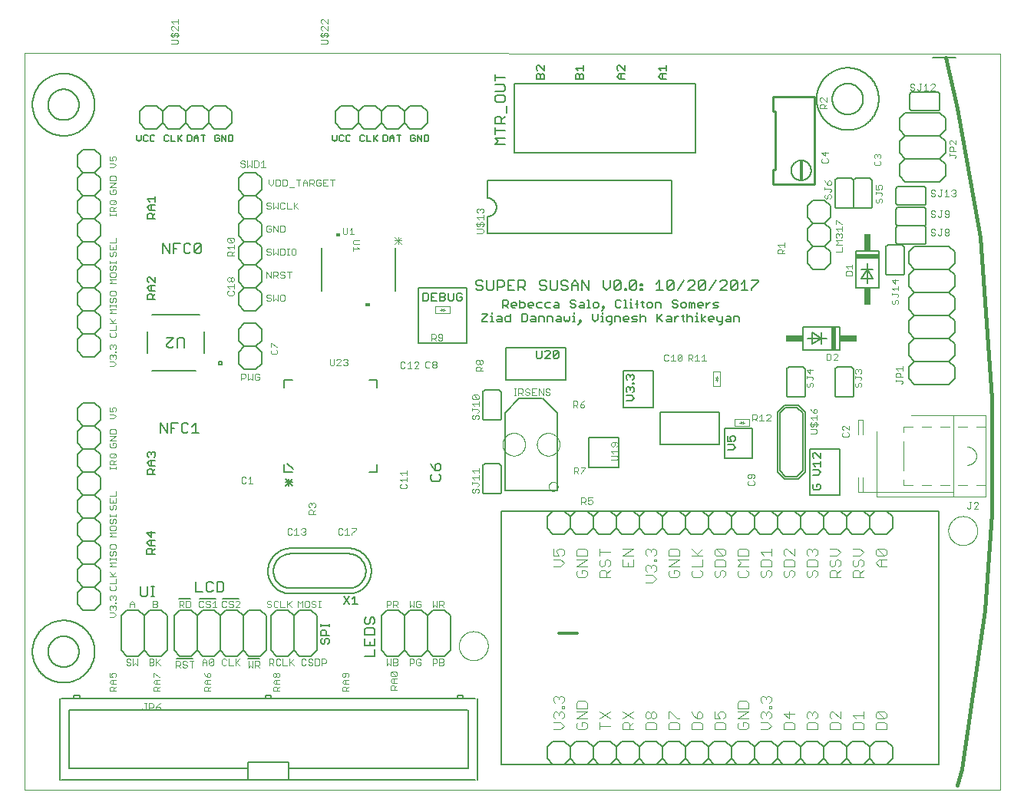
<source format=gto>
G75*
%MOIN*%
%OFA0B0*%
%FSLAX25Y25*%
%IPPOS*%
%LPD*%
%AMOC8*
5,1,8,0,0,1.08239X$1,22.5*
%
%ADD10C,0.00000*%
%ADD11C,0.00600*%
%ADD12C,0.01600*%
%ADD13C,0.00500*%
%ADD14C,0.00400*%
%ADD15C,0.01200*%
%ADD16C,0.00800*%
%ADD17C,0.00394*%
%ADD18C,0.00787*%
%ADD19R,0.10000X0.02000*%
%ADD20R,0.03000X0.07500*%
%ADD21R,0.02000X0.10000*%
%ADD22R,0.07500X0.03000*%
%ADD23C,0.01000*%
%ADD24R,0.01575X0.08268*%
%ADD25C,0.00100*%
%ADD26C,0.00300*%
%ADD27C,0.00276*%
D10*
X0130000Y0050000D02*
X0130000Y0369961D01*
X0553701Y0369461D01*
X0553701Y0050000D01*
X0130000Y0050000D01*
X0318701Y0112500D02*
X0318703Y0112658D01*
X0318709Y0112816D01*
X0318719Y0112974D01*
X0318733Y0113132D01*
X0318751Y0113289D01*
X0318772Y0113446D01*
X0318798Y0113602D01*
X0318828Y0113758D01*
X0318861Y0113913D01*
X0318899Y0114066D01*
X0318940Y0114219D01*
X0318985Y0114371D01*
X0319034Y0114522D01*
X0319087Y0114671D01*
X0319143Y0114819D01*
X0319203Y0114965D01*
X0319267Y0115110D01*
X0319335Y0115253D01*
X0319406Y0115395D01*
X0319480Y0115535D01*
X0319558Y0115672D01*
X0319640Y0115808D01*
X0319724Y0115942D01*
X0319813Y0116073D01*
X0319904Y0116202D01*
X0319999Y0116329D01*
X0320096Y0116454D01*
X0320197Y0116576D01*
X0320301Y0116695D01*
X0320408Y0116812D01*
X0320518Y0116926D01*
X0320631Y0117037D01*
X0320746Y0117146D01*
X0320864Y0117251D01*
X0320985Y0117353D01*
X0321108Y0117453D01*
X0321234Y0117549D01*
X0321362Y0117642D01*
X0321492Y0117732D01*
X0321625Y0117818D01*
X0321760Y0117902D01*
X0321896Y0117981D01*
X0322035Y0118058D01*
X0322176Y0118130D01*
X0322318Y0118200D01*
X0322462Y0118265D01*
X0322608Y0118327D01*
X0322755Y0118385D01*
X0322904Y0118440D01*
X0323054Y0118491D01*
X0323205Y0118538D01*
X0323357Y0118581D01*
X0323510Y0118620D01*
X0323665Y0118656D01*
X0323820Y0118687D01*
X0323976Y0118715D01*
X0324132Y0118739D01*
X0324289Y0118759D01*
X0324447Y0118775D01*
X0324604Y0118787D01*
X0324763Y0118795D01*
X0324921Y0118799D01*
X0325079Y0118799D01*
X0325237Y0118795D01*
X0325396Y0118787D01*
X0325553Y0118775D01*
X0325711Y0118759D01*
X0325868Y0118739D01*
X0326024Y0118715D01*
X0326180Y0118687D01*
X0326335Y0118656D01*
X0326490Y0118620D01*
X0326643Y0118581D01*
X0326795Y0118538D01*
X0326946Y0118491D01*
X0327096Y0118440D01*
X0327245Y0118385D01*
X0327392Y0118327D01*
X0327538Y0118265D01*
X0327682Y0118200D01*
X0327824Y0118130D01*
X0327965Y0118058D01*
X0328104Y0117981D01*
X0328240Y0117902D01*
X0328375Y0117818D01*
X0328508Y0117732D01*
X0328638Y0117642D01*
X0328766Y0117549D01*
X0328892Y0117453D01*
X0329015Y0117353D01*
X0329136Y0117251D01*
X0329254Y0117146D01*
X0329369Y0117037D01*
X0329482Y0116926D01*
X0329592Y0116812D01*
X0329699Y0116695D01*
X0329803Y0116576D01*
X0329904Y0116454D01*
X0330001Y0116329D01*
X0330096Y0116202D01*
X0330187Y0116073D01*
X0330276Y0115942D01*
X0330360Y0115808D01*
X0330442Y0115672D01*
X0330520Y0115535D01*
X0330594Y0115395D01*
X0330665Y0115253D01*
X0330733Y0115110D01*
X0330797Y0114965D01*
X0330857Y0114819D01*
X0330913Y0114671D01*
X0330966Y0114522D01*
X0331015Y0114371D01*
X0331060Y0114219D01*
X0331101Y0114066D01*
X0331139Y0113913D01*
X0331172Y0113758D01*
X0331202Y0113602D01*
X0331228Y0113446D01*
X0331249Y0113289D01*
X0331267Y0113132D01*
X0331281Y0112974D01*
X0331291Y0112816D01*
X0331297Y0112658D01*
X0331299Y0112500D01*
X0331297Y0112342D01*
X0331291Y0112184D01*
X0331281Y0112026D01*
X0331267Y0111868D01*
X0331249Y0111711D01*
X0331228Y0111554D01*
X0331202Y0111398D01*
X0331172Y0111242D01*
X0331139Y0111087D01*
X0331101Y0110934D01*
X0331060Y0110781D01*
X0331015Y0110629D01*
X0330966Y0110478D01*
X0330913Y0110329D01*
X0330857Y0110181D01*
X0330797Y0110035D01*
X0330733Y0109890D01*
X0330665Y0109747D01*
X0330594Y0109605D01*
X0330520Y0109465D01*
X0330442Y0109328D01*
X0330360Y0109192D01*
X0330276Y0109058D01*
X0330187Y0108927D01*
X0330096Y0108798D01*
X0330001Y0108671D01*
X0329904Y0108546D01*
X0329803Y0108424D01*
X0329699Y0108305D01*
X0329592Y0108188D01*
X0329482Y0108074D01*
X0329369Y0107963D01*
X0329254Y0107854D01*
X0329136Y0107749D01*
X0329015Y0107647D01*
X0328892Y0107547D01*
X0328766Y0107451D01*
X0328638Y0107358D01*
X0328508Y0107268D01*
X0328375Y0107182D01*
X0328240Y0107098D01*
X0328104Y0107019D01*
X0327965Y0106942D01*
X0327824Y0106870D01*
X0327682Y0106800D01*
X0327538Y0106735D01*
X0327392Y0106673D01*
X0327245Y0106615D01*
X0327096Y0106560D01*
X0326946Y0106509D01*
X0326795Y0106462D01*
X0326643Y0106419D01*
X0326490Y0106380D01*
X0326335Y0106344D01*
X0326180Y0106313D01*
X0326024Y0106285D01*
X0325868Y0106261D01*
X0325711Y0106241D01*
X0325553Y0106225D01*
X0325396Y0106213D01*
X0325237Y0106205D01*
X0325079Y0106201D01*
X0324921Y0106201D01*
X0324763Y0106205D01*
X0324604Y0106213D01*
X0324447Y0106225D01*
X0324289Y0106241D01*
X0324132Y0106261D01*
X0323976Y0106285D01*
X0323820Y0106313D01*
X0323665Y0106344D01*
X0323510Y0106380D01*
X0323357Y0106419D01*
X0323205Y0106462D01*
X0323054Y0106509D01*
X0322904Y0106560D01*
X0322755Y0106615D01*
X0322608Y0106673D01*
X0322462Y0106735D01*
X0322318Y0106800D01*
X0322176Y0106870D01*
X0322035Y0106942D01*
X0321896Y0107019D01*
X0321760Y0107098D01*
X0321625Y0107182D01*
X0321492Y0107268D01*
X0321362Y0107358D01*
X0321234Y0107451D01*
X0321108Y0107547D01*
X0320985Y0107647D01*
X0320864Y0107749D01*
X0320746Y0107854D01*
X0320631Y0107963D01*
X0320518Y0108074D01*
X0320408Y0108188D01*
X0320301Y0108305D01*
X0320197Y0108424D01*
X0320096Y0108546D01*
X0319999Y0108671D01*
X0319904Y0108798D01*
X0319813Y0108927D01*
X0319724Y0109058D01*
X0319640Y0109192D01*
X0319558Y0109328D01*
X0319480Y0109465D01*
X0319406Y0109605D01*
X0319335Y0109747D01*
X0319267Y0109890D01*
X0319203Y0110035D01*
X0319143Y0110181D01*
X0319087Y0110329D01*
X0319034Y0110478D01*
X0318985Y0110629D01*
X0318940Y0110781D01*
X0318899Y0110934D01*
X0318861Y0111087D01*
X0318828Y0111242D01*
X0318798Y0111398D01*
X0318772Y0111554D01*
X0318751Y0111711D01*
X0318733Y0111868D01*
X0318719Y0112026D01*
X0318709Y0112184D01*
X0318703Y0112342D01*
X0318701Y0112500D01*
X0357677Y0181693D02*
X0357679Y0181781D01*
X0357685Y0181869D01*
X0357695Y0181957D01*
X0357709Y0182045D01*
X0357726Y0182131D01*
X0357748Y0182217D01*
X0357773Y0182301D01*
X0357803Y0182385D01*
X0357835Y0182467D01*
X0357872Y0182547D01*
X0357912Y0182626D01*
X0357956Y0182703D01*
X0358003Y0182778D01*
X0358053Y0182850D01*
X0358107Y0182921D01*
X0358163Y0182988D01*
X0358223Y0183054D01*
X0358285Y0183116D01*
X0358351Y0183176D01*
X0358418Y0183232D01*
X0358489Y0183286D01*
X0358561Y0183336D01*
X0358636Y0183383D01*
X0358713Y0183427D01*
X0358792Y0183467D01*
X0358872Y0183504D01*
X0358954Y0183536D01*
X0359038Y0183566D01*
X0359122Y0183591D01*
X0359208Y0183613D01*
X0359294Y0183630D01*
X0359382Y0183644D01*
X0359470Y0183654D01*
X0359558Y0183660D01*
X0359646Y0183662D01*
X0359734Y0183660D01*
X0359822Y0183654D01*
X0359910Y0183644D01*
X0359998Y0183630D01*
X0360084Y0183613D01*
X0360170Y0183591D01*
X0360254Y0183566D01*
X0360338Y0183536D01*
X0360420Y0183504D01*
X0360500Y0183467D01*
X0360579Y0183427D01*
X0360656Y0183383D01*
X0360731Y0183336D01*
X0360803Y0183286D01*
X0360874Y0183232D01*
X0360941Y0183176D01*
X0361007Y0183116D01*
X0361069Y0183054D01*
X0361129Y0182988D01*
X0361185Y0182921D01*
X0361239Y0182850D01*
X0361289Y0182778D01*
X0361336Y0182703D01*
X0361380Y0182626D01*
X0361420Y0182547D01*
X0361457Y0182467D01*
X0361489Y0182385D01*
X0361519Y0182301D01*
X0361544Y0182217D01*
X0361566Y0182131D01*
X0361583Y0182045D01*
X0361597Y0181957D01*
X0361607Y0181869D01*
X0361613Y0181781D01*
X0361615Y0181693D01*
X0361613Y0181605D01*
X0361607Y0181517D01*
X0361597Y0181429D01*
X0361583Y0181341D01*
X0361566Y0181255D01*
X0361544Y0181169D01*
X0361519Y0181085D01*
X0361489Y0181001D01*
X0361457Y0180919D01*
X0361420Y0180839D01*
X0361380Y0180760D01*
X0361336Y0180683D01*
X0361289Y0180608D01*
X0361239Y0180536D01*
X0361185Y0180465D01*
X0361129Y0180398D01*
X0361069Y0180332D01*
X0361007Y0180270D01*
X0360941Y0180210D01*
X0360874Y0180154D01*
X0360803Y0180100D01*
X0360731Y0180050D01*
X0360656Y0180003D01*
X0360579Y0179959D01*
X0360500Y0179919D01*
X0360420Y0179882D01*
X0360338Y0179850D01*
X0360254Y0179820D01*
X0360170Y0179795D01*
X0360084Y0179773D01*
X0359998Y0179756D01*
X0359910Y0179742D01*
X0359822Y0179732D01*
X0359734Y0179726D01*
X0359646Y0179724D01*
X0359558Y0179726D01*
X0359470Y0179732D01*
X0359382Y0179742D01*
X0359294Y0179756D01*
X0359208Y0179773D01*
X0359122Y0179795D01*
X0359038Y0179820D01*
X0358954Y0179850D01*
X0358872Y0179882D01*
X0358792Y0179919D01*
X0358713Y0179959D01*
X0358636Y0180003D01*
X0358561Y0180050D01*
X0358489Y0180100D01*
X0358418Y0180154D01*
X0358351Y0180210D01*
X0358285Y0180270D01*
X0358223Y0180332D01*
X0358163Y0180398D01*
X0358107Y0180465D01*
X0358053Y0180536D01*
X0358003Y0180608D01*
X0357956Y0180683D01*
X0357912Y0180760D01*
X0357872Y0180839D01*
X0357835Y0180919D01*
X0357803Y0181001D01*
X0357773Y0181085D01*
X0357748Y0181169D01*
X0357726Y0181255D01*
X0357709Y0181341D01*
X0357695Y0181429D01*
X0357685Y0181517D01*
X0357679Y0181605D01*
X0357677Y0181693D01*
X0352559Y0200000D02*
X0352561Y0200140D01*
X0352567Y0200280D01*
X0352577Y0200419D01*
X0352591Y0200558D01*
X0352609Y0200697D01*
X0352630Y0200835D01*
X0352656Y0200973D01*
X0352686Y0201110D01*
X0352719Y0201245D01*
X0352757Y0201380D01*
X0352798Y0201514D01*
X0352843Y0201647D01*
X0352891Y0201778D01*
X0352944Y0201907D01*
X0353000Y0202036D01*
X0353059Y0202162D01*
X0353123Y0202287D01*
X0353189Y0202410D01*
X0353260Y0202531D01*
X0353333Y0202650D01*
X0353410Y0202767D01*
X0353491Y0202881D01*
X0353574Y0202993D01*
X0353661Y0203103D01*
X0353751Y0203211D01*
X0353843Y0203315D01*
X0353939Y0203417D01*
X0354038Y0203517D01*
X0354139Y0203613D01*
X0354243Y0203707D01*
X0354350Y0203797D01*
X0354459Y0203884D01*
X0354571Y0203969D01*
X0354685Y0204050D01*
X0354801Y0204128D01*
X0354919Y0204202D01*
X0355040Y0204273D01*
X0355162Y0204341D01*
X0355287Y0204405D01*
X0355413Y0204466D01*
X0355540Y0204523D01*
X0355670Y0204576D01*
X0355801Y0204626D01*
X0355933Y0204671D01*
X0356066Y0204714D01*
X0356201Y0204752D01*
X0356336Y0204786D01*
X0356473Y0204817D01*
X0356610Y0204844D01*
X0356748Y0204866D01*
X0356887Y0204885D01*
X0357026Y0204900D01*
X0357165Y0204911D01*
X0357305Y0204918D01*
X0357445Y0204921D01*
X0357585Y0204920D01*
X0357725Y0204915D01*
X0357864Y0204906D01*
X0358004Y0204893D01*
X0358143Y0204876D01*
X0358281Y0204855D01*
X0358419Y0204831D01*
X0358556Y0204802D01*
X0358692Y0204770D01*
X0358827Y0204733D01*
X0358961Y0204693D01*
X0359094Y0204649D01*
X0359225Y0204601D01*
X0359355Y0204550D01*
X0359484Y0204495D01*
X0359611Y0204436D01*
X0359736Y0204373D01*
X0359859Y0204308D01*
X0359981Y0204238D01*
X0360100Y0204165D01*
X0360218Y0204089D01*
X0360333Y0204010D01*
X0360446Y0203927D01*
X0360556Y0203841D01*
X0360664Y0203752D01*
X0360769Y0203660D01*
X0360872Y0203565D01*
X0360972Y0203467D01*
X0361069Y0203367D01*
X0361163Y0203263D01*
X0361255Y0203157D01*
X0361343Y0203049D01*
X0361428Y0202938D01*
X0361510Y0202824D01*
X0361589Y0202708D01*
X0361664Y0202591D01*
X0361736Y0202471D01*
X0361804Y0202349D01*
X0361869Y0202225D01*
X0361931Y0202099D01*
X0361989Y0201972D01*
X0362043Y0201843D01*
X0362094Y0201712D01*
X0362140Y0201580D01*
X0362183Y0201447D01*
X0362223Y0201313D01*
X0362258Y0201178D01*
X0362290Y0201041D01*
X0362317Y0200904D01*
X0362341Y0200766D01*
X0362361Y0200628D01*
X0362377Y0200489D01*
X0362389Y0200349D01*
X0362397Y0200210D01*
X0362401Y0200070D01*
X0362401Y0199930D01*
X0362397Y0199790D01*
X0362389Y0199651D01*
X0362377Y0199511D01*
X0362361Y0199372D01*
X0362341Y0199234D01*
X0362317Y0199096D01*
X0362290Y0198959D01*
X0362258Y0198822D01*
X0362223Y0198687D01*
X0362183Y0198553D01*
X0362140Y0198420D01*
X0362094Y0198288D01*
X0362043Y0198157D01*
X0361989Y0198028D01*
X0361931Y0197901D01*
X0361869Y0197775D01*
X0361804Y0197651D01*
X0361736Y0197529D01*
X0361664Y0197409D01*
X0361589Y0197292D01*
X0361510Y0197176D01*
X0361428Y0197062D01*
X0361343Y0196951D01*
X0361255Y0196843D01*
X0361163Y0196737D01*
X0361069Y0196633D01*
X0360972Y0196533D01*
X0360872Y0196435D01*
X0360769Y0196340D01*
X0360664Y0196248D01*
X0360556Y0196159D01*
X0360446Y0196073D01*
X0360333Y0195990D01*
X0360218Y0195911D01*
X0360100Y0195835D01*
X0359981Y0195762D01*
X0359859Y0195692D01*
X0359736Y0195627D01*
X0359611Y0195564D01*
X0359484Y0195505D01*
X0359355Y0195450D01*
X0359225Y0195399D01*
X0359094Y0195351D01*
X0358961Y0195307D01*
X0358827Y0195267D01*
X0358692Y0195230D01*
X0358556Y0195198D01*
X0358419Y0195169D01*
X0358281Y0195145D01*
X0358143Y0195124D01*
X0358004Y0195107D01*
X0357864Y0195094D01*
X0357725Y0195085D01*
X0357585Y0195080D01*
X0357445Y0195079D01*
X0357305Y0195082D01*
X0357165Y0195089D01*
X0357026Y0195100D01*
X0356887Y0195115D01*
X0356748Y0195134D01*
X0356610Y0195156D01*
X0356473Y0195183D01*
X0356336Y0195214D01*
X0356201Y0195248D01*
X0356066Y0195286D01*
X0355933Y0195329D01*
X0355801Y0195374D01*
X0355670Y0195424D01*
X0355540Y0195477D01*
X0355413Y0195534D01*
X0355287Y0195595D01*
X0355162Y0195659D01*
X0355040Y0195727D01*
X0354919Y0195798D01*
X0354801Y0195872D01*
X0354685Y0195950D01*
X0354571Y0196031D01*
X0354459Y0196116D01*
X0354350Y0196203D01*
X0354243Y0196293D01*
X0354139Y0196387D01*
X0354038Y0196483D01*
X0353939Y0196583D01*
X0353843Y0196685D01*
X0353751Y0196789D01*
X0353661Y0196897D01*
X0353574Y0197007D01*
X0353491Y0197119D01*
X0353410Y0197233D01*
X0353333Y0197350D01*
X0353260Y0197469D01*
X0353189Y0197590D01*
X0353123Y0197713D01*
X0353059Y0197838D01*
X0353000Y0197964D01*
X0352944Y0198093D01*
X0352891Y0198222D01*
X0352843Y0198353D01*
X0352798Y0198486D01*
X0352757Y0198620D01*
X0352719Y0198755D01*
X0352686Y0198890D01*
X0352656Y0199027D01*
X0352630Y0199165D01*
X0352609Y0199303D01*
X0352591Y0199442D01*
X0352577Y0199581D01*
X0352567Y0199720D01*
X0352561Y0199860D01*
X0352559Y0200000D01*
X0337599Y0200000D02*
X0337601Y0200140D01*
X0337607Y0200280D01*
X0337617Y0200419D01*
X0337631Y0200558D01*
X0337649Y0200697D01*
X0337670Y0200835D01*
X0337696Y0200973D01*
X0337726Y0201110D01*
X0337759Y0201245D01*
X0337797Y0201380D01*
X0337838Y0201514D01*
X0337883Y0201647D01*
X0337931Y0201778D01*
X0337984Y0201907D01*
X0338040Y0202036D01*
X0338099Y0202162D01*
X0338163Y0202287D01*
X0338229Y0202410D01*
X0338300Y0202531D01*
X0338373Y0202650D01*
X0338450Y0202767D01*
X0338531Y0202881D01*
X0338614Y0202993D01*
X0338701Y0203103D01*
X0338791Y0203211D01*
X0338883Y0203315D01*
X0338979Y0203417D01*
X0339078Y0203517D01*
X0339179Y0203613D01*
X0339283Y0203707D01*
X0339390Y0203797D01*
X0339499Y0203884D01*
X0339611Y0203969D01*
X0339725Y0204050D01*
X0339841Y0204128D01*
X0339959Y0204202D01*
X0340080Y0204273D01*
X0340202Y0204341D01*
X0340327Y0204405D01*
X0340453Y0204466D01*
X0340580Y0204523D01*
X0340710Y0204576D01*
X0340841Y0204626D01*
X0340973Y0204671D01*
X0341106Y0204714D01*
X0341241Y0204752D01*
X0341376Y0204786D01*
X0341513Y0204817D01*
X0341650Y0204844D01*
X0341788Y0204866D01*
X0341927Y0204885D01*
X0342066Y0204900D01*
X0342205Y0204911D01*
X0342345Y0204918D01*
X0342485Y0204921D01*
X0342625Y0204920D01*
X0342765Y0204915D01*
X0342904Y0204906D01*
X0343044Y0204893D01*
X0343183Y0204876D01*
X0343321Y0204855D01*
X0343459Y0204831D01*
X0343596Y0204802D01*
X0343732Y0204770D01*
X0343867Y0204733D01*
X0344001Y0204693D01*
X0344134Y0204649D01*
X0344265Y0204601D01*
X0344395Y0204550D01*
X0344524Y0204495D01*
X0344651Y0204436D01*
X0344776Y0204373D01*
X0344899Y0204308D01*
X0345021Y0204238D01*
X0345140Y0204165D01*
X0345258Y0204089D01*
X0345373Y0204010D01*
X0345486Y0203927D01*
X0345596Y0203841D01*
X0345704Y0203752D01*
X0345809Y0203660D01*
X0345912Y0203565D01*
X0346012Y0203467D01*
X0346109Y0203367D01*
X0346203Y0203263D01*
X0346295Y0203157D01*
X0346383Y0203049D01*
X0346468Y0202938D01*
X0346550Y0202824D01*
X0346629Y0202708D01*
X0346704Y0202591D01*
X0346776Y0202471D01*
X0346844Y0202349D01*
X0346909Y0202225D01*
X0346971Y0202099D01*
X0347029Y0201972D01*
X0347083Y0201843D01*
X0347134Y0201712D01*
X0347180Y0201580D01*
X0347223Y0201447D01*
X0347263Y0201313D01*
X0347298Y0201178D01*
X0347330Y0201041D01*
X0347357Y0200904D01*
X0347381Y0200766D01*
X0347401Y0200628D01*
X0347417Y0200489D01*
X0347429Y0200349D01*
X0347437Y0200210D01*
X0347441Y0200070D01*
X0347441Y0199930D01*
X0347437Y0199790D01*
X0347429Y0199651D01*
X0347417Y0199511D01*
X0347401Y0199372D01*
X0347381Y0199234D01*
X0347357Y0199096D01*
X0347330Y0198959D01*
X0347298Y0198822D01*
X0347263Y0198687D01*
X0347223Y0198553D01*
X0347180Y0198420D01*
X0347134Y0198288D01*
X0347083Y0198157D01*
X0347029Y0198028D01*
X0346971Y0197901D01*
X0346909Y0197775D01*
X0346844Y0197651D01*
X0346776Y0197529D01*
X0346704Y0197409D01*
X0346629Y0197292D01*
X0346550Y0197176D01*
X0346468Y0197062D01*
X0346383Y0196951D01*
X0346295Y0196843D01*
X0346203Y0196737D01*
X0346109Y0196633D01*
X0346012Y0196533D01*
X0345912Y0196435D01*
X0345809Y0196340D01*
X0345704Y0196248D01*
X0345596Y0196159D01*
X0345486Y0196073D01*
X0345373Y0195990D01*
X0345258Y0195911D01*
X0345140Y0195835D01*
X0345021Y0195762D01*
X0344899Y0195692D01*
X0344776Y0195627D01*
X0344651Y0195564D01*
X0344524Y0195505D01*
X0344395Y0195450D01*
X0344265Y0195399D01*
X0344134Y0195351D01*
X0344001Y0195307D01*
X0343867Y0195267D01*
X0343732Y0195230D01*
X0343596Y0195198D01*
X0343459Y0195169D01*
X0343321Y0195145D01*
X0343183Y0195124D01*
X0343044Y0195107D01*
X0342904Y0195094D01*
X0342765Y0195085D01*
X0342625Y0195080D01*
X0342485Y0195079D01*
X0342345Y0195082D01*
X0342205Y0195089D01*
X0342066Y0195100D01*
X0341927Y0195115D01*
X0341788Y0195134D01*
X0341650Y0195156D01*
X0341513Y0195183D01*
X0341376Y0195214D01*
X0341241Y0195248D01*
X0341106Y0195286D01*
X0340973Y0195329D01*
X0340841Y0195374D01*
X0340710Y0195424D01*
X0340580Y0195477D01*
X0340453Y0195534D01*
X0340327Y0195595D01*
X0340202Y0195659D01*
X0340080Y0195727D01*
X0339959Y0195798D01*
X0339841Y0195872D01*
X0339725Y0195950D01*
X0339611Y0196031D01*
X0339499Y0196116D01*
X0339390Y0196203D01*
X0339283Y0196293D01*
X0339179Y0196387D01*
X0339078Y0196483D01*
X0338979Y0196583D01*
X0338883Y0196685D01*
X0338791Y0196789D01*
X0338701Y0196897D01*
X0338614Y0197007D01*
X0338531Y0197119D01*
X0338450Y0197233D01*
X0338373Y0197350D01*
X0338300Y0197469D01*
X0338229Y0197590D01*
X0338163Y0197713D01*
X0338099Y0197838D01*
X0338040Y0197964D01*
X0337984Y0198093D01*
X0337931Y0198222D01*
X0337883Y0198353D01*
X0337838Y0198486D01*
X0337797Y0198620D01*
X0337759Y0198755D01*
X0337726Y0198890D01*
X0337696Y0199027D01*
X0337670Y0199165D01*
X0337649Y0199303D01*
X0337631Y0199442D01*
X0337617Y0199581D01*
X0337607Y0199720D01*
X0337601Y0199860D01*
X0337599Y0200000D01*
X0531201Y0162500D02*
X0531203Y0162658D01*
X0531209Y0162816D01*
X0531219Y0162974D01*
X0531233Y0163132D01*
X0531251Y0163289D01*
X0531272Y0163446D01*
X0531298Y0163602D01*
X0531328Y0163758D01*
X0531361Y0163913D01*
X0531399Y0164066D01*
X0531440Y0164219D01*
X0531485Y0164371D01*
X0531534Y0164522D01*
X0531587Y0164671D01*
X0531643Y0164819D01*
X0531703Y0164965D01*
X0531767Y0165110D01*
X0531835Y0165253D01*
X0531906Y0165395D01*
X0531980Y0165535D01*
X0532058Y0165672D01*
X0532140Y0165808D01*
X0532224Y0165942D01*
X0532313Y0166073D01*
X0532404Y0166202D01*
X0532499Y0166329D01*
X0532596Y0166454D01*
X0532697Y0166576D01*
X0532801Y0166695D01*
X0532908Y0166812D01*
X0533018Y0166926D01*
X0533131Y0167037D01*
X0533246Y0167146D01*
X0533364Y0167251D01*
X0533485Y0167353D01*
X0533608Y0167453D01*
X0533734Y0167549D01*
X0533862Y0167642D01*
X0533992Y0167732D01*
X0534125Y0167818D01*
X0534260Y0167902D01*
X0534396Y0167981D01*
X0534535Y0168058D01*
X0534676Y0168130D01*
X0534818Y0168200D01*
X0534962Y0168265D01*
X0535108Y0168327D01*
X0535255Y0168385D01*
X0535404Y0168440D01*
X0535554Y0168491D01*
X0535705Y0168538D01*
X0535857Y0168581D01*
X0536010Y0168620D01*
X0536165Y0168656D01*
X0536320Y0168687D01*
X0536476Y0168715D01*
X0536632Y0168739D01*
X0536789Y0168759D01*
X0536947Y0168775D01*
X0537104Y0168787D01*
X0537263Y0168795D01*
X0537421Y0168799D01*
X0537579Y0168799D01*
X0537737Y0168795D01*
X0537896Y0168787D01*
X0538053Y0168775D01*
X0538211Y0168759D01*
X0538368Y0168739D01*
X0538524Y0168715D01*
X0538680Y0168687D01*
X0538835Y0168656D01*
X0538990Y0168620D01*
X0539143Y0168581D01*
X0539295Y0168538D01*
X0539446Y0168491D01*
X0539596Y0168440D01*
X0539745Y0168385D01*
X0539892Y0168327D01*
X0540038Y0168265D01*
X0540182Y0168200D01*
X0540324Y0168130D01*
X0540465Y0168058D01*
X0540604Y0167981D01*
X0540740Y0167902D01*
X0540875Y0167818D01*
X0541008Y0167732D01*
X0541138Y0167642D01*
X0541266Y0167549D01*
X0541392Y0167453D01*
X0541515Y0167353D01*
X0541636Y0167251D01*
X0541754Y0167146D01*
X0541869Y0167037D01*
X0541982Y0166926D01*
X0542092Y0166812D01*
X0542199Y0166695D01*
X0542303Y0166576D01*
X0542404Y0166454D01*
X0542501Y0166329D01*
X0542596Y0166202D01*
X0542687Y0166073D01*
X0542776Y0165942D01*
X0542860Y0165808D01*
X0542942Y0165672D01*
X0543020Y0165535D01*
X0543094Y0165395D01*
X0543165Y0165253D01*
X0543233Y0165110D01*
X0543297Y0164965D01*
X0543357Y0164819D01*
X0543413Y0164671D01*
X0543466Y0164522D01*
X0543515Y0164371D01*
X0543560Y0164219D01*
X0543601Y0164066D01*
X0543639Y0163913D01*
X0543672Y0163758D01*
X0543702Y0163602D01*
X0543728Y0163446D01*
X0543749Y0163289D01*
X0543767Y0163132D01*
X0543781Y0162974D01*
X0543791Y0162816D01*
X0543797Y0162658D01*
X0543799Y0162500D01*
X0543797Y0162342D01*
X0543791Y0162184D01*
X0543781Y0162026D01*
X0543767Y0161868D01*
X0543749Y0161711D01*
X0543728Y0161554D01*
X0543702Y0161398D01*
X0543672Y0161242D01*
X0543639Y0161087D01*
X0543601Y0160934D01*
X0543560Y0160781D01*
X0543515Y0160629D01*
X0543466Y0160478D01*
X0543413Y0160329D01*
X0543357Y0160181D01*
X0543297Y0160035D01*
X0543233Y0159890D01*
X0543165Y0159747D01*
X0543094Y0159605D01*
X0543020Y0159465D01*
X0542942Y0159328D01*
X0542860Y0159192D01*
X0542776Y0159058D01*
X0542687Y0158927D01*
X0542596Y0158798D01*
X0542501Y0158671D01*
X0542404Y0158546D01*
X0542303Y0158424D01*
X0542199Y0158305D01*
X0542092Y0158188D01*
X0541982Y0158074D01*
X0541869Y0157963D01*
X0541754Y0157854D01*
X0541636Y0157749D01*
X0541515Y0157647D01*
X0541392Y0157547D01*
X0541266Y0157451D01*
X0541138Y0157358D01*
X0541008Y0157268D01*
X0540875Y0157182D01*
X0540740Y0157098D01*
X0540604Y0157019D01*
X0540465Y0156942D01*
X0540324Y0156870D01*
X0540182Y0156800D01*
X0540038Y0156735D01*
X0539892Y0156673D01*
X0539745Y0156615D01*
X0539596Y0156560D01*
X0539446Y0156509D01*
X0539295Y0156462D01*
X0539143Y0156419D01*
X0538990Y0156380D01*
X0538835Y0156344D01*
X0538680Y0156313D01*
X0538524Y0156285D01*
X0538368Y0156261D01*
X0538211Y0156241D01*
X0538053Y0156225D01*
X0537896Y0156213D01*
X0537737Y0156205D01*
X0537579Y0156201D01*
X0537421Y0156201D01*
X0537263Y0156205D01*
X0537104Y0156213D01*
X0536947Y0156225D01*
X0536789Y0156241D01*
X0536632Y0156261D01*
X0536476Y0156285D01*
X0536320Y0156313D01*
X0536165Y0156344D01*
X0536010Y0156380D01*
X0535857Y0156419D01*
X0535705Y0156462D01*
X0535554Y0156509D01*
X0535404Y0156560D01*
X0535255Y0156615D01*
X0535108Y0156673D01*
X0534962Y0156735D01*
X0534818Y0156800D01*
X0534676Y0156870D01*
X0534535Y0156942D01*
X0534396Y0157019D01*
X0534260Y0157098D01*
X0534125Y0157182D01*
X0533992Y0157268D01*
X0533862Y0157358D01*
X0533734Y0157451D01*
X0533608Y0157547D01*
X0533485Y0157647D01*
X0533364Y0157749D01*
X0533246Y0157854D01*
X0533131Y0157963D01*
X0533018Y0158074D01*
X0532908Y0158188D01*
X0532801Y0158305D01*
X0532697Y0158424D01*
X0532596Y0158546D01*
X0532499Y0158671D01*
X0532404Y0158798D01*
X0532313Y0158927D01*
X0532224Y0159058D01*
X0532140Y0159192D01*
X0532058Y0159328D01*
X0531980Y0159465D01*
X0531906Y0159605D01*
X0531835Y0159747D01*
X0531767Y0159890D01*
X0531703Y0160035D01*
X0531643Y0160181D01*
X0531587Y0160329D01*
X0531534Y0160478D01*
X0531485Y0160629D01*
X0531440Y0160781D01*
X0531399Y0160934D01*
X0531361Y0161087D01*
X0531328Y0161242D01*
X0531298Y0161398D01*
X0531272Y0161554D01*
X0531251Y0161711D01*
X0531233Y0161868D01*
X0531219Y0162026D01*
X0531209Y0162184D01*
X0531203Y0162342D01*
X0531201Y0162500D01*
D11*
X0507000Y0163500D02*
X0504500Y0161000D01*
X0499500Y0161000D01*
X0497000Y0163500D01*
X0494500Y0161000D01*
X0489500Y0161000D01*
X0487000Y0163500D01*
X0484500Y0161000D01*
X0479500Y0161000D01*
X0477000Y0163500D01*
X0474500Y0161000D01*
X0469500Y0161000D01*
X0467000Y0163500D01*
X0464500Y0161000D01*
X0459500Y0161000D01*
X0457000Y0163500D01*
X0454500Y0161000D01*
X0449500Y0161000D01*
X0447000Y0163500D01*
X0444500Y0161000D01*
X0439500Y0161000D01*
X0437000Y0163500D01*
X0434500Y0161000D01*
X0429500Y0161000D01*
X0427000Y0163500D01*
X0424500Y0161000D01*
X0419500Y0161000D01*
X0417000Y0163500D01*
X0414500Y0161000D01*
X0409500Y0161000D01*
X0407000Y0163500D01*
X0404500Y0161000D01*
X0399500Y0161000D01*
X0397000Y0163500D01*
X0394500Y0161000D01*
X0389500Y0161000D01*
X0387000Y0163500D01*
X0384500Y0161000D01*
X0379500Y0161000D01*
X0377000Y0163500D01*
X0374500Y0161000D01*
X0369500Y0161000D01*
X0367000Y0163500D01*
X0364500Y0161000D01*
X0359500Y0161000D01*
X0357000Y0163500D01*
X0357000Y0168500D01*
X0359500Y0171000D01*
X0364500Y0171000D01*
X0367000Y0168500D01*
X0369500Y0171000D01*
X0374500Y0171000D01*
X0377000Y0168500D01*
X0377000Y0163500D01*
X0377000Y0168500D02*
X0379500Y0171000D01*
X0384500Y0171000D01*
X0387000Y0168500D01*
X0389500Y0171000D01*
X0394500Y0171000D01*
X0397000Y0168500D01*
X0399500Y0171000D01*
X0404500Y0171000D01*
X0407000Y0168500D01*
X0407000Y0163500D01*
X0407000Y0168500D02*
X0409500Y0171000D01*
X0414500Y0171000D01*
X0417000Y0168500D01*
X0419500Y0171000D01*
X0424500Y0171000D01*
X0427000Y0168500D01*
X0429500Y0171000D01*
X0434500Y0171000D01*
X0437000Y0168500D01*
X0437000Y0163500D01*
X0437000Y0168500D02*
X0439500Y0171000D01*
X0444500Y0171000D01*
X0447000Y0168500D01*
X0449500Y0171000D01*
X0454500Y0171000D01*
X0457000Y0168500D01*
X0459500Y0171000D01*
X0464500Y0171000D01*
X0467000Y0168500D01*
X0467000Y0163500D01*
X0467000Y0168500D02*
X0469500Y0171000D01*
X0474500Y0171000D01*
X0477000Y0168500D01*
X0479500Y0171000D01*
X0484500Y0171000D01*
X0487000Y0168500D01*
X0489500Y0171000D01*
X0494500Y0171000D01*
X0497000Y0168500D01*
X0499500Y0171000D01*
X0504500Y0171000D01*
X0507000Y0168500D01*
X0507000Y0163500D01*
X0497000Y0163500D02*
X0497000Y0168500D01*
X0487000Y0168500D02*
X0487000Y0163500D01*
X0477000Y0163500D02*
X0477000Y0168500D01*
X0466000Y0185000D02*
X0460000Y0185000D01*
X0457000Y0188000D01*
X0457000Y0214000D01*
X0460000Y0217000D01*
X0466000Y0217000D01*
X0469000Y0214000D01*
X0469000Y0188000D01*
X0466000Y0185000D01*
X0465500Y0186000D02*
X0468000Y0188500D01*
X0468000Y0213500D01*
X0465500Y0216000D01*
X0460500Y0216000D01*
X0458000Y0213500D01*
X0458000Y0188500D01*
X0460500Y0186000D01*
X0465500Y0186000D01*
X0457000Y0168500D02*
X0457000Y0163500D01*
X0447000Y0163500D02*
X0447000Y0168500D01*
X0427000Y0168500D02*
X0427000Y0163500D01*
X0417000Y0163500D02*
X0417000Y0168500D01*
X0397000Y0168500D02*
X0397000Y0163500D01*
X0387000Y0163500D02*
X0387000Y0168500D01*
X0367000Y0168500D02*
X0367000Y0163500D01*
X0337000Y0179500D02*
X0337000Y0190500D01*
X0336998Y0190560D01*
X0336993Y0190621D01*
X0336984Y0190680D01*
X0336971Y0190739D01*
X0336955Y0190798D01*
X0336935Y0190855D01*
X0336912Y0190910D01*
X0336885Y0190965D01*
X0336856Y0191017D01*
X0336823Y0191068D01*
X0336787Y0191117D01*
X0336749Y0191163D01*
X0336707Y0191207D01*
X0336663Y0191249D01*
X0336617Y0191287D01*
X0336568Y0191323D01*
X0336517Y0191356D01*
X0336465Y0191385D01*
X0336410Y0191412D01*
X0336355Y0191435D01*
X0336298Y0191455D01*
X0336239Y0191471D01*
X0336180Y0191484D01*
X0336121Y0191493D01*
X0336060Y0191498D01*
X0336000Y0191500D01*
X0330000Y0191500D01*
X0329940Y0191498D01*
X0329879Y0191493D01*
X0329820Y0191484D01*
X0329761Y0191471D01*
X0329702Y0191455D01*
X0329645Y0191435D01*
X0329590Y0191412D01*
X0329535Y0191385D01*
X0329483Y0191356D01*
X0329432Y0191323D01*
X0329383Y0191287D01*
X0329337Y0191249D01*
X0329293Y0191207D01*
X0329251Y0191163D01*
X0329213Y0191117D01*
X0329177Y0191068D01*
X0329144Y0191017D01*
X0329115Y0190965D01*
X0329088Y0190910D01*
X0329065Y0190855D01*
X0329045Y0190798D01*
X0329029Y0190739D01*
X0329016Y0190680D01*
X0329007Y0190621D01*
X0329002Y0190560D01*
X0329000Y0190500D01*
X0329000Y0179500D01*
X0329002Y0179440D01*
X0329007Y0179379D01*
X0329016Y0179320D01*
X0329029Y0179261D01*
X0329045Y0179202D01*
X0329065Y0179145D01*
X0329088Y0179090D01*
X0329115Y0179035D01*
X0329144Y0178983D01*
X0329177Y0178932D01*
X0329213Y0178883D01*
X0329251Y0178837D01*
X0329293Y0178793D01*
X0329337Y0178751D01*
X0329383Y0178713D01*
X0329432Y0178677D01*
X0329483Y0178644D01*
X0329535Y0178615D01*
X0329590Y0178588D01*
X0329645Y0178565D01*
X0329702Y0178545D01*
X0329761Y0178529D01*
X0329820Y0178516D01*
X0329879Y0178507D01*
X0329940Y0178502D01*
X0330000Y0178500D01*
X0336000Y0178500D01*
X0336060Y0178502D01*
X0336121Y0178507D01*
X0336180Y0178516D01*
X0336239Y0178529D01*
X0336298Y0178545D01*
X0336355Y0178565D01*
X0336410Y0178588D01*
X0336465Y0178615D01*
X0336517Y0178644D01*
X0336568Y0178677D01*
X0336617Y0178713D01*
X0336663Y0178751D01*
X0336707Y0178793D01*
X0336749Y0178837D01*
X0336787Y0178883D01*
X0336823Y0178932D01*
X0336856Y0178983D01*
X0336885Y0179035D01*
X0336912Y0179090D01*
X0336935Y0179145D01*
X0336955Y0179202D01*
X0336971Y0179261D01*
X0336984Y0179320D01*
X0336993Y0179379D01*
X0336998Y0179440D01*
X0337000Y0179500D01*
X0310700Y0184826D02*
X0310700Y0186294D01*
X0309966Y0187028D01*
X0310700Y0186294D01*
X0310700Y0184826D01*
X0309966Y0184092D01*
X0307030Y0184092D01*
X0306296Y0184826D01*
X0306296Y0186294D01*
X0307030Y0187028D01*
X0306296Y0186294D01*
X0306296Y0184826D01*
X0307030Y0184092D01*
X0309966Y0184092D01*
X0310700Y0184826D01*
X0309966Y0188696D02*
X0308498Y0188696D01*
X0308498Y0190898D01*
X0309232Y0191632D01*
X0309966Y0191632D01*
X0310700Y0190898D01*
X0310700Y0189430D01*
X0309966Y0188696D01*
X0310700Y0189430D01*
X0310700Y0190898D01*
X0309966Y0191632D01*
X0309232Y0191632D01*
X0308498Y0190898D01*
X0308498Y0188696D01*
X0307030Y0190164D01*
X0306296Y0191632D01*
X0307030Y0190164D01*
X0308498Y0188696D01*
X0309966Y0188696D01*
X0283100Y0187900D02*
X0279600Y0187900D01*
X0283100Y0187900D02*
X0283100Y0191400D01*
X0246700Y0189200D02*
X0244200Y0191700D01*
X0242900Y0191400D02*
X0242900Y0187900D01*
X0246400Y0187900D01*
X0205840Y0204800D02*
X0202904Y0204800D01*
X0204372Y0204800D02*
X0204372Y0209204D01*
X0202904Y0207736D01*
X0201236Y0208470D02*
X0200502Y0209204D01*
X0199034Y0209204D01*
X0198300Y0208470D01*
X0198300Y0205534D01*
X0199034Y0204800D01*
X0200502Y0204800D01*
X0201236Y0205534D01*
X0196632Y0209204D02*
X0193696Y0209204D01*
X0193696Y0204800D01*
X0192028Y0204800D02*
X0192028Y0209204D01*
X0193696Y0207002D02*
X0195164Y0207002D01*
X0192028Y0204800D02*
X0189092Y0209204D01*
X0189092Y0204800D01*
X0163000Y0205500D02*
X0163000Y0200500D01*
X0160500Y0198000D01*
X0163000Y0195500D01*
X0163000Y0190500D01*
X0160500Y0188000D01*
X0163000Y0185500D01*
X0163000Y0180500D01*
X0160500Y0178000D01*
X0163000Y0175500D01*
X0163000Y0170500D01*
X0160500Y0168000D01*
X0163000Y0165500D01*
X0163000Y0160500D01*
X0160500Y0158000D01*
X0163000Y0155500D01*
X0163000Y0150500D01*
X0160500Y0148000D01*
X0163000Y0145500D01*
X0163000Y0140500D01*
X0160500Y0138000D01*
X0163000Y0135500D01*
X0163000Y0130500D01*
X0160500Y0128000D01*
X0155500Y0128000D01*
X0153000Y0130500D01*
X0153000Y0135500D01*
X0155500Y0138000D01*
X0153000Y0140500D01*
X0153000Y0145500D01*
X0155500Y0148000D01*
X0160500Y0148000D01*
X0155500Y0148000D02*
X0153000Y0150500D01*
X0153000Y0155500D01*
X0155500Y0158000D01*
X0153000Y0160500D01*
X0153000Y0165500D01*
X0155500Y0168000D01*
X0153000Y0170500D01*
X0153000Y0175500D01*
X0155500Y0178000D01*
X0160500Y0178000D01*
X0155500Y0178000D02*
X0153000Y0180500D01*
X0153000Y0185500D01*
X0155500Y0188000D01*
X0153000Y0190500D01*
X0153000Y0195500D01*
X0155500Y0198000D01*
X0153000Y0200500D01*
X0153000Y0205500D01*
X0155500Y0208000D01*
X0153000Y0210500D01*
X0153000Y0215500D01*
X0155500Y0218000D01*
X0160500Y0218000D01*
X0163000Y0215500D01*
X0163000Y0210500D01*
X0160500Y0208000D01*
X0163000Y0205500D01*
X0160500Y0208000D02*
X0155500Y0208000D01*
X0155500Y0198000D02*
X0160500Y0198000D01*
X0160500Y0188000D02*
X0155500Y0188000D01*
X0155500Y0168000D02*
X0160500Y0168000D01*
X0160500Y0158000D02*
X0155500Y0158000D01*
X0155500Y0138000D02*
X0160500Y0138000D01*
X0172000Y0125500D02*
X0172000Y0110500D01*
X0174500Y0108000D01*
X0179500Y0108000D01*
X0182000Y0110500D01*
X0182000Y0125500D01*
X0179500Y0128000D01*
X0174500Y0128000D01*
X0172000Y0125500D01*
X0182000Y0125500D02*
X0184500Y0128000D01*
X0189500Y0128000D01*
X0192000Y0125500D01*
X0192000Y0110500D01*
X0189500Y0108000D01*
X0184500Y0108000D01*
X0182000Y0110500D01*
X0195000Y0110500D02*
X0195000Y0125500D01*
X0197500Y0128000D01*
X0202500Y0128000D01*
X0205000Y0125500D01*
X0205000Y0110500D01*
X0202500Y0108000D01*
X0197500Y0108000D01*
X0195000Y0110500D01*
X0196000Y0107000D02*
X0203000Y0107000D01*
X0205000Y0110500D02*
X0207500Y0108000D01*
X0212500Y0108000D01*
X0215000Y0110500D01*
X0215000Y0125500D01*
X0212500Y0128000D01*
X0207500Y0128000D01*
X0205000Y0125500D01*
X0206000Y0133000D02*
X0213000Y0133000D01*
X0213602Y0135800D02*
X0215804Y0135800D01*
X0216538Y0136534D01*
X0216538Y0139470D01*
X0215804Y0140204D01*
X0213602Y0140204D01*
X0213602Y0135800D01*
X0211934Y0136534D02*
X0211200Y0135800D01*
X0209732Y0135800D01*
X0208998Y0136534D01*
X0208998Y0139470D01*
X0209732Y0140204D01*
X0211200Y0140204D01*
X0211934Y0139470D01*
X0207330Y0135800D02*
X0204394Y0135800D01*
X0204394Y0140204D01*
X0202000Y0133000D02*
X0197000Y0133000D01*
X0186535Y0133800D02*
X0185067Y0133800D01*
X0185801Y0133800D02*
X0185801Y0138204D01*
X0185067Y0138204D02*
X0186535Y0138204D01*
X0183399Y0138204D02*
X0183399Y0134534D01*
X0182665Y0133800D01*
X0181197Y0133800D01*
X0180463Y0134534D01*
X0180463Y0138204D01*
X0216000Y0133000D02*
X0223000Y0133000D01*
X0222500Y0128000D02*
X0217500Y0128000D01*
X0215000Y0125500D01*
X0222500Y0128000D02*
X0225000Y0125500D01*
X0225000Y0110500D01*
X0222500Y0108000D01*
X0217500Y0108000D01*
X0215000Y0110500D01*
X0225000Y0110500D02*
X0227500Y0108000D01*
X0232500Y0108000D01*
X0235000Y0110500D01*
X0235000Y0125500D01*
X0232500Y0128000D01*
X0227500Y0128000D01*
X0225000Y0125500D01*
X0237000Y0125500D02*
X0237000Y0110500D01*
X0239500Y0108000D01*
X0244500Y0108000D01*
X0247000Y0110500D01*
X0247000Y0125500D01*
X0244500Y0128000D01*
X0239500Y0128000D01*
X0237000Y0125500D01*
X0247000Y0125500D02*
X0249500Y0128000D01*
X0254500Y0128000D01*
X0257000Y0125500D01*
X0257000Y0110500D01*
X0254500Y0108000D01*
X0249500Y0108000D01*
X0247000Y0110500D01*
X0232000Y0107000D02*
X0227000Y0107000D01*
X0277796Y0108092D02*
X0282200Y0108092D01*
X0282200Y0111028D01*
X0282200Y0112696D02*
X0282200Y0115632D01*
X0282200Y0117300D02*
X0282200Y0119502D01*
X0281466Y0120236D01*
X0278530Y0120236D01*
X0277796Y0119502D01*
X0277796Y0117300D01*
X0282200Y0117300D01*
X0279998Y0114164D02*
X0279998Y0112696D01*
X0277796Y0112696D02*
X0282200Y0112696D01*
X0285000Y0110500D02*
X0285000Y0125500D01*
X0287500Y0128000D01*
X0292500Y0128000D01*
X0295000Y0125500D01*
X0295000Y0110500D01*
X0292500Y0108000D01*
X0287500Y0108000D01*
X0285000Y0110500D01*
X0277796Y0112696D02*
X0277796Y0115632D01*
X0278530Y0121904D02*
X0279264Y0121904D01*
X0279998Y0122638D01*
X0279998Y0124106D01*
X0280732Y0124840D01*
X0281466Y0124840D01*
X0282200Y0124106D01*
X0282200Y0122638D01*
X0281466Y0121904D01*
X0278530Y0121904D02*
X0277796Y0122638D01*
X0277796Y0124106D01*
X0278530Y0124840D01*
X0295000Y0125500D02*
X0297500Y0128000D01*
X0302500Y0128000D01*
X0305000Y0125500D01*
X0305000Y0110500D01*
X0302500Y0108000D01*
X0297500Y0108000D01*
X0295000Y0110500D01*
X0305000Y0110500D02*
X0307500Y0108000D01*
X0312500Y0108000D01*
X0315000Y0110500D01*
X0315000Y0125500D01*
X0312500Y0128000D01*
X0307500Y0128000D01*
X0305000Y0125500D01*
X0359500Y0071000D02*
X0357000Y0068500D01*
X0357000Y0063500D01*
X0359500Y0061000D01*
X0364500Y0061000D01*
X0367000Y0063500D01*
X0369500Y0061000D01*
X0374500Y0061000D01*
X0377000Y0063500D01*
X0377000Y0068500D01*
X0374500Y0071000D01*
X0369500Y0071000D01*
X0367000Y0068500D01*
X0367000Y0063500D01*
X0367000Y0068500D02*
X0364500Y0071000D01*
X0359500Y0071000D01*
X0377000Y0068500D02*
X0379500Y0071000D01*
X0384500Y0071000D01*
X0387000Y0068500D01*
X0389500Y0071000D01*
X0394500Y0071000D01*
X0397000Y0068500D01*
X0399500Y0071000D01*
X0404500Y0071000D01*
X0407000Y0068500D01*
X0407000Y0063500D01*
X0404500Y0061000D01*
X0399500Y0061000D01*
X0397000Y0063500D01*
X0394500Y0061000D01*
X0389500Y0061000D01*
X0387000Y0063500D01*
X0384500Y0061000D01*
X0379500Y0061000D01*
X0377000Y0063500D01*
X0387000Y0063500D02*
X0387000Y0068500D01*
X0397000Y0068500D02*
X0397000Y0063500D01*
X0407000Y0063500D02*
X0409500Y0061000D01*
X0414500Y0061000D01*
X0417000Y0063500D01*
X0419500Y0061000D01*
X0424500Y0061000D01*
X0427000Y0063500D01*
X0429500Y0061000D01*
X0434500Y0061000D01*
X0437000Y0063500D01*
X0437000Y0068500D01*
X0434500Y0071000D01*
X0429500Y0071000D01*
X0427000Y0068500D01*
X0427000Y0063500D01*
X0427000Y0068500D02*
X0424500Y0071000D01*
X0419500Y0071000D01*
X0417000Y0068500D01*
X0417000Y0063500D01*
X0417000Y0068500D02*
X0414500Y0071000D01*
X0409500Y0071000D01*
X0407000Y0068500D01*
X0437000Y0068500D02*
X0439500Y0071000D01*
X0444500Y0071000D01*
X0447000Y0068500D01*
X0449500Y0071000D01*
X0454500Y0071000D01*
X0457000Y0068500D01*
X0459500Y0071000D01*
X0464500Y0071000D01*
X0467000Y0068500D01*
X0467000Y0063500D01*
X0464500Y0061000D01*
X0459500Y0061000D01*
X0457000Y0063500D01*
X0454500Y0061000D01*
X0449500Y0061000D01*
X0447000Y0063500D01*
X0444500Y0061000D01*
X0439500Y0061000D01*
X0437000Y0063500D01*
X0447000Y0063500D02*
X0447000Y0068500D01*
X0457000Y0068500D02*
X0457000Y0063500D01*
X0467000Y0063500D02*
X0469500Y0061000D01*
X0474500Y0061000D01*
X0477000Y0063500D01*
X0479500Y0061000D01*
X0484500Y0061000D01*
X0487000Y0063500D01*
X0489500Y0061000D01*
X0494500Y0061000D01*
X0497000Y0063500D01*
X0499500Y0061000D01*
X0504500Y0061000D01*
X0507000Y0063500D01*
X0507000Y0068500D01*
X0504500Y0071000D01*
X0499500Y0071000D01*
X0497000Y0068500D01*
X0497000Y0063500D01*
X0497000Y0068500D02*
X0494500Y0071000D01*
X0489500Y0071000D01*
X0487000Y0068500D01*
X0487000Y0063500D01*
X0487000Y0068500D02*
X0484500Y0071000D01*
X0479500Y0071000D01*
X0477000Y0068500D01*
X0477000Y0063500D01*
X0477000Y0068500D02*
X0474500Y0071000D01*
X0469500Y0071000D01*
X0467000Y0068500D01*
X0336000Y0210500D02*
X0330000Y0210500D01*
X0329940Y0210502D01*
X0329879Y0210507D01*
X0329820Y0210516D01*
X0329761Y0210529D01*
X0329702Y0210545D01*
X0329645Y0210565D01*
X0329590Y0210588D01*
X0329535Y0210615D01*
X0329483Y0210644D01*
X0329432Y0210677D01*
X0329383Y0210713D01*
X0329337Y0210751D01*
X0329293Y0210793D01*
X0329251Y0210837D01*
X0329213Y0210883D01*
X0329177Y0210932D01*
X0329144Y0210983D01*
X0329115Y0211035D01*
X0329088Y0211090D01*
X0329065Y0211145D01*
X0329045Y0211202D01*
X0329029Y0211261D01*
X0329016Y0211320D01*
X0329007Y0211379D01*
X0329002Y0211440D01*
X0329000Y0211500D01*
X0329000Y0222500D01*
X0329002Y0222560D01*
X0329007Y0222621D01*
X0329016Y0222680D01*
X0329029Y0222739D01*
X0329045Y0222798D01*
X0329065Y0222855D01*
X0329088Y0222910D01*
X0329115Y0222965D01*
X0329144Y0223017D01*
X0329177Y0223068D01*
X0329213Y0223117D01*
X0329251Y0223163D01*
X0329293Y0223207D01*
X0329337Y0223249D01*
X0329383Y0223287D01*
X0329432Y0223323D01*
X0329483Y0223356D01*
X0329535Y0223385D01*
X0329590Y0223412D01*
X0329645Y0223435D01*
X0329702Y0223455D01*
X0329761Y0223471D01*
X0329820Y0223484D01*
X0329879Y0223493D01*
X0329940Y0223498D01*
X0330000Y0223500D01*
X0336000Y0223500D01*
X0336060Y0223498D01*
X0336121Y0223493D01*
X0336180Y0223484D01*
X0336239Y0223471D01*
X0336298Y0223455D01*
X0336355Y0223435D01*
X0336410Y0223412D01*
X0336465Y0223385D01*
X0336517Y0223356D01*
X0336568Y0223323D01*
X0336617Y0223287D01*
X0336663Y0223249D01*
X0336707Y0223207D01*
X0336749Y0223163D01*
X0336787Y0223117D01*
X0336823Y0223068D01*
X0336856Y0223017D01*
X0336885Y0222965D01*
X0336912Y0222910D01*
X0336935Y0222855D01*
X0336955Y0222798D01*
X0336971Y0222739D01*
X0336984Y0222680D01*
X0336993Y0222621D01*
X0336998Y0222560D01*
X0337000Y0222500D01*
X0337000Y0211500D01*
X0336998Y0211440D01*
X0336993Y0211379D01*
X0336984Y0211320D01*
X0336971Y0211261D01*
X0336955Y0211202D01*
X0336935Y0211145D01*
X0336912Y0211090D01*
X0336885Y0211035D01*
X0336856Y0210983D01*
X0336823Y0210932D01*
X0336787Y0210883D01*
X0336749Y0210837D01*
X0336707Y0210793D01*
X0336663Y0210751D01*
X0336617Y0210713D01*
X0336568Y0210677D01*
X0336517Y0210644D01*
X0336465Y0210615D01*
X0336410Y0210588D01*
X0336355Y0210565D01*
X0336298Y0210545D01*
X0336239Y0210529D01*
X0336180Y0210516D01*
X0336121Y0210507D01*
X0336060Y0210502D01*
X0336000Y0210500D01*
X0283100Y0224600D02*
X0283100Y0228100D01*
X0279600Y0228100D01*
X0246400Y0228100D02*
X0242900Y0228100D01*
X0242900Y0224600D01*
X0233000Y0235000D02*
X0233000Y0240000D01*
X0230500Y0242500D01*
X0233000Y0245000D01*
X0233000Y0250000D01*
X0230500Y0252500D01*
X0225500Y0252500D01*
X0223000Y0250000D01*
X0223000Y0245000D01*
X0225500Y0242500D01*
X0230500Y0242500D01*
X0225500Y0242500D02*
X0223000Y0240000D01*
X0223000Y0235000D01*
X0225500Y0232500D01*
X0230500Y0232500D01*
X0233000Y0235000D01*
X0215900Y0235300D02*
X0215898Y0235244D01*
X0215892Y0235189D01*
X0215883Y0235134D01*
X0215869Y0235079D01*
X0215852Y0235026D01*
X0215831Y0234975D01*
X0215806Y0234924D01*
X0215778Y0234876D01*
X0215747Y0234830D01*
X0215713Y0234786D01*
X0215675Y0234744D01*
X0215635Y0234705D01*
X0215593Y0234670D01*
X0215547Y0234637D01*
X0215500Y0234607D01*
X0215451Y0234581D01*
X0215400Y0234558D01*
X0215347Y0234539D01*
X0215294Y0234524D01*
X0215239Y0234512D01*
X0215184Y0234504D01*
X0215128Y0234500D01*
X0215072Y0234500D01*
X0215016Y0234504D01*
X0214961Y0234512D01*
X0214906Y0234524D01*
X0214853Y0234539D01*
X0214800Y0234558D01*
X0214749Y0234581D01*
X0214700Y0234607D01*
X0214653Y0234637D01*
X0214607Y0234670D01*
X0214565Y0234705D01*
X0214525Y0234744D01*
X0214487Y0234786D01*
X0214453Y0234830D01*
X0214422Y0234876D01*
X0214394Y0234924D01*
X0214369Y0234975D01*
X0214348Y0235026D01*
X0214331Y0235079D01*
X0214317Y0235134D01*
X0214308Y0235189D01*
X0214302Y0235244D01*
X0214300Y0235300D01*
X0214302Y0235356D01*
X0214308Y0235411D01*
X0214317Y0235466D01*
X0214331Y0235521D01*
X0214348Y0235574D01*
X0214369Y0235625D01*
X0214394Y0235676D01*
X0214422Y0235724D01*
X0214453Y0235770D01*
X0214487Y0235814D01*
X0214525Y0235856D01*
X0214565Y0235895D01*
X0214607Y0235930D01*
X0214653Y0235963D01*
X0214700Y0235993D01*
X0214749Y0236019D01*
X0214800Y0236042D01*
X0214853Y0236061D01*
X0214906Y0236076D01*
X0214961Y0236088D01*
X0215016Y0236096D01*
X0215072Y0236100D01*
X0215128Y0236100D01*
X0215184Y0236096D01*
X0215239Y0236088D01*
X0215294Y0236076D01*
X0215347Y0236061D01*
X0215400Y0236042D01*
X0215451Y0236019D01*
X0215500Y0235993D01*
X0215547Y0235963D01*
X0215593Y0235930D01*
X0215635Y0235895D01*
X0215675Y0235856D01*
X0215713Y0235814D01*
X0215747Y0235770D01*
X0215778Y0235724D01*
X0215806Y0235676D01*
X0215831Y0235625D01*
X0215852Y0235574D01*
X0215869Y0235521D01*
X0215883Y0235466D01*
X0215892Y0235411D01*
X0215898Y0235356D01*
X0215900Y0235300D01*
X0215898Y0235244D01*
X0215892Y0235189D01*
X0215883Y0235134D01*
X0215869Y0235079D01*
X0215852Y0235026D01*
X0215831Y0234975D01*
X0215806Y0234924D01*
X0215778Y0234876D01*
X0215747Y0234830D01*
X0215713Y0234786D01*
X0215675Y0234744D01*
X0215635Y0234705D01*
X0215593Y0234670D01*
X0215547Y0234637D01*
X0215500Y0234607D01*
X0215451Y0234581D01*
X0215400Y0234558D01*
X0215347Y0234539D01*
X0215294Y0234524D01*
X0215239Y0234512D01*
X0215184Y0234504D01*
X0215128Y0234500D01*
X0215072Y0234500D01*
X0215016Y0234504D01*
X0214961Y0234512D01*
X0214906Y0234524D01*
X0214853Y0234539D01*
X0214800Y0234558D01*
X0214749Y0234581D01*
X0214700Y0234607D01*
X0214653Y0234637D01*
X0214607Y0234670D01*
X0214565Y0234705D01*
X0214525Y0234744D01*
X0214487Y0234786D01*
X0214453Y0234830D01*
X0214422Y0234876D01*
X0214394Y0234924D01*
X0214369Y0234975D01*
X0214348Y0235026D01*
X0214331Y0235079D01*
X0214317Y0235134D01*
X0214308Y0235189D01*
X0214302Y0235244D01*
X0214300Y0235300D01*
X0214302Y0235356D01*
X0214308Y0235411D01*
X0214317Y0235466D01*
X0214331Y0235521D01*
X0214348Y0235574D01*
X0214369Y0235625D01*
X0214394Y0235676D01*
X0214422Y0235724D01*
X0214453Y0235770D01*
X0214487Y0235814D01*
X0214525Y0235856D01*
X0214565Y0235895D01*
X0214607Y0235930D01*
X0214653Y0235963D01*
X0214700Y0235993D01*
X0214749Y0236019D01*
X0214800Y0236042D01*
X0214853Y0236061D01*
X0214906Y0236076D01*
X0214961Y0236088D01*
X0215016Y0236096D01*
X0215072Y0236100D01*
X0215128Y0236100D01*
X0215184Y0236096D01*
X0215239Y0236088D01*
X0215294Y0236076D01*
X0215347Y0236061D01*
X0215400Y0236042D01*
X0215451Y0236019D01*
X0215500Y0235993D01*
X0215547Y0235963D01*
X0215593Y0235930D01*
X0215635Y0235895D01*
X0215675Y0235856D01*
X0215713Y0235814D01*
X0215747Y0235770D01*
X0215778Y0235724D01*
X0215806Y0235676D01*
X0215831Y0235625D01*
X0215852Y0235574D01*
X0215869Y0235521D01*
X0215883Y0235466D01*
X0215892Y0235411D01*
X0215898Y0235356D01*
X0215900Y0235300D01*
X0208100Y0239600D02*
X0208100Y0248800D01*
X0199400Y0245566D02*
X0198666Y0246300D01*
X0197198Y0246300D01*
X0196464Y0245566D01*
X0196464Y0241896D01*
X0194796Y0242630D02*
X0194062Y0241896D01*
X0192594Y0241896D01*
X0191860Y0242630D01*
X0191860Y0243364D01*
X0194796Y0246300D01*
X0191860Y0246300D01*
X0183500Y0248800D02*
X0183500Y0239500D01*
X0185500Y0231800D02*
X0204400Y0231800D01*
X0199400Y0241896D02*
X0199400Y0245566D01*
X0206100Y0256400D02*
X0185500Y0256400D01*
X0163000Y0255500D02*
X0163000Y0250500D01*
X0160500Y0248000D01*
X0163000Y0245500D01*
X0163000Y0240500D01*
X0160500Y0238000D01*
X0155500Y0238000D01*
X0153000Y0240500D01*
X0153000Y0245500D01*
X0155500Y0248000D01*
X0153000Y0250500D01*
X0153000Y0255500D01*
X0155500Y0258000D01*
X0160500Y0258000D01*
X0163000Y0255500D01*
X0160500Y0258000D02*
X0163000Y0260500D01*
X0163000Y0265500D01*
X0160500Y0268000D01*
X0163000Y0270500D01*
X0163000Y0275500D01*
X0160500Y0278000D01*
X0163000Y0280500D01*
X0163000Y0285500D01*
X0160500Y0288000D01*
X0155500Y0288000D01*
X0153000Y0285500D01*
X0153000Y0280500D01*
X0155500Y0278000D01*
X0160500Y0278000D01*
X0155500Y0278000D02*
X0153000Y0275500D01*
X0153000Y0270500D01*
X0155500Y0268000D01*
X0160500Y0268000D01*
X0155500Y0268000D02*
X0153000Y0265500D01*
X0153000Y0260500D01*
X0155500Y0258000D01*
X0155500Y0248000D02*
X0160500Y0248000D01*
X0190092Y0282800D02*
X0190092Y0287204D01*
X0193028Y0282800D01*
X0193028Y0287204D01*
X0194696Y0287204D02*
X0194696Y0282800D01*
X0194696Y0285002D02*
X0196164Y0285002D01*
X0194696Y0287204D02*
X0197632Y0287204D01*
X0199300Y0286470D02*
X0199300Y0283534D01*
X0200034Y0282800D01*
X0201502Y0282800D01*
X0202236Y0283534D01*
X0203904Y0283534D02*
X0206840Y0286470D01*
X0206840Y0283534D01*
X0206106Y0282800D01*
X0204638Y0282800D01*
X0203904Y0283534D01*
X0203904Y0286470D01*
X0204638Y0287204D01*
X0206106Y0287204D01*
X0206840Y0286470D01*
X0202236Y0286470D02*
X0201502Y0287204D01*
X0200034Y0287204D01*
X0199300Y0286470D01*
X0223000Y0285500D02*
X0223000Y0280500D01*
X0225500Y0278000D01*
X0223000Y0275500D01*
X0223000Y0270500D01*
X0225500Y0268000D01*
X0223000Y0265500D01*
X0223000Y0260500D01*
X0225500Y0258000D01*
X0230500Y0258000D01*
X0233000Y0260500D01*
X0233000Y0265500D01*
X0230500Y0268000D01*
X0225500Y0268000D01*
X0230500Y0268000D02*
X0233000Y0270500D01*
X0233000Y0275500D01*
X0230500Y0278000D01*
X0225500Y0278000D01*
X0230500Y0278000D02*
X0233000Y0280500D01*
X0233000Y0285500D01*
X0230500Y0288000D01*
X0225500Y0288000D01*
X0223000Y0285500D01*
X0225500Y0288000D02*
X0223000Y0290500D01*
X0223000Y0295500D01*
X0225500Y0298000D01*
X0223000Y0300500D01*
X0223000Y0305500D01*
X0225500Y0308000D01*
X0223000Y0310500D01*
X0223000Y0315500D01*
X0225500Y0318000D01*
X0230500Y0318000D01*
X0233000Y0315500D01*
X0233000Y0310500D01*
X0230500Y0308000D01*
X0233000Y0305500D01*
X0233000Y0300500D01*
X0230500Y0298000D01*
X0225500Y0298000D01*
X0230500Y0298000D02*
X0233000Y0295500D01*
X0233000Y0290500D01*
X0230500Y0288000D01*
X0230500Y0308000D02*
X0225500Y0308000D01*
X0259000Y0285400D02*
X0259000Y0266600D01*
X0291000Y0266600D02*
X0291000Y0285400D01*
X0326147Y0270470D02*
X0326147Y0269736D01*
X0326881Y0269002D01*
X0328349Y0269002D01*
X0329083Y0268268D01*
X0329083Y0267534D01*
X0328349Y0266800D01*
X0326881Y0266800D01*
X0326147Y0267534D01*
X0326147Y0270470D02*
X0326881Y0271204D01*
X0328349Y0271204D01*
X0329083Y0270470D01*
X0330751Y0271204D02*
X0330751Y0267534D01*
X0331485Y0266800D01*
X0332953Y0266800D01*
X0333687Y0267534D01*
X0333687Y0271204D01*
X0335355Y0271204D02*
X0335355Y0266800D01*
X0335355Y0268268D02*
X0337557Y0268268D01*
X0338291Y0269002D01*
X0338291Y0270470D01*
X0337557Y0271204D01*
X0335355Y0271204D01*
X0339959Y0271204D02*
X0339959Y0266800D01*
X0342895Y0266800D01*
X0344563Y0266800D02*
X0344563Y0271204D01*
X0346764Y0271204D01*
X0347498Y0270470D01*
X0347498Y0269002D01*
X0346764Y0268268D01*
X0344563Y0268268D01*
X0346030Y0268268D02*
X0347498Y0266800D01*
X0353770Y0267534D02*
X0354504Y0266800D01*
X0355972Y0266800D01*
X0356706Y0267534D01*
X0356706Y0268268D01*
X0355972Y0269002D01*
X0354504Y0269002D01*
X0353770Y0269736D01*
X0353770Y0270470D01*
X0354504Y0271204D01*
X0355972Y0271204D01*
X0356706Y0270470D01*
X0358374Y0271204D02*
X0358374Y0267534D01*
X0359108Y0266800D01*
X0360576Y0266800D01*
X0361310Y0267534D01*
X0361310Y0271204D01*
X0362978Y0270470D02*
X0362978Y0269736D01*
X0363712Y0269002D01*
X0365180Y0269002D01*
X0365914Y0268268D01*
X0365914Y0267534D01*
X0365180Y0266800D01*
X0363712Y0266800D01*
X0362978Y0267534D01*
X0362978Y0270470D02*
X0363712Y0271204D01*
X0365180Y0271204D01*
X0365914Y0270470D01*
X0367582Y0269736D02*
X0367582Y0266800D01*
X0367582Y0269002D02*
X0370518Y0269002D01*
X0370518Y0269736D02*
X0370518Y0266800D01*
X0372186Y0266800D02*
X0372186Y0271204D01*
X0375122Y0266800D01*
X0375122Y0271204D01*
X0370518Y0269736D02*
X0369050Y0271204D01*
X0367582Y0269736D01*
X0381394Y0271204D02*
X0381394Y0268268D01*
X0382862Y0266800D01*
X0384330Y0268268D01*
X0384330Y0271204D01*
X0385998Y0270470D02*
X0386732Y0271204D01*
X0388200Y0271204D01*
X0388934Y0270470D01*
X0385998Y0267534D01*
X0386732Y0266800D01*
X0388200Y0266800D01*
X0388934Y0267534D01*
X0388934Y0270470D01*
X0385998Y0270470D02*
X0385998Y0267534D01*
X0390602Y0267534D02*
X0390602Y0266800D01*
X0391336Y0266800D01*
X0391336Y0267534D01*
X0390602Y0267534D01*
X0392904Y0267534D02*
X0393638Y0266800D01*
X0395106Y0266800D01*
X0395840Y0267534D01*
X0395840Y0270470D01*
X0392904Y0267534D01*
X0392904Y0270470D01*
X0393638Y0271204D01*
X0395106Y0271204D01*
X0395840Y0270470D01*
X0397508Y0269736D02*
X0397508Y0269002D01*
X0398242Y0269002D01*
X0398242Y0269736D01*
X0397508Y0269736D01*
X0397508Y0267534D02*
X0397508Y0266800D01*
X0398242Y0266800D01*
X0398242Y0267534D01*
X0397508Y0267534D01*
X0404414Y0266800D02*
X0407349Y0266800D01*
X0405882Y0266800D02*
X0405882Y0271204D01*
X0404414Y0269736D01*
X0409018Y0270470D02*
X0409751Y0271204D01*
X0411219Y0271204D01*
X0411953Y0270470D01*
X0409018Y0267534D01*
X0409751Y0266800D01*
X0411219Y0266800D01*
X0411953Y0267534D01*
X0411953Y0270470D01*
X0409018Y0270470D02*
X0409018Y0267534D01*
X0413621Y0266800D02*
X0416557Y0271204D01*
X0418225Y0270470D02*
X0418959Y0271204D01*
X0420427Y0271204D01*
X0421161Y0270470D01*
X0421161Y0269736D01*
X0418225Y0266800D01*
X0421161Y0266800D01*
X0422829Y0267534D02*
X0423563Y0266800D01*
X0425031Y0266800D01*
X0425765Y0267534D01*
X0425765Y0270470D01*
X0422829Y0267534D01*
X0422829Y0270470D01*
X0423563Y0271204D01*
X0425031Y0271204D01*
X0425765Y0270470D01*
X0427433Y0266800D02*
X0430369Y0271204D01*
X0432037Y0270470D02*
X0432771Y0271204D01*
X0434239Y0271204D01*
X0434973Y0270470D01*
X0434973Y0269736D01*
X0432037Y0266800D01*
X0434973Y0266800D01*
X0436641Y0267534D02*
X0437375Y0266800D01*
X0438843Y0266800D01*
X0439577Y0267534D01*
X0439577Y0270470D01*
X0436641Y0267534D01*
X0436641Y0270470D01*
X0437375Y0271204D01*
X0438843Y0271204D01*
X0439577Y0270470D01*
X0441245Y0269736D02*
X0442713Y0271204D01*
X0442713Y0266800D01*
X0441245Y0266800D02*
X0444181Y0266800D01*
X0445849Y0266800D02*
X0445849Y0267534D01*
X0448785Y0270470D01*
X0448785Y0271204D01*
X0445849Y0271204D01*
X0470000Y0278500D02*
X0470000Y0283500D01*
X0472500Y0286000D01*
X0470000Y0288500D01*
X0470000Y0293500D01*
X0472500Y0296000D01*
X0470000Y0298500D01*
X0470000Y0303500D01*
X0472500Y0306000D01*
X0477500Y0306000D01*
X0480000Y0303500D01*
X0480000Y0298500D01*
X0477500Y0296000D01*
X0480000Y0293500D01*
X0480000Y0288500D01*
X0477500Y0286000D01*
X0480000Y0283500D01*
X0480000Y0278500D01*
X0477500Y0276000D01*
X0472500Y0276000D01*
X0470000Y0278500D01*
X0472500Y0286000D02*
X0477500Y0286000D01*
X0491000Y0284000D02*
X0501000Y0284000D01*
X0501000Y0268000D01*
X0491000Y0268000D01*
X0491000Y0284000D01*
X0496000Y0278500D02*
X0496000Y0276000D01*
X0493500Y0276000D01*
X0496000Y0276000D02*
X0498500Y0276000D01*
X0496000Y0276000D02*
X0493500Y0272000D01*
X0498500Y0272000D01*
X0496000Y0276000D01*
X0496000Y0270000D01*
X0504000Y0274500D02*
X0504000Y0285500D01*
X0504002Y0285560D01*
X0504007Y0285621D01*
X0504016Y0285680D01*
X0504029Y0285739D01*
X0504045Y0285798D01*
X0504065Y0285855D01*
X0504088Y0285910D01*
X0504115Y0285965D01*
X0504144Y0286017D01*
X0504177Y0286068D01*
X0504213Y0286117D01*
X0504251Y0286163D01*
X0504293Y0286207D01*
X0504337Y0286249D01*
X0504383Y0286287D01*
X0504432Y0286323D01*
X0504483Y0286356D01*
X0504535Y0286385D01*
X0504590Y0286412D01*
X0504645Y0286435D01*
X0504702Y0286455D01*
X0504761Y0286471D01*
X0504820Y0286484D01*
X0504879Y0286493D01*
X0504940Y0286498D01*
X0505000Y0286500D01*
X0511000Y0286500D01*
X0511060Y0286498D01*
X0511121Y0286493D01*
X0511180Y0286484D01*
X0511239Y0286471D01*
X0511298Y0286455D01*
X0511355Y0286435D01*
X0511410Y0286412D01*
X0511465Y0286385D01*
X0511517Y0286356D01*
X0511568Y0286323D01*
X0511617Y0286287D01*
X0511663Y0286249D01*
X0511707Y0286207D01*
X0511749Y0286163D01*
X0511787Y0286117D01*
X0511823Y0286068D01*
X0511856Y0286017D01*
X0511885Y0285965D01*
X0511912Y0285910D01*
X0511935Y0285855D01*
X0511955Y0285798D01*
X0511971Y0285739D01*
X0511984Y0285680D01*
X0511993Y0285621D01*
X0511998Y0285560D01*
X0512000Y0285500D01*
X0512000Y0274500D01*
X0511998Y0274440D01*
X0511993Y0274379D01*
X0511984Y0274320D01*
X0511971Y0274261D01*
X0511955Y0274202D01*
X0511935Y0274145D01*
X0511912Y0274090D01*
X0511885Y0274035D01*
X0511856Y0273983D01*
X0511823Y0273932D01*
X0511787Y0273883D01*
X0511749Y0273837D01*
X0511707Y0273793D01*
X0511663Y0273751D01*
X0511617Y0273713D01*
X0511568Y0273677D01*
X0511517Y0273644D01*
X0511465Y0273615D01*
X0511410Y0273588D01*
X0511355Y0273565D01*
X0511298Y0273545D01*
X0511239Y0273529D01*
X0511180Y0273516D01*
X0511121Y0273507D01*
X0511060Y0273502D01*
X0511000Y0273500D01*
X0505000Y0273500D01*
X0504940Y0273502D01*
X0504879Y0273507D01*
X0504820Y0273516D01*
X0504761Y0273529D01*
X0504702Y0273545D01*
X0504645Y0273565D01*
X0504590Y0273588D01*
X0504535Y0273615D01*
X0504483Y0273644D01*
X0504432Y0273677D01*
X0504383Y0273713D01*
X0504337Y0273751D01*
X0504293Y0273793D01*
X0504251Y0273837D01*
X0504213Y0273883D01*
X0504177Y0273932D01*
X0504144Y0273983D01*
X0504115Y0274035D01*
X0504088Y0274090D01*
X0504065Y0274145D01*
X0504045Y0274202D01*
X0504029Y0274261D01*
X0504016Y0274320D01*
X0504007Y0274379D01*
X0504002Y0274440D01*
X0504000Y0274500D01*
X0514000Y0273500D02*
X0514000Y0268500D01*
X0516500Y0266000D01*
X0531500Y0266000D01*
X0534000Y0268500D01*
X0534000Y0273500D01*
X0531500Y0276000D01*
X0534000Y0278500D01*
X0534000Y0283500D01*
X0531500Y0286000D01*
X0516500Y0286000D01*
X0514000Y0283500D01*
X0514000Y0278500D01*
X0516500Y0276000D01*
X0531500Y0276000D01*
X0520500Y0287000D02*
X0509500Y0287000D01*
X0509440Y0287002D01*
X0509379Y0287007D01*
X0509320Y0287016D01*
X0509261Y0287029D01*
X0509202Y0287045D01*
X0509145Y0287065D01*
X0509090Y0287088D01*
X0509035Y0287115D01*
X0508983Y0287144D01*
X0508932Y0287177D01*
X0508883Y0287213D01*
X0508837Y0287251D01*
X0508793Y0287293D01*
X0508751Y0287337D01*
X0508713Y0287383D01*
X0508677Y0287432D01*
X0508644Y0287483D01*
X0508615Y0287535D01*
X0508588Y0287590D01*
X0508565Y0287645D01*
X0508545Y0287702D01*
X0508529Y0287761D01*
X0508516Y0287820D01*
X0508507Y0287879D01*
X0508502Y0287940D01*
X0508500Y0288000D01*
X0508500Y0294000D01*
X0508502Y0294060D01*
X0508507Y0294121D01*
X0508516Y0294180D01*
X0508529Y0294239D01*
X0508545Y0294298D01*
X0508565Y0294355D01*
X0508588Y0294410D01*
X0508615Y0294465D01*
X0508644Y0294517D01*
X0508677Y0294568D01*
X0508713Y0294617D01*
X0508751Y0294663D01*
X0508793Y0294707D01*
X0508837Y0294749D01*
X0508883Y0294787D01*
X0508932Y0294823D01*
X0508983Y0294856D01*
X0509035Y0294885D01*
X0509090Y0294912D01*
X0509145Y0294935D01*
X0509202Y0294955D01*
X0509261Y0294971D01*
X0509320Y0294984D01*
X0509379Y0294993D01*
X0509440Y0294998D01*
X0509500Y0295000D01*
X0520500Y0295000D01*
X0509500Y0295000D01*
X0509440Y0295002D01*
X0509379Y0295007D01*
X0509320Y0295016D01*
X0509261Y0295029D01*
X0509202Y0295045D01*
X0509145Y0295065D01*
X0509090Y0295088D01*
X0509035Y0295115D01*
X0508983Y0295144D01*
X0508932Y0295177D01*
X0508883Y0295213D01*
X0508837Y0295251D01*
X0508793Y0295293D01*
X0508751Y0295337D01*
X0508713Y0295383D01*
X0508677Y0295432D01*
X0508644Y0295483D01*
X0508615Y0295535D01*
X0508588Y0295590D01*
X0508565Y0295645D01*
X0508545Y0295702D01*
X0508529Y0295761D01*
X0508516Y0295820D01*
X0508507Y0295879D01*
X0508502Y0295940D01*
X0508500Y0296000D01*
X0508500Y0302000D01*
X0508502Y0302060D01*
X0508507Y0302121D01*
X0508516Y0302180D01*
X0508529Y0302239D01*
X0508545Y0302298D01*
X0508565Y0302355D01*
X0508588Y0302410D01*
X0508615Y0302465D01*
X0508644Y0302517D01*
X0508677Y0302568D01*
X0508713Y0302617D01*
X0508751Y0302663D01*
X0508793Y0302707D01*
X0508837Y0302749D01*
X0508883Y0302787D01*
X0508932Y0302823D01*
X0508983Y0302856D01*
X0509035Y0302885D01*
X0509090Y0302912D01*
X0509145Y0302935D01*
X0509202Y0302955D01*
X0509261Y0302971D01*
X0509320Y0302984D01*
X0509379Y0302993D01*
X0509440Y0302998D01*
X0509500Y0303000D01*
X0520500Y0303000D01*
X0520560Y0302998D01*
X0520621Y0302993D01*
X0520680Y0302984D01*
X0520739Y0302971D01*
X0520798Y0302955D01*
X0520855Y0302935D01*
X0520910Y0302912D01*
X0520965Y0302885D01*
X0521017Y0302856D01*
X0521068Y0302823D01*
X0521117Y0302787D01*
X0521163Y0302749D01*
X0521207Y0302707D01*
X0521249Y0302663D01*
X0521287Y0302617D01*
X0521323Y0302568D01*
X0521356Y0302517D01*
X0521385Y0302465D01*
X0521412Y0302410D01*
X0521435Y0302355D01*
X0521455Y0302298D01*
X0521471Y0302239D01*
X0521484Y0302180D01*
X0521493Y0302121D01*
X0521498Y0302060D01*
X0521500Y0302000D01*
X0521500Y0296000D01*
X0521498Y0295940D01*
X0521493Y0295879D01*
X0521484Y0295820D01*
X0521471Y0295761D01*
X0521455Y0295702D01*
X0521435Y0295645D01*
X0521412Y0295590D01*
X0521385Y0295535D01*
X0521356Y0295483D01*
X0521323Y0295432D01*
X0521287Y0295383D01*
X0521249Y0295337D01*
X0521207Y0295293D01*
X0521163Y0295251D01*
X0521117Y0295213D01*
X0521068Y0295177D01*
X0521017Y0295144D01*
X0520965Y0295115D01*
X0520910Y0295088D01*
X0520855Y0295065D01*
X0520798Y0295045D01*
X0520739Y0295029D01*
X0520680Y0295016D01*
X0520621Y0295007D01*
X0520560Y0295002D01*
X0520500Y0295000D01*
X0520560Y0294998D01*
X0520621Y0294993D01*
X0520680Y0294984D01*
X0520739Y0294971D01*
X0520798Y0294955D01*
X0520855Y0294935D01*
X0520910Y0294912D01*
X0520965Y0294885D01*
X0521017Y0294856D01*
X0521068Y0294823D01*
X0521117Y0294787D01*
X0521163Y0294749D01*
X0521207Y0294707D01*
X0521249Y0294663D01*
X0521287Y0294617D01*
X0521323Y0294568D01*
X0521356Y0294517D01*
X0521385Y0294465D01*
X0521412Y0294410D01*
X0521435Y0294355D01*
X0521455Y0294298D01*
X0521471Y0294239D01*
X0521484Y0294180D01*
X0521493Y0294121D01*
X0521498Y0294060D01*
X0521500Y0294000D01*
X0521500Y0288000D01*
X0521498Y0287940D01*
X0521493Y0287879D01*
X0521484Y0287820D01*
X0521471Y0287761D01*
X0521455Y0287702D01*
X0521435Y0287645D01*
X0521412Y0287590D01*
X0521385Y0287535D01*
X0521356Y0287483D01*
X0521323Y0287432D01*
X0521287Y0287383D01*
X0521249Y0287337D01*
X0521207Y0287293D01*
X0521163Y0287251D01*
X0521117Y0287213D01*
X0521068Y0287177D01*
X0521017Y0287144D01*
X0520965Y0287115D01*
X0520910Y0287088D01*
X0520855Y0287065D01*
X0520798Y0287045D01*
X0520739Y0287029D01*
X0520680Y0287016D01*
X0520621Y0287007D01*
X0520560Y0287002D01*
X0520500Y0287000D01*
X0516500Y0276000D02*
X0514000Y0273500D01*
X0516500Y0266000D02*
X0514000Y0263500D01*
X0514000Y0258500D01*
X0516500Y0256000D01*
X0531500Y0256000D01*
X0534000Y0258500D01*
X0534000Y0263500D01*
X0531500Y0266000D01*
X0531500Y0256000D02*
X0534000Y0253500D01*
X0534000Y0248500D01*
X0531500Y0246000D01*
X0516500Y0246000D01*
X0514000Y0248500D01*
X0514000Y0253500D01*
X0516500Y0256000D01*
X0516500Y0246000D02*
X0514000Y0243500D01*
X0514000Y0238500D01*
X0516500Y0236000D01*
X0531500Y0236000D01*
X0534000Y0238500D01*
X0534000Y0243500D01*
X0531500Y0246000D01*
X0531500Y0236000D02*
X0534000Y0233500D01*
X0534000Y0228500D01*
X0531500Y0226000D01*
X0516500Y0226000D01*
X0514000Y0228500D01*
X0514000Y0233500D01*
X0516500Y0236000D01*
X0490000Y0232500D02*
X0490000Y0221500D01*
X0489998Y0221440D01*
X0489993Y0221379D01*
X0489984Y0221320D01*
X0489971Y0221261D01*
X0489955Y0221202D01*
X0489935Y0221145D01*
X0489912Y0221090D01*
X0489885Y0221035D01*
X0489856Y0220983D01*
X0489823Y0220932D01*
X0489787Y0220883D01*
X0489749Y0220837D01*
X0489707Y0220793D01*
X0489663Y0220751D01*
X0489617Y0220713D01*
X0489568Y0220677D01*
X0489517Y0220644D01*
X0489465Y0220615D01*
X0489410Y0220588D01*
X0489355Y0220565D01*
X0489298Y0220545D01*
X0489239Y0220529D01*
X0489180Y0220516D01*
X0489121Y0220507D01*
X0489060Y0220502D01*
X0489000Y0220500D01*
X0483000Y0220500D01*
X0482940Y0220502D01*
X0482879Y0220507D01*
X0482820Y0220516D01*
X0482761Y0220529D01*
X0482702Y0220545D01*
X0482645Y0220565D01*
X0482590Y0220588D01*
X0482535Y0220615D01*
X0482483Y0220644D01*
X0482432Y0220677D01*
X0482383Y0220713D01*
X0482337Y0220751D01*
X0482293Y0220793D01*
X0482251Y0220837D01*
X0482213Y0220883D01*
X0482177Y0220932D01*
X0482144Y0220983D01*
X0482115Y0221035D01*
X0482088Y0221090D01*
X0482065Y0221145D01*
X0482045Y0221202D01*
X0482029Y0221261D01*
X0482016Y0221320D01*
X0482007Y0221379D01*
X0482002Y0221440D01*
X0482000Y0221500D01*
X0482000Y0232500D01*
X0482002Y0232560D01*
X0482007Y0232621D01*
X0482016Y0232680D01*
X0482029Y0232739D01*
X0482045Y0232798D01*
X0482065Y0232855D01*
X0482088Y0232910D01*
X0482115Y0232965D01*
X0482144Y0233017D01*
X0482177Y0233068D01*
X0482213Y0233117D01*
X0482251Y0233163D01*
X0482293Y0233207D01*
X0482337Y0233249D01*
X0482383Y0233287D01*
X0482432Y0233323D01*
X0482483Y0233356D01*
X0482535Y0233385D01*
X0482590Y0233412D01*
X0482645Y0233435D01*
X0482702Y0233455D01*
X0482761Y0233471D01*
X0482820Y0233484D01*
X0482879Y0233493D01*
X0482940Y0233498D01*
X0483000Y0233500D01*
X0489000Y0233500D01*
X0489060Y0233498D01*
X0489121Y0233493D01*
X0489180Y0233484D01*
X0489239Y0233471D01*
X0489298Y0233455D01*
X0489355Y0233435D01*
X0489410Y0233412D01*
X0489465Y0233385D01*
X0489517Y0233356D01*
X0489568Y0233323D01*
X0489617Y0233287D01*
X0489663Y0233249D01*
X0489707Y0233207D01*
X0489749Y0233163D01*
X0489787Y0233117D01*
X0489823Y0233068D01*
X0489856Y0233017D01*
X0489885Y0232965D01*
X0489912Y0232910D01*
X0489935Y0232855D01*
X0489955Y0232798D01*
X0489971Y0232739D01*
X0489984Y0232680D01*
X0489993Y0232621D01*
X0489998Y0232560D01*
X0490000Y0232500D01*
X0484000Y0241000D02*
X0484000Y0251000D01*
X0468000Y0251000D01*
X0468000Y0241000D01*
X0484000Y0241000D01*
X0478500Y0246000D02*
X0476000Y0246000D01*
X0476000Y0248500D01*
X0476000Y0246000D02*
X0472000Y0248500D01*
X0472000Y0243500D01*
X0476000Y0246000D01*
X0476000Y0243500D01*
X0476000Y0246000D02*
X0470000Y0246000D01*
X0468000Y0233500D02*
X0462000Y0233500D01*
X0461940Y0233498D01*
X0461879Y0233493D01*
X0461820Y0233484D01*
X0461761Y0233471D01*
X0461702Y0233455D01*
X0461645Y0233435D01*
X0461590Y0233412D01*
X0461535Y0233385D01*
X0461483Y0233356D01*
X0461432Y0233323D01*
X0461383Y0233287D01*
X0461337Y0233249D01*
X0461293Y0233207D01*
X0461251Y0233163D01*
X0461213Y0233117D01*
X0461177Y0233068D01*
X0461144Y0233017D01*
X0461115Y0232965D01*
X0461088Y0232910D01*
X0461065Y0232855D01*
X0461045Y0232798D01*
X0461029Y0232739D01*
X0461016Y0232680D01*
X0461007Y0232621D01*
X0461002Y0232560D01*
X0461000Y0232500D01*
X0461000Y0221500D01*
X0461002Y0221440D01*
X0461007Y0221379D01*
X0461016Y0221320D01*
X0461029Y0221261D01*
X0461045Y0221202D01*
X0461065Y0221145D01*
X0461088Y0221090D01*
X0461115Y0221035D01*
X0461144Y0220983D01*
X0461177Y0220932D01*
X0461213Y0220883D01*
X0461251Y0220837D01*
X0461293Y0220793D01*
X0461337Y0220751D01*
X0461383Y0220713D01*
X0461432Y0220677D01*
X0461483Y0220644D01*
X0461535Y0220615D01*
X0461590Y0220588D01*
X0461645Y0220565D01*
X0461702Y0220545D01*
X0461761Y0220529D01*
X0461820Y0220516D01*
X0461879Y0220507D01*
X0461940Y0220502D01*
X0462000Y0220500D01*
X0468000Y0220500D01*
X0468060Y0220502D01*
X0468121Y0220507D01*
X0468180Y0220516D01*
X0468239Y0220529D01*
X0468298Y0220545D01*
X0468355Y0220565D01*
X0468410Y0220588D01*
X0468465Y0220615D01*
X0468517Y0220644D01*
X0468568Y0220677D01*
X0468617Y0220713D01*
X0468663Y0220751D01*
X0468707Y0220793D01*
X0468749Y0220837D01*
X0468787Y0220883D01*
X0468823Y0220932D01*
X0468856Y0220983D01*
X0468885Y0221035D01*
X0468912Y0221090D01*
X0468935Y0221145D01*
X0468955Y0221202D01*
X0468971Y0221261D01*
X0468984Y0221320D01*
X0468993Y0221379D01*
X0468998Y0221440D01*
X0469000Y0221500D01*
X0469000Y0232500D01*
X0468998Y0232560D01*
X0468993Y0232621D01*
X0468984Y0232680D01*
X0468971Y0232739D01*
X0468955Y0232798D01*
X0468935Y0232855D01*
X0468912Y0232910D01*
X0468885Y0232965D01*
X0468856Y0233017D01*
X0468823Y0233068D01*
X0468787Y0233117D01*
X0468749Y0233163D01*
X0468707Y0233207D01*
X0468663Y0233249D01*
X0468617Y0233287D01*
X0468568Y0233323D01*
X0468517Y0233356D01*
X0468465Y0233385D01*
X0468410Y0233412D01*
X0468355Y0233435D01*
X0468298Y0233455D01*
X0468239Y0233471D01*
X0468180Y0233484D01*
X0468121Y0233493D01*
X0468060Y0233498D01*
X0468000Y0233500D01*
X0411000Y0291500D02*
X0411000Y0314500D01*
X0331000Y0314500D01*
X0331000Y0307000D01*
X0331126Y0306998D01*
X0331251Y0306992D01*
X0331376Y0306982D01*
X0331501Y0306968D01*
X0331626Y0306951D01*
X0331750Y0306929D01*
X0331873Y0306904D01*
X0331995Y0306874D01*
X0332116Y0306841D01*
X0332236Y0306804D01*
X0332355Y0306764D01*
X0332472Y0306719D01*
X0332589Y0306671D01*
X0332703Y0306619D01*
X0332816Y0306564D01*
X0332927Y0306505D01*
X0333036Y0306443D01*
X0333143Y0306377D01*
X0333248Y0306308D01*
X0333351Y0306236D01*
X0333452Y0306161D01*
X0333550Y0306082D01*
X0333645Y0306000D01*
X0333738Y0305916D01*
X0333828Y0305828D01*
X0333916Y0305738D01*
X0334000Y0305645D01*
X0334082Y0305550D01*
X0334161Y0305452D01*
X0334236Y0305351D01*
X0334308Y0305248D01*
X0334377Y0305143D01*
X0334443Y0305036D01*
X0334505Y0304927D01*
X0334564Y0304816D01*
X0334619Y0304703D01*
X0334671Y0304589D01*
X0334719Y0304472D01*
X0334764Y0304355D01*
X0334804Y0304236D01*
X0334841Y0304116D01*
X0334874Y0303995D01*
X0334904Y0303873D01*
X0334929Y0303750D01*
X0334951Y0303626D01*
X0334968Y0303501D01*
X0334982Y0303376D01*
X0334992Y0303251D01*
X0334998Y0303126D01*
X0335000Y0303000D01*
X0334998Y0302874D01*
X0334992Y0302749D01*
X0334982Y0302624D01*
X0334968Y0302499D01*
X0334951Y0302374D01*
X0334929Y0302250D01*
X0334904Y0302127D01*
X0334874Y0302005D01*
X0334841Y0301884D01*
X0334804Y0301764D01*
X0334764Y0301645D01*
X0334719Y0301528D01*
X0334671Y0301411D01*
X0334619Y0301297D01*
X0334564Y0301184D01*
X0334505Y0301073D01*
X0334443Y0300964D01*
X0334377Y0300857D01*
X0334308Y0300752D01*
X0334236Y0300649D01*
X0334161Y0300548D01*
X0334082Y0300450D01*
X0334000Y0300355D01*
X0333916Y0300262D01*
X0333828Y0300172D01*
X0333738Y0300084D01*
X0333645Y0300000D01*
X0333550Y0299918D01*
X0333452Y0299839D01*
X0333351Y0299764D01*
X0333248Y0299692D01*
X0333143Y0299623D01*
X0333036Y0299557D01*
X0332927Y0299495D01*
X0332816Y0299436D01*
X0332703Y0299381D01*
X0332589Y0299329D01*
X0332472Y0299281D01*
X0332355Y0299236D01*
X0332236Y0299196D01*
X0332116Y0299159D01*
X0331995Y0299126D01*
X0331873Y0299096D01*
X0331750Y0299071D01*
X0331626Y0299049D01*
X0331501Y0299032D01*
X0331376Y0299018D01*
X0331251Y0299008D01*
X0331126Y0299002D01*
X0331000Y0299000D01*
X0331000Y0291500D01*
X0411000Y0291500D01*
X0462952Y0319008D02*
X0462954Y0319139D01*
X0462960Y0319271D01*
X0462970Y0319402D01*
X0462984Y0319533D01*
X0463002Y0319663D01*
X0463024Y0319792D01*
X0463049Y0319921D01*
X0463079Y0320049D01*
X0463113Y0320176D01*
X0463150Y0320303D01*
X0463191Y0320427D01*
X0463236Y0320551D01*
X0463285Y0320673D01*
X0463337Y0320794D01*
X0463393Y0320912D01*
X0463453Y0321030D01*
X0463516Y0321145D01*
X0463583Y0321258D01*
X0463653Y0321370D01*
X0463726Y0321479D01*
X0463802Y0321585D01*
X0463882Y0321690D01*
X0463965Y0321792D01*
X0464051Y0321891D01*
X0464140Y0321988D01*
X0464232Y0322082D01*
X0464327Y0322173D01*
X0464424Y0322262D01*
X0464524Y0322347D01*
X0464627Y0322429D01*
X0464732Y0322508D01*
X0464839Y0322584D01*
X0464949Y0322656D01*
X0465061Y0322725D01*
X0465175Y0322791D01*
X0465290Y0322853D01*
X0465408Y0322912D01*
X0465527Y0322967D01*
X0465648Y0323019D01*
X0465771Y0323066D01*
X0465895Y0323110D01*
X0466020Y0323151D01*
X0466146Y0323187D01*
X0466274Y0323220D01*
X0466402Y0323248D01*
X0466531Y0323273D01*
X0466661Y0323294D01*
X0466791Y0323311D01*
X0466922Y0323324D01*
X0467053Y0323333D01*
X0467184Y0323338D01*
X0467316Y0323339D01*
X0467447Y0323336D01*
X0467579Y0323329D01*
X0467710Y0323318D01*
X0467840Y0323303D01*
X0467970Y0323284D01*
X0468100Y0323261D01*
X0468228Y0323235D01*
X0468356Y0323204D01*
X0468483Y0323169D01*
X0468609Y0323131D01*
X0468733Y0323089D01*
X0468857Y0323043D01*
X0468978Y0322993D01*
X0469098Y0322940D01*
X0469217Y0322883D01*
X0469334Y0322823D01*
X0469448Y0322759D01*
X0469561Y0322691D01*
X0469672Y0322620D01*
X0469781Y0322546D01*
X0469887Y0322469D01*
X0469991Y0322388D01*
X0470092Y0322305D01*
X0470191Y0322218D01*
X0470287Y0322128D01*
X0470380Y0322035D01*
X0470471Y0321940D01*
X0470558Y0321842D01*
X0470643Y0321741D01*
X0470724Y0321638D01*
X0470802Y0321532D01*
X0470877Y0321424D01*
X0470949Y0321314D01*
X0471017Y0321202D01*
X0471082Y0321088D01*
X0471143Y0320971D01*
X0471201Y0320853D01*
X0471255Y0320733D01*
X0471306Y0320612D01*
X0471353Y0320489D01*
X0471396Y0320365D01*
X0471435Y0320240D01*
X0471471Y0320113D01*
X0471502Y0319985D01*
X0471530Y0319857D01*
X0471554Y0319728D01*
X0471574Y0319598D01*
X0471590Y0319467D01*
X0471602Y0319336D01*
X0471610Y0319205D01*
X0471614Y0319074D01*
X0471614Y0318942D01*
X0471610Y0318811D01*
X0471602Y0318680D01*
X0471590Y0318549D01*
X0471574Y0318418D01*
X0471554Y0318288D01*
X0471530Y0318159D01*
X0471502Y0318031D01*
X0471471Y0317903D01*
X0471435Y0317776D01*
X0471396Y0317651D01*
X0471353Y0317527D01*
X0471306Y0317404D01*
X0471255Y0317283D01*
X0471201Y0317163D01*
X0471143Y0317045D01*
X0471082Y0316928D01*
X0471017Y0316814D01*
X0470949Y0316702D01*
X0470877Y0316592D01*
X0470802Y0316484D01*
X0470724Y0316378D01*
X0470643Y0316275D01*
X0470558Y0316174D01*
X0470471Y0316076D01*
X0470380Y0315981D01*
X0470287Y0315888D01*
X0470191Y0315798D01*
X0470092Y0315711D01*
X0469991Y0315628D01*
X0469887Y0315547D01*
X0469781Y0315470D01*
X0469672Y0315396D01*
X0469561Y0315325D01*
X0469449Y0315257D01*
X0469334Y0315193D01*
X0469217Y0315133D01*
X0469098Y0315076D01*
X0468978Y0315023D01*
X0468857Y0314973D01*
X0468733Y0314927D01*
X0468609Y0314885D01*
X0468483Y0314847D01*
X0468356Y0314812D01*
X0468228Y0314781D01*
X0468100Y0314755D01*
X0467970Y0314732D01*
X0467840Y0314713D01*
X0467710Y0314698D01*
X0467579Y0314687D01*
X0467447Y0314680D01*
X0467316Y0314677D01*
X0467184Y0314678D01*
X0467053Y0314683D01*
X0466922Y0314692D01*
X0466791Y0314705D01*
X0466661Y0314722D01*
X0466531Y0314743D01*
X0466402Y0314768D01*
X0466274Y0314796D01*
X0466146Y0314829D01*
X0466020Y0314865D01*
X0465895Y0314906D01*
X0465771Y0314950D01*
X0465648Y0314997D01*
X0465527Y0315049D01*
X0465408Y0315104D01*
X0465290Y0315163D01*
X0465175Y0315225D01*
X0465061Y0315291D01*
X0464949Y0315360D01*
X0464839Y0315432D01*
X0464732Y0315508D01*
X0464627Y0315587D01*
X0464524Y0315669D01*
X0464424Y0315754D01*
X0464327Y0315843D01*
X0464232Y0315934D01*
X0464140Y0316028D01*
X0464051Y0316125D01*
X0463965Y0316224D01*
X0463882Y0316326D01*
X0463802Y0316431D01*
X0463726Y0316537D01*
X0463653Y0316646D01*
X0463583Y0316758D01*
X0463516Y0316871D01*
X0463453Y0316986D01*
X0463393Y0317104D01*
X0463337Y0317222D01*
X0463285Y0317343D01*
X0463236Y0317465D01*
X0463191Y0317589D01*
X0463150Y0317713D01*
X0463113Y0317840D01*
X0463079Y0317967D01*
X0463049Y0318095D01*
X0463024Y0318224D01*
X0463002Y0318353D01*
X0462984Y0318483D01*
X0462970Y0318614D01*
X0462960Y0318745D01*
X0462954Y0318877D01*
X0462952Y0319008D01*
X0482000Y0314500D02*
X0482000Y0303500D01*
X0482002Y0303440D01*
X0482007Y0303379D01*
X0482016Y0303320D01*
X0482029Y0303261D01*
X0482045Y0303202D01*
X0482065Y0303145D01*
X0482088Y0303090D01*
X0482115Y0303035D01*
X0482144Y0302983D01*
X0482177Y0302932D01*
X0482213Y0302883D01*
X0482251Y0302837D01*
X0482293Y0302793D01*
X0482337Y0302751D01*
X0482383Y0302713D01*
X0482432Y0302677D01*
X0482483Y0302644D01*
X0482535Y0302615D01*
X0482590Y0302588D01*
X0482645Y0302565D01*
X0482702Y0302545D01*
X0482761Y0302529D01*
X0482820Y0302516D01*
X0482879Y0302507D01*
X0482940Y0302502D01*
X0483000Y0302500D01*
X0489000Y0302500D01*
X0489060Y0302502D01*
X0489121Y0302507D01*
X0489180Y0302516D01*
X0489239Y0302529D01*
X0489298Y0302545D01*
X0489355Y0302565D01*
X0489410Y0302588D01*
X0489465Y0302615D01*
X0489517Y0302644D01*
X0489568Y0302677D01*
X0489617Y0302713D01*
X0489663Y0302751D01*
X0489707Y0302793D01*
X0489749Y0302837D01*
X0489787Y0302883D01*
X0489823Y0302932D01*
X0489856Y0302983D01*
X0489885Y0303035D01*
X0489912Y0303090D01*
X0489935Y0303145D01*
X0489955Y0303202D01*
X0489971Y0303261D01*
X0489984Y0303320D01*
X0489993Y0303379D01*
X0489998Y0303440D01*
X0490000Y0303500D01*
X0490000Y0314500D01*
X0490000Y0303500D01*
X0490002Y0303440D01*
X0490007Y0303379D01*
X0490016Y0303320D01*
X0490029Y0303261D01*
X0490045Y0303202D01*
X0490065Y0303145D01*
X0490088Y0303090D01*
X0490115Y0303035D01*
X0490144Y0302983D01*
X0490177Y0302932D01*
X0490213Y0302883D01*
X0490251Y0302837D01*
X0490293Y0302793D01*
X0490337Y0302751D01*
X0490383Y0302713D01*
X0490432Y0302677D01*
X0490483Y0302644D01*
X0490535Y0302615D01*
X0490590Y0302588D01*
X0490645Y0302565D01*
X0490702Y0302545D01*
X0490761Y0302529D01*
X0490820Y0302516D01*
X0490879Y0302507D01*
X0490940Y0302502D01*
X0491000Y0302500D01*
X0497000Y0302500D01*
X0497060Y0302502D01*
X0497121Y0302507D01*
X0497180Y0302516D01*
X0497239Y0302529D01*
X0497298Y0302545D01*
X0497355Y0302565D01*
X0497410Y0302588D01*
X0497465Y0302615D01*
X0497517Y0302644D01*
X0497568Y0302677D01*
X0497617Y0302713D01*
X0497663Y0302751D01*
X0497707Y0302793D01*
X0497749Y0302837D01*
X0497787Y0302883D01*
X0497823Y0302932D01*
X0497856Y0302983D01*
X0497885Y0303035D01*
X0497912Y0303090D01*
X0497935Y0303145D01*
X0497955Y0303202D01*
X0497971Y0303261D01*
X0497984Y0303320D01*
X0497993Y0303379D01*
X0497998Y0303440D01*
X0498000Y0303500D01*
X0498000Y0314500D01*
X0497998Y0314560D01*
X0497993Y0314621D01*
X0497984Y0314680D01*
X0497971Y0314739D01*
X0497955Y0314798D01*
X0497935Y0314855D01*
X0497912Y0314910D01*
X0497885Y0314965D01*
X0497856Y0315017D01*
X0497823Y0315068D01*
X0497787Y0315117D01*
X0497749Y0315163D01*
X0497707Y0315207D01*
X0497663Y0315249D01*
X0497617Y0315287D01*
X0497568Y0315323D01*
X0497517Y0315356D01*
X0497465Y0315385D01*
X0497410Y0315412D01*
X0497355Y0315435D01*
X0497298Y0315455D01*
X0497239Y0315471D01*
X0497180Y0315484D01*
X0497121Y0315493D01*
X0497060Y0315498D01*
X0497000Y0315500D01*
X0491000Y0315500D01*
X0490940Y0315498D01*
X0490879Y0315493D01*
X0490820Y0315484D01*
X0490761Y0315471D01*
X0490702Y0315455D01*
X0490645Y0315435D01*
X0490590Y0315412D01*
X0490535Y0315385D01*
X0490483Y0315356D01*
X0490432Y0315323D01*
X0490383Y0315287D01*
X0490337Y0315249D01*
X0490293Y0315207D01*
X0490251Y0315163D01*
X0490213Y0315117D01*
X0490177Y0315068D01*
X0490144Y0315017D01*
X0490115Y0314965D01*
X0490088Y0314910D01*
X0490065Y0314855D01*
X0490045Y0314798D01*
X0490029Y0314739D01*
X0490016Y0314680D01*
X0490007Y0314621D01*
X0490002Y0314560D01*
X0490000Y0314500D01*
X0489998Y0314560D01*
X0489993Y0314621D01*
X0489984Y0314680D01*
X0489971Y0314739D01*
X0489955Y0314798D01*
X0489935Y0314855D01*
X0489912Y0314910D01*
X0489885Y0314965D01*
X0489856Y0315017D01*
X0489823Y0315068D01*
X0489787Y0315117D01*
X0489749Y0315163D01*
X0489707Y0315207D01*
X0489663Y0315249D01*
X0489617Y0315287D01*
X0489568Y0315323D01*
X0489517Y0315356D01*
X0489465Y0315385D01*
X0489410Y0315412D01*
X0489355Y0315435D01*
X0489298Y0315455D01*
X0489239Y0315471D01*
X0489180Y0315484D01*
X0489121Y0315493D01*
X0489060Y0315498D01*
X0489000Y0315500D01*
X0483000Y0315500D01*
X0482940Y0315498D01*
X0482879Y0315493D01*
X0482820Y0315484D01*
X0482761Y0315471D01*
X0482702Y0315455D01*
X0482645Y0315435D01*
X0482590Y0315412D01*
X0482535Y0315385D01*
X0482483Y0315356D01*
X0482432Y0315323D01*
X0482383Y0315287D01*
X0482337Y0315249D01*
X0482293Y0315207D01*
X0482251Y0315163D01*
X0482213Y0315117D01*
X0482177Y0315068D01*
X0482144Y0315017D01*
X0482115Y0314965D01*
X0482088Y0314910D01*
X0482065Y0314855D01*
X0482045Y0314798D01*
X0482029Y0314739D01*
X0482016Y0314680D01*
X0482007Y0314621D01*
X0482002Y0314560D01*
X0482000Y0314500D01*
X0477500Y0296000D02*
X0472500Y0296000D01*
X0508500Y0305000D02*
X0508500Y0311000D01*
X0508502Y0311060D01*
X0508507Y0311121D01*
X0508516Y0311180D01*
X0508529Y0311239D01*
X0508545Y0311298D01*
X0508565Y0311355D01*
X0508588Y0311410D01*
X0508615Y0311465D01*
X0508644Y0311517D01*
X0508677Y0311568D01*
X0508713Y0311617D01*
X0508751Y0311663D01*
X0508793Y0311707D01*
X0508837Y0311749D01*
X0508883Y0311787D01*
X0508932Y0311823D01*
X0508983Y0311856D01*
X0509035Y0311885D01*
X0509090Y0311912D01*
X0509145Y0311935D01*
X0509202Y0311955D01*
X0509261Y0311971D01*
X0509320Y0311984D01*
X0509379Y0311993D01*
X0509440Y0311998D01*
X0509500Y0312000D01*
X0520500Y0312000D01*
X0520560Y0311998D01*
X0520621Y0311993D01*
X0520680Y0311984D01*
X0520739Y0311971D01*
X0520798Y0311955D01*
X0520855Y0311935D01*
X0520910Y0311912D01*
X0520965Y0311885D01*
X0521017Y0311856D01*
X0521068Y0311823D01*
X0521117Y0311787D01*
X0521163Y0311749D01*
X0521207Y0311707D01*
X0521249Y0311663D01*
X0521287Y0311617D01*
X0521323Y0311568D01*
X0521356Y0311517D01*
X0521385Y0311465D01*
X0521412Y0311410D01*
X0521435Y0311355D01*
X0521455Y0311298D01*
X0521471Y0311239D01*
X0521484Y0311180D01*
X0521493Y0311121D01*
X0521498Y0311060D01*
X0521500Y0311000D01*
X0521500Y0305000D01*
X0521498Y0304940D01*
X0521493Y0304879D01*
X0521484Y0304820D01*
X0521471Y0304761D01*
X0521455Y0304702D01*
X0521435Y0304645D01*
X0521412Y0304590D01*
X0521385Y0304535D01*
X0521356Y0304483D01*
X0521323Y0304432D01*
X0521287Y0304383D01*
X0521249Y0304337D01*
X0521207Y0304293D01*
X0521163Y0304251D01*
X0521117Y0304213D01*
X0521068Y0304177D01*
X0521017Y0304144D01*
X0520965Y0304115D01*
X0520910Y0304088D01*
X0520855Y0304065D01*
X0520798Y0304045D01*
X0520739Y0304029D01*
X0520680Y0304016D01*
X0520621Y0304007D01*
X0520560Y0304002D01*
X0520500Y0304000D01*
X0509500Y0304000D01*
X0509440Y0304002D01*
X0509379Y0304007D01*
X0509320Y0304016D01*
X0509261Y0304029D01*
X0509202Y0304045D01*
X0509145Y0304065D01*
X0509090Y0304088D01*
X0509035Y0304115D01*
X0508983Y0304144D01*
X0508932Y0304177D01*
X0508883Y0304213D01*
X0508837Y0304251D01*
X0508793Y0304293D01*
X0508751Y0304337D01*
X0508713Y0304383D01*
X0508677Y0304432D01*
X0508644Y0304483D01*
X0508615Y0304535D01*
X0508588Y0304590D01*
X0508565Y0304645D01*
X0508545Y0304702D01*
X0508529Y0304761D01*
X0508516Y0304820D01*
X0508507Y0304879D01*
X0508502Y0304940D01*
X0508500Y0305000D01*
X0512500Y0314000D02*
X0527500Y0314000D01*
X0530000Y0316500D01*
X0530000Y0321500D01*
X0527500Y0324000D01*
X0512500Y0324000D01*
X0510000Y0321500D01*
X0510000Y0316500D01*
X0512500Y0314000D01*
X0512500Y0324000D02*
X0510000Y0326500D01*
X0510000Y0331500D01*
X0512500Y0334000D01*
X0527500Y0334000D01*
X0530000Y0331500D01*
X0530000Y0326500D01*
X0527500Y0324000D01*
X0527500Y0334000D02*
X0530000Y0336500D01*
X0530000Y0341500D01*
X0527500Y0344000D01*
X0512500Y0344000D01*
X0510000Y0341500D01*
X0510000Y0336500D01*
X0512500Y0334000D01*
X0515500Y0345000D02*
X0526500Y0345000D01*
X0526560Y0345002D01*
X0526621Y0345007D01*
X0526680Y0345016D01*
X0526739Y0345029D01*
X0526798Y0345045D01*
X0526855Y0345065D01*
X0526910Y0345088D01*
X0526965Y0345115D01*
X0527017Y0345144D01*
X0527068Y0345177D01*
X0527117Y0345213D01*
X0527163Y0345251D01*
X0527207Y0345293D01*
X0527249Y0345337D01*
X0527287Y0345383D01*
X0527323Y0345432D01*
X0527356Y0345483D01*
X0527385Y0345535D01*
X0527412Y0345590D01*
X0527435Y0345645D01*
X0527455Y0345702D01*
X0527471Y0345761D01*
X0527484Y0345820D01*
X0527493Y0345879D01*
X0527498Y0345940D01*
X0527500Y0346000D01*
X0527500Y0352000D01*
X0527498Y0352060D01*
X0527493Y0352121D01*
X0527484Y0352180D01*
X0527471Y0352239D01*
X0527455Y0352298D01*
X0527435Y0352355D01*
X0527412Y0352410D01*
X0527385Y0352465D01*
X0527356Y0352517D01*
X0527323Y0352568D01*
X0527287Y0352617D01*
X0527249Y0352663D01*
X0527207Y0352707D01*
X0527163Y0352749D01*
X0527117Y0352787D01*
X0527068Y0352823D01*
X0527017Y0352856D01*
X0526965Y0352885D01*
X0526910Y0352912D01*
X0526855Y0352935D01*
X0526798Y0352955D01*
X0526739Y0352971D01*
X0526680Y0352984D01*
X0526621Y0352993D01*
X0526560Y0352998D01*
X0526500Y0353000D01*
X0515500Y0353000D01*
X0515440Y0352998D01*
X0515379Y0352993D01*
X0515320Y0352984D01*
X0515261Y0352971D01*
X0515202Y0352955D01*
X0515145Y0352935D01*
X0515090Y0352912D01*
X0515035Y0352885D01*
X0514983Y0352856D01*
X0514932Y0352823D01*
X0514883Y0352787D01*
X0514837Y0352749D01*
X0514793Y0352707D01*
X0514751Y0352663D01*
X0514713Y0352617D01*
X0514677Y0352568D01*
X0514644Y0352517D01*
X0514615Y0352465D01*
X0514588Y0352410D01*
X0514565Y0352355D01*
X0514545Y0352298D01*
X0514529Y0352239D01*
X0514516Y0352180D01*
X0514507Y0352121D01*
X0514502Y0352060D01*
X0514500Y0352000D01*
X0514500Y0346000D01*
X0514502Y0345940D01*
X0514507Y0345879D01*
X0514516Y0345820D01*
X0514529Y0345761D01*
X0514545Y0345702D01*
X0514565Y0345645D01*
X0514588Y0345590D01*
X0514615Y0345535D01*
X0514644Y0345483D01*
X0514677Y0345432D01*
X0514713Y0345383D01*
X0514751Y0345337D01*
X0514793Y0345293D01*
X0514837Y0345251D01*
X0514883Y0345213D01*
X0514932Y0345177D01*
X0514983Y0345144D01*
X0515035Y0345115D01*
X0515090Y0345088D01*
X0515145Y0345065D01*
X0515202Y0345045D01*
X0515261Y0345029D01*
X0515320Y0345016D01*
X0515379Y0345007D01*
X0515440Y0345002D01*
X0515500Y0345000D01*
X0524500Y0368000D02*
X0534500Y0368000D01*
X0480807Y0350000D02*
X0480809Y0350164D01*
X0480815Y0350328D01*
X0480825Y0350492D01*
X0480839Y0350656D01*
X0480857Y0350819D01*
X0480879Y0350982D01*
X0480906Y0351144D01*
X0480936Y0351306D01*
X0480970Y0351466D01*
X0481008Y0351626D01*
X0481049Y0351785D01*
X0481095Y0351943D01*
X0481145Y0352099D01*
X0481198Y0352255D01*
X0481255Y0352409D01*
X0481316Y0352561D01*
X0481381Y0352712D01*
X0481450Y0352862D01*
X0481522Y0353009D01*
X0481597Y0353155D01*
X0481677Y0353299D01*
X0481759Y0353441D01*
X0481845Y0353581D01*
X0481935Y0353718D01*
X0482028Y0353854D01*
X0482124Y0353987D01*
X0482224Y0354118D01*
X0482326Y0354246D01*
X0482432Y0354372D01*
X0482541Y0354495D01*
X0482653Y0354615D01*
X0482767Y0354733D01*
X0482885Y0354847D01*
X0483005Y0354959D01*
X0483128Y0355068D01*
X0483254Y0355174D01*
X0483382Y0355276D01*
X0483513Y0355376D01*
X0483646Y0355472D01*
X0483782Y0355565D01*
X0483919Y0355655D01*
X0484059Y0355741D01*
X0484201Y0355823D01*
X0484345Y0355903D01*
X0484491Y0355978D01*
X0484638Y0356050D01*
X0484788Y0356119D01*
X0484939Y0356184D01*
X0485091Y0356245D01*
X0485245Y0356302D01*
X0485401Y0356355D01*
X0485557Y0356405D01*
X0485715Y0356451D01*
X0485874Y0356492D01*
X0486034Y0356530D01*
X0486194Y0356564D01*
X0486356Y0356594D01*
X0486518Y0356621D01*
X0486681Y0356643D01*
X0486844Y0356661D01*
X0487008Y0356675D01*
X0487172Y0356685D01*
X0487336Y0356691D01*
X0487500Y0356693D01*
X0487664Y0356691D01*
X0487828Y0356685D01*
X0487992Y0356675D01*
X0488156Y0356661D01*
X0488319Y0356643D01*
X0488482Y0356621D01*
X0488644Y0356594D01*
X0488806Y0356564D01*
X0488966Y0356530D01*
X0489126Y0356492D01*
X0489285Y0356451D01*
X0489443Y0356405D01*
X0489599Y0356355D01*
X0489755Y0356302D01*
X0489909Y0356245D01*
X0490061Y0356184D01*
X0490212Y0356119D01*
X0490362Y0356050D01*
X0490509Y0355978D01*
X0490655Y0355903D01*
X0490799Y0355823D01*
X0490941Y0355741D01*
X0491081Y0355655D01*
X0491218Y0355565D01*
X0491354Y0355472D01*
X0491487Y0355376D01*
X0491618Y0355276D01*
X0491746Y0355174D01*
X0491872Y0355068D01*
X0491995Y0354959D01*
X0492115Y0354847D01*
X0492233Y0354733D01*
X0492347Y0354615D01*
X0492459Y0354495D01*
X0492568Y0354372D01*
X0492674Y0354246D01*
X0492776Y0354118D01*
X0492876Y0353987D01*
X0492972Y0353854D01*
X0493065Y0353718D01*
X0493155Y0353581D01*
X0493241Y0353441D01*
X0493323Y0353299D01*
X0493403Y0353155D01*
X0493478Y0353009D01*
X0493550Y0352862D01*
X0493619Y0352712D01*
X0493684Y0352561D01*
X0493745Y0352409D01*
X0493802Y0352255D01*
X0493855Y0352099D01*
X0493905Y0351943D01*
X0493951Y0351785D01*
X0493992Y0351626D01*
X0494030Y0351466D01*
X0494064Y0351306D01*
X0494094Y0351144D01*
X0494121Y0350982D01*
X0494143Y0350819D01*
X0494161Y0350656D01*
X0494175Y0350492D01*
X0494185Y0350328D01*
X0494191Y0350164D01*
X0494193Y0350000D01*
X0494191Y0349836D01*
X0494185Y0349672D01*
X0494175Y0349508D01*
X0494161Y0349344D01*
X0494143Y0349181D01*
X0494121Y0349018D01*
X0494094Y0348856D01*
X0494064Y0348694D01*
X0494030Y0348534D01*
X0493992Y0348374D01*
X0493951Y0348215D01*
X0493905Y0348057D01*
X0493855Y0347901D01*
X0493802Y0347745D01*
X0493745Y0347591D01*
X0493684Y0347439D01*
X0493619Y0347288D01*
X0493550Y0347138D01*
X0493478Y0346991D01*
X0493403Y0346845D01*
X0493323Y0346701D01*
X0493241Y0346559D01*
X0493155Y0346419D01*
X0493065Y0346282D01*
X0492972Y0346146D01*
X0492876Y0346013D01*
X0492776Y0345882D01*
X0492674Y0345754D01*
X0492568Y0345628D01*
X0492459Y0345505D01*
X0492347Y0345385D01*
X0492233Y0345267D01*
X0492115Y0345153D01*
X0491995Y0345041D01*
X0491872Y0344932D01*
X0491746Y0344826D01*
X0491618Y0344724D01*
X0491487Y0344624D01*
X0491354Y0344528D01*
X0491218Y0344435D01*
X0491081Y0344345D01*
X0490941Y0344259D01*
X0490799Y0344177D01*
X0490655Y0344097D01*
X0490509Y0344022D01*
X0490362Y0343950D01*
X0490212Y0343881D01*
X0490061Y0343816D01*
X0489909Y0343755D01*
X0489755Y0343698D01*
X0489599Y0343645D01*
X0489443Y0343595D01*
X0489285Y0343549D01*
X0489126Y0343508D01*
X0488966Y0343470D01*
X0488806Y0343436D01*
X0488644Y0343406D01*
X0488482Y0343379D01*
X0488319Y0343357D01*
X0488156Y0343339D01*
X0487992Y0343325D01*
X0487828Y0343315D01*
X0487664Y0343309D01*
X0487500Y0343307D01*
X0487336Y0343309D01*
X0487172Y0343315D01*
X0487008Y0343325D01*
X0486844Y0343339D01*
X0486681Y0343357D01*
X0486518Y0343379D01*
X0486356Y0343406D01*
X0486194Y0343436D01*
X0486034Y0343470D01*
X0485874Y0343508D01*
X0485715Y0343549D01*
X0485557Y0343595D01*
X0485401Y0343645D01*
X0485245Y0343698D01*
X0485091Y0343755D01*
X0484939Y0343816D01*
X0484788Y0343881D01*
X0484638Y0343950D01*
X0484491Y0344022D01*
X0484345Y0344097D01*
X0484201Y0344177D01*
X0484059Y0344259D01*
X0483919Y0344345D01*
X0483782Y0344435D01*
X0483646Y0344528D01*
X0483513Y0344624D01*
X0483382Y0344724D01*
X0483254Y0344826D01*
X0483128Y0344932D01*
X0483005Y0345041D01*
X0482885Y0345153D01*
X0482767Y0345267D01*
X0482653Y0345385D01*
X0482541Y0345505D01*
X0482432Y0345628D01*
X0482326Y0345754D01*
X0482224Y0345882D01*
X0482124Y0346013D01*
X0482028Y0346146D01*
X0481935Y0346282D01*
X0481845Y0346419D01*
X0481759Y0346559D01*
X0481677Y0346701D01*
X0481597Y0346845D01*
X0481522Y0346991D01*
X0481450Y0347138D01*
X0481381Y0347288D01*
X0481316Y0347439D01*
X0481255Y0347591D01*
X0481198Y0347745D01*
X0481145Y0347901D01*
X0481095Y0348057D01*
X0481049Y0348215D01*
X0481008Y0348374D01*
X0480970Y0348534D01*
X0480936Y0348694D01*
X0480906Y0348856D01*
X0480879Y0349018D01*
X0480857Y0349181D01*
X0480839Y0349344D01*
X0480825Y0349508D01*
X0480815Y0349672D01*
X0480809Y0349836D01*
X0480807Y0350000D01*
X0474000Y0350000D02*
X0474004Y0350331D01*
X0474016Y0350662D01*
X0474037Y0350993D01*
X0474065Y0351323D01*
X0474102Y0351653D01*
X0474146Y0351981D01*
X0474199Y0352308D01*
X0474259Y0352634D01*
X0474328Y0352958D01*
X0474405Y0353280D01*
X0474489Y0353601D01*
X0474581Y0353919D01*
X0474681Y0354235D01*
X0474789Y0354548D01*
X0474905Y0354859D01*
X0475028Y0355166D01*
X0475158Y0355471D01*
X0475296Y0355772D01*
X0475441Y0356070D01*
X0475594Y0356364D01*
X0475754Y0356654D01*
X0475921Y0356940D01*
X0476094Y0357222D01*
X0476275Y0357500D01*
X0476463Y0357773D01*
X0476657Y0358042D01*
X0476857Y0358306D01*
X0477064Y0358564D01*
X0477278Y0358818D01*
X0477497Y0359066D01*
X0477723Y0359309D01*
X0477954Y0359546D01*
X0478191Y0359777D01*
X0478434Y0360003D01*
X0478682Y0360222D01*
X0478936Y0360436D01*
X0479194Y0360643D01*
X0479458Y0360843D01*
X0479727Y0361037D01*
X0480000Y0361225D01*
X0480278Y0361406D01*
X0480560Y0361579D01*
X0480846Y0361746D01*
X0481136Y0361906D01*
X0481430Y0362059D01*
X0481728Y0362204D01*
X0482029Y0362342D01*
X0482334Y0362472D01*
X0482641Y0362595D01*
X0482952Y0362711D01*
X0483265Y0362819D01*
X0483581Y0362919D01*
X0483899Y0363011D01*
X0484220Y0363095D01*
X0484542Y0363172D01*
X0484866Y0363241D01*
X0485192Y0363301D01*
X0485519Y0363354D01*
X0485847Y0363398D01*
X0486177Y0363435D01*
X0486507Y0363463D01*
X0486838Y0363484D01*
X0487169Y0363496D01*
X0487500Y0363500D01*
X0487831Y0363496D01*
X0488162Y0363484D01*
X0488493Y0363463D01*
X0488823Y0363435D01*
X0489153Y0363398D01*
X0489481Y0363354D01*
X0489808Y0363301D01*
X0490134Y0363241D01*
X0490458Y0363172D01*
X0490780Y0363095D01*
X0491101Y0363011D01*
X0491419Y0362919D01*
X0491735Y0362819D01*
X0492048Y0362711D01*
X0492359Y0362595D01*
X0492666Y0362472D01*
X0492971Y0362342D01*
X0493272Y0362204D01*
X0493570Y0362059D01*
X0493864Y0361906D01*
X0494154Y0361746D01*
X0494440Y0361579D01*
X0494722Y0361406D01*
X0495000Y0361225D01*
X0495273Y0361037D01*
X0495542Y0360843D01*
X0495806Y0360643D01*
X0496064Y0360436D01*
X0496318Y0360222D01*
X0496566Y0360003D01*
X0496809Y0359777D01*
X0497046Y0359546D01*
X0497277Y0359309D01*
X0497503Y0359066D01*
X0497722Y0358818D01*
X0497936Y0358564D01*
X0498143Y0358306D01*
X0498343Y0358042D01*
X0498537Y0357773D01*
X0498725Y0357500D01*
X0498906Y0357222D01*
X0499079Y0356940D01*
X0499246Y0356654D01*
X0499406Y0356364D01*
X0499559Y0356070D01*
X0499704Y0355772D01*
X0499842Y0355471D01*
X0499972Y0355166D01*
X0500095Y0354859D01*
X0500211Y0354548D01*
X0500319Y0354235D01*
X0500419Y0353919D01*
X0500511Y0353601D01*
X0500595Y0353280D01*
X0500672Y0352958D01*
X0500741Y0352634D01*
X0500801Y0352308D01*
X0500854Y0351981D01*
X0500898Y0351653D01*
X0500935Y0351323D01*
X0500963Y0350993D01*
X0500984Y0350662D01*
X0500996Y0350331D01*
X0501000Y0350000D01*
X0500996Y0349669D01*
X0500984Y0349338D01*
X0500963Y0349007D01*
X0500935Y0348677D01*
X0500898Y0348347D01*
X0500854Y0348019D01*
X0500801Y0347692D01*
X0500741Y0347366D01*
X0500672Y0347042D01*
X0500595Y0346720D01*
X0500511Y0346399D01*
X0500419Y0346081D01*
X0500319Y0345765D01*
X0500211Y0345452D01*
X0500095Y0345141D01*
X0499972Y0344834D01*
X0499842Y0344529D01*
X0499704Y0344228D01*
X0499559Y0343930D01*
X0499406Y0343636D01*
X0499246Y0343346D01*
X0499079Y0343060D01*
X0498906Y0342778D01*
X0498725Y0342500D01*
X0498537Y0342227D01*
X0498343Y0341958D01*
X0498143Y0341694D01*
X0497936Y0341436D01*
X0497722Y0341182D01*
X0497503Y0340934D01*
X0497277Y0340691D01*
X0497046Y0340454D01*
X0496809Y0340223D01*
X0496566Y0339997D01*
X0496318Y0339778D01*
X0496064Y0339564D01*
X0495806Y0339357D01*
X0495542Y0339157D01*
X0495273Y0338963D01*
X0495000Y0338775D01*
X0494722Y0338594D01*
X0494440Y0338421D01*
X0494154Y0338254D01*
X0493864Y0338094D01*
X0493570Y0337941D01*
X0493272Y0337796D01*
X0492971Y0337658D01*
X0492666Y0337528D01*
X0492359Y0337405D01*
X0492048Y0337289D01*
X0491735Y0337181D01*
X0491419Y0337081D01*
X0491101Y0336989D01*
X0490780Y0336905D01*
X0490458Y0336828D01*
X0490134Y0336759D01*
X0489808Y0336699D01*
X0489481Y0336646D01*
X0489153Y0336602D01*
X0488823Y0336565D01*
X0488493Y0336537D01*
X0488162Y0336516D01*
X0487831Y0336504D01*
X0487500Y0336500D01*
X0487169Y0336504D01*
X0486838Y0336516D01*
X0486507Y0336537D01*
X0486177Y0336565D01*
X0485847Y0336602D01*
X0485519Y0336646D01*
X0485192Y0336699D01*
X0484866Y0336759D01*
X0484542Y0336828D01*
X0484220Y0336905D01*
X0483899Y0336989D01*
X0483581Y0337081D01*
X0483265Y0337181D01*
X0482952Y0337289D01*
X0482641Y0337405D01*
X0482334Y0337528D01*
X0482029Y0337658D01*
X0481728Y0337796D01*
X0481430Y0337941D01*
X0481136Y0338094D01*
X0480846Y0338254D01*
X0480560Y0338421D01*
X0480278Y0338594D01*
X0480000Y0338775D01*
X0479727Y0338963D01*
X0479458Y0339157D01*
X0479194Y0339357D01*
X0478936Y0339564D01*
X0478682Y0339778D01*
X0478434Y0339997D01*
X0478191Y0340223D01*
X0477954Y0340454D01*
X0477723Y0340691D01*
X0477497Y0340934D01*
X0477278Y0341182D01*
X0477064Y0341436D01*
X0476857Y0341694D01*
X0476657Y0341958D01*
X0476463Y0342227D01*
X0476275Y0342500D01*
X0476094Y0342778D01*
X0475921Y0343060D01*
X0475754Y0343346D01*
X0475594Y0343636D01*
X0475441Y0343930D01*
X0475296Y0344228D01*
X0475158Y0344529D01*
X0475028Y0344834D01*
X0474905Y0345141D01*
X0474789Y0345452D01*
X0474681Y0345765D01*
X0474581Y0346081D01*
X0474489Y0346399D01*
X0474405Y0346720D01*
X0474328Y0347042D01*
X0474259Y0347366D01*
X0474199Y0347692D01*
X0474146Y0348019D01*
X0474102Y0348347D01*
X0474065Y0348677D01*
X0474037Y0349007D01*
X0474016Y0349338D01*
X0474004Y0349669D01*
X0474000Y0350000D01*
X0342895Y0271204D02*
X0339959Y0271204D01*
X0339959Y0269002D02*
X0341427Y0269002D01*
X0338700Y0330186D02*
X0334296Y0330186D01*
X0335764Y0331654D01*
X0334296Y0333122D01*
X0338700Y0333122D01*
X0338700Y0336258D02*
X0334296Y0336258D01*
X0334296Y0334790D02*
X0334296Y0337726D01*
X0334296Y0339394D02*
X0334296Y0341596D01*
X0335030Y0342330D01*
X0336498Y0342330D01*
X0337232Y0341596D01*
X0337232Y0339394D01*
X0338700Y0339394D02*
X0334296Y0339394D01*
X0337232Y0340862D02*
X0338700Y0342330D01*
X0339434Y0343998D02*
X0339434Y0346934D01*
X0337966Y0348602D02*
X0338700Y0349336D01*
X0338700Y0350804D01*
X0337966Y0351538D01*
X0335030Y0351538D01*
X0334296Y0350804D01*
X0334296Y0349336D01*
X0335030Y0348602D01*
X0337966Y0348602D01*
X0337966Y0353206D02*
X0334296Y0353206D01*
X0334296Y0356142D02*
X0337966Y0356142D01*
X0338700Y0355408D01*
X0338700Y0353940D01*
X0337966Y0353206D01*
X0334296Y0357810D02*
X0334296Y0360746D01*
X0334296Y0359278D02*
X0338700Y0359278D01*
X0304984Y0344500D02*
X0304984Y0339500D01*
X0302484Y0337000D01*
X0297484Y0337000D01*
X0294984Y0339500D01*
X0292484Y0337000D01*
X0287484Y0337000D01*
X0284984Y0339500D01*
X0282484Y0337000D01*
X0277484Y0337000D01*
X0274984Y0339500D01*
X0272484Y0337000D01*
X0267484Y0337000D01*
X0264984Y0339500D01*
X0264984Y0344500D01*
X0267484Y0347000D01*
X0272484Y0347000D01*
X0274984Y0344500D01*
X0274984Y0339500D01*
X0274984Y0344500D02*
X0277484Y0347000D01*
X0282484Y0347000D01*
X0284984Y0344500D01*
X0287484Y0347000D01*
X0292484Y0347000D01*
X0294984Y0344500D01*
X0297484Y0347000D01*
X0302484Y0347000D01*
X0304984Y0344500D01*
X0294984Y0344500D02*
X0294984Y0339500D01*
X0284984Y0339500D02*
X0284984Y0344500D01*
X0219984Y0344500D02*
X0219984Y0339500D01*
X0217484Y0337000D01*
X0212484Y0337000D01*
X0209984Y0339500D01*
X0207484Y0337000D01*
X0202484Y0337000D01*
X0199984Y0339500D01*
X0197484Y0337000D01*
X0192484Y0337000D01*
X0189984Y0339500D01*
X0187484Y0337000D01*
X0182484Y0337000D01*
X0179984Y0339500D01*
X0179984Y0344500D01*
X0182484Y0347000D01*
X0187484Y0347000D01*
X0189984Y0344500D01*
X0189984Y0339500D01*
X0189984Y0344500D02*
X0192484Y0347000D01*
X0197484Y0347000D01*
X0199984Y0344500D01*
X0202484Y0347000D01*
X0207484Y0347000D01*
X0209984Y0344500D01*
X0212484Y0347000D01*
X0217484Y0347000D01*
X0219984Y0344500D01*
X0209984Y0344500D02*
X0209984Y0339500D01*
X0199984Y0339500D02*
X0199984Y0344500D01*
X0163000Y0325500D02*
X0163000Y0320500D01*
X0160500Y0318000D01*
X0163000Y0315500D01*
X0163000Y0310500D01*
X0160500Y0308000D01*
X0163000Y0305500D01*
X0163000Y0300500D01*
X0160500Y0298000D01*
X0163000Y0295500D01*
X0163000Y0290500D01*
X0160500Y0288000D01*
X0155500Y0288000D02*
X0153000Y0290500D01*
X0153000Y0295500D01*
X0155500Y0298000D01*
X0153000Y0300500D01*
X0153000Y0305500D01*
X0155500Y0308000D01*
X0153000Y0310500D01*
X0153000Y0315500D01*
X0155500Y0318000D01*
X0153000Y0320500D01*
X0153000Y0325500D01*
X0155500Y0328000D01*
X0160500Y0328000D01*
X0163000Y0325500D01*
X0160500Y0318000D02*
X0155500Y0318000D01*
X0155500Y0308000D02*
X0160500Y0308000D01*
X0160500Y0298000D02*
X0155500Y0298000D01*
X0140307Y0347500D02*
X0140309Y0347664D01*
X0140315Y0347828D01*
X0140325Y0347992D01*
X0140339Y0348156D01*
X0140357Y0348319D01*
X0140379Y0348482D01*
X0140406Y0348644D01*
X0140436Y0348806D01*
X0140470Y0348966D01*
X0140508Y0349126D01*
X0140549Y0349285D01*
X0140595Y0349443D01*
X0140645Y0349599D01*
X0140698Y0349755D01*
X0140755Y0349909D01*
X0140816Y0350061D01*
X0140881Y0350212D01*
X0140950Y0350362D01*
X0141022Y0350509D01*
X0141097Y0350655D01*
X0141177Y0350799D01*
X0141259Y0350941D01*
X0141345Y0351081D01*
X0141435Y0351218D01*
X0141528Y0351354D01*
X0141624Y0351487D01*
X0141724Y0351618D01*
X0141826Y0351746D01*
X0141932Y0351872D01*
X0142041Y0351995D01*
X0142153Y0352115D01*
X0142267Y0352233D01*
X0142385Y0352347D01*
X0142505Y0352459D01*
X0142628Y0352568D01*
X0142754Y0352674D01*
X0142882Y0352776D01*
X0143013Y0352876D01*
X0143146Y0352972D01*
X0143282Y0353065D01*
X0143419Y0353155D01*
X0143559Y0353241D01*
X0143701Y0353323D01*
X0143845Y0353403D01*
X0143991Y0353478D01*
X0144138Y0353550D01*
X0144288Y0353619D01*
X0144439Y0353684D01*
X0144591Y0353745D01*
X0144745Y0353802D01*
X0144901Y0353855D01*
X0145057Y0353905D01*
X0145215Y0353951D01*
X0145374Y0353992D01*
X0145534Y0354030D01*
X0145694Y0354064D01*
X0145856Y0354094D01*
X0146018Y0354121D01*
X0146181Y0354143D01*
X0146344Y0354161D01*
X0146508Y0354175D01*
X0146672Y0354185D01*
X0146836Y0354191D01*
X0147000Y0354193D01*
X0147164Y0354191D01*
X0147328Y0354185D01*
X0147492Y0354175D01*
X0147656Y0354161D01*
X0147819Y0354143D01*
X0147982Y0354121D01*
X0148144Y0354094D01*
X0148306Y0354064D01*
X0148466Y0354030D01*
X0148626Y0353992D01*
X0148785Y0353951D01*
X0148943Y0353905D01*
X0149099Y0353855D01*
X0149255Y0353802D01*
X0149409Y0353745D01*
X0149561Y0353684D01*
X0149712Y0353619D01*
X0149862Y0353550D01*
X0150009Y0353478D01*
X0150155Y0353403D01*
X0150299Y0353323D01*
X0150441Y0353241D01*
X0150581Y0353155D01*
X0150718Y0353065D01*
X0150854Y0352972D01*
X0150987Y0352876D01*
X0151118Y0352776D01*
X0151246Y0352674D01*
X0151372Y0352568D01*
X0151495Y0352459D01*
X0151615Y0352347D01*
X0151733Y0352233D01*
X0151847Y0352115D01*
X0151959Y0351995D01*
X0152068Y0351872D01*
X0152174Y0351746D01*
X0152276Y0351618D01*
X0152376Y0351487D01*
X0152472Y0351354D01*
X0152565Y0351218D01*
X0152655Y0351081D01*
X0152741Y0350941D01*
X0152823Y0350799D01*
X0152903Y0350655D01*
X0152978Y0350509D01*
X0153050Y0350362D01*
X0153119Y0350212D01*
X0153184Y0350061D01*
X0153245Y0349909D01*
X0153302Y0349755D01*
X0153355Y0349599D01*
X0153405Y0349443D01*
X0153451Y0349285D01*
X0153492Y0349126D01*
X0153530Y0348966D01*
X0153564Y0348806D01*
X0153594Y0348644D01*
X0153621Y0348482D01*
X0153643Y0348319D01*
X0153661Y0348156D01*
X0153675Y0347992D01*
X0153685Y0347828D01*
X0153691Y0347664D01*
X0153693Y0347500D01*
X0153691Y0347336D01*
X0153685Y0347172D01*
X0153675Y0347008D01*
X0153661Y0346844D01*
X0153643Y0346681D01*
X0153621Y0346518D01*
X0153594Y0346356D01*
X0153564Y0346194D01*
X0153530Y0346034D01*
X0153492Y0345874D01*
X0153451Y0345715D01*
X0153405Y0345557D01*
X0153355Y0345401D01*
X0153302Y0345245D01*
X0153245Y0345091D01*
X0153184Y0344939D01*
X0153119Y0344788D01*
X0153050Y0344638D01*
X0152978Y0344491D01*
X0152903Y0344345D01*
X0152823Y0344201D01*
X0152741Y0344059D01*
X0152655Y0343919D01*
X0152565Y0343782D01*
X0152472Y0343646D01*
X0152376Y0343513D01*
X0152276Y0343382D01*
X0152174Y0343254D01*
X0152068Y0343128D01*
X0151959Y0343005D01*
X0151847Y0342885D01*
X0151733Y0342767D01*
X0151615Y0342653D01*
X0151495Y0342541D01*
X0151372Y0342432D01*
X0151246Y0342326D01*
X0151118Y0342224D01*
X0150987Y0342124D01*
X0150854Y0342028D01*
X0150718Y0341935D01*
X0150581Y0341845D01*
X0150441Y0341759D01*
X0150299Y0341677D01*
X0150155Y0341597D01*
X0150009Y0341522D01*
X0149862Y0341450D01*
X0149712Y0341381D01*
X0149561Y0341316D01*
X0149409Y0341255D01*
X0149255Y0341198D01*
X0149099Y0341145D01*
X0148943Y0341095D01*
X0148785Y0341049D01*
X0148626Y0341008D01*
X0148466Y0340970D01*
X0148306Y0340936D01*
X0148144Y0340906D01*
X0147982Y0340879D01*
X0147819Y0340857D01*
X0147656Y0340839D01*
X0147492Y0340825D01*
X0147328Y0340815D01*
X0147164Y0340809D01*
X0147000Y0340807D01*
X0146836Y0340809D01*
X0146672Y0340815D01*
X0146508Y0340825D01*
X0146344Y0340839D01*
X0146181Y0340857D01*
X0146018Y0340879D01*
X0145856Y0340906D01*
X0145694Y0340936D01*
X0145534Y0340970D01*
X0145374Y0341008D01*
X0145215Y0341049D01*
X0145057Y0341095D01*
X0144901Y0341145D01*
X0144745Y0341198D01*
X0144591Y0341255D01*
X0144439Y0341316D01*
X0144288Y0341381D01*
X0144138Y0341450D01*
X0143991Y0341522D01*
X0143845Y0341597D01*
X0143701Y0341677D01*
X0143559Y0341759D01*
X0143419Y0341845D01*
X0143282Y0341935D01*
X0143146Y0342028D01*
X0143013Y0342124D01*
X0142882Y0342224D01*
X0142754Y0342326D01*
X0142628Y0342432D01*
X0142505Y0342541D01*
X0142385Y0342653D01*
X0142267Y0342767D01*
X0142153Y0342885D01*
X0142041Y0343005D01*
X0141932Y0343128D01*
X0141826Y0343254D01*
X0141724Y0343382D01*
X0141624Y0343513D01*
X0141528Y0343646D01*
X0141435Y0343782D01*
X0141345Y0343919D01*
X0141259Y0344059D01*
X0141177Y0344201D01*
X0141097Y0344345D01*
X0141022Y0344491D01*
X0140950Y0344638D01*
X0140881Y0344788D01*
X0140816Y0344939D01*
X0140755Y0345091D01*
X0140698Y0345245D01*
X0140645Y0345401D01*
X0140595Y0345557D01*
X0140549Y0345715D01*
X0140508Y0345874D01*
X0140470Y0346034D01*
X0140436Y0346194D01*
X0140406Y0346356D01*
X0140379Y0346518D01*
X0140357Y0346681D01*
X0140339Y0346844D01*
X0140325Y0347008D01*
X0140315Y0347172D01*
X0140309Y0347336D01*
X0140307Y0347500D01*
X0133500Y0347500D02*
X0133504Y0347831D01*
X0133516Y0348162D01*
X0133537Y0348493D01*
X0133565Y0348823D01*
X0133602Y0349153D01*
X0133646Y0349481D01*
X0133699Y0349808D01*
X0133759Y0350134D01*
X0133828Y0350458D01*
X0133905Y0350780D01*
X0133989Y0351101D01*
X0134081Y0351419D01*
X0134181Y0351735D01*
X0134289Y0352048D01*
X0134405Y0352359D01*
X0134528Y0352666D01*
X0134658Y0352971D01*
X0134796Y0353272D01*
X0134941Y0353570D01*
X0135094Y0353864D01*
X0135254Y0354154D01*
X0135421Y0354440D01*
X0135594Y0354722D01*
X0135775Y0355000D01*
X0135963Y0355273D01*
X0136157Y0355542D01*
X0136357Y0355806D01*
X0136564Y0356064D01*
X0136778Y0356318D01*
X0136997Y0356566D01*
X0137223Y0356809D01*
X0137454Y0357046D01*
X0137691Y0357277D01*
X0137934Y0357503D01*
X0138182Y0357722D01*
X0138436Y0357936D01*
X0138694Y0358143D01*
X0138958Y0358343D01*
X0139227Y0358537D01*
X0139500Y0358725D01*
X0139778Y0358906D01*
X0140060Y0359079D01*
X0140346Y0359246D01*
X0140636Y0359406D01*
X0140930Y0359559D01*
X0141228Y0359704D01*
X0141529Y0359842D01*
X0141834Y0359972D01*
X0142141Y0360095D01*
X0142452Y0360211D01*
X0142765Y0360319D01*
X0143081Y0360419D01*
X0143399Y0360511D01*
X0143720Y0360595D01*
X0144042Y0360672D01*
X0144366Y0360741D01*
X0144692Y0360801D01*
X0145019Y0360854D01*
X0145347Y0360898D01*
X0145677Y0360935D01*
X0146007Y0360963D01*
X0146338Y0360984D01*
X0146669Y0360996D01*
X0147000Y0361000D01*
X0147331Y0360996D01*
X0147662Y0360984D01*
X0147993Y0360963D01*
X0148323Y0360935D01*
X0148653Y0360898D01*
X0148981Y0360854D01*
X0149308Y0360801D01*
X0149634Y0360741D01*
X0149958Y0360672D01*
X0150280Y0360595D01*
X0150601Y0360511D01*
X0150919Y0360419D01*
X0151235Y0360319D01*
X0151548Y0360211D01*
X0151859Y0360095D01*
X0152166Y0359972D01*
X0152471Y0359842D01*
X0152772Y0359704D01*
X0153070Y0359559D01*
X0153364Y0359406D01*
X0153654Y0359246D01*
X0153940Y0359079D01*
X0154222Y0358906D01*
X0154500Y0358725D01*
X0154773Y0358537D01*
X0155042Y0358343D01*
X0155306Y0358143D01*
X0155564Y0357936D01*
X0155818Y0357722D01*
X0156066Y0357503D01*
X0156309Y0357277D01*
X0156546Y0357046D01*
X0156777Y0356809D01*
X0157003Y0356566D01*
X0157222Y0356318D01*
X0157436Y0356064D01*
X0157643Y0355806D01*
X0157843Y0355542D01*
X0158037Y0355273D01*
X0158225Y0355000D01*
X0158406Y0354722D01*
X0158579Y0354440D01*
X0158746Y0354154D01*
X0158906Y0353864D01*
X0159059Y0353570D01*
X0159204Y0353272D01*
X0159342Y0352971D01*
X0159472Y0352666D01*
X0159595Y0352359D01*
X0159711Y0352048D01*
X0159819Y0351735D01*
X0159919Y0351419D01*
X0160011Y0351101D01*
X0160095Y0350780D01*
X0160172Y0350458D01*
X0160241Y0350134D01*
X0160301Y0349808D01*
X0160354Y0349481D01*
X0160398Y0349153D01*
X0160435Y0348823D01*
X0160463Y0348493D01*
X0160484Y0348162D01*
X0160496Y0347831D01*
X0160500Y0347500D01*
X0160496Y0347169D01*
X0160484Y0346838D01*
X0160463Y0346507D01*
X0160435Y0346177D01*
X0160398Y0345847D01*
X0160354Y0345519D01*
X0160301Y0345192D01*
X0160241Y0344866D01*
X0160172Y0344542D01*
X0160095Y0344220D01*
X0160011Y0343899D01*
X0159919Y0343581D01*
X0159819Y0343265D01*
X0159711Y0342952D01*
X0159595Y0342641D01*
X0159472Y0342334D01*
X0159342Y0342029D01*
X0159204Y0341728D01*
X0159059Y0341430D01*
X0158906Y0341136D01*
X0158746Y0340846D01*
X0158579Y0340560D01*
X0158406Y0340278D01*
X0158225Y0340000D01*
X0158037Y0339727D01*
X0157843Y0339458D01*
X0157643Y0339194D01*
X0157436Y0338936D01*
X0157222Y0338682D01*
X0157003Y0338434D01*
X0156777Y0338191D01*
X0156546Y0337954D01*
X0156309Y0337723D01*
X0156066Y0337497D01*
X0155818Y0337278D01*
X0155564Y0337064D01*
X0155306Y0336857D01*
X0155042Y0336657D01*
X0154773Y0336463D01*
X0154500Y0336275D01*
X0154222Y0336094D01*
X0153940Y0335921D01*
X0153654Y0335754D01*
X0153364Y0335594D01*
X0153070Y0335441D01*
X0152772Y0335296D01*
X0152471Y0335158D01*
X0152166Y0335028D01*
X0151859Y0334905D01*
X0151548Y0334789D01*
X0151235Y0334681D01*
X0150919Y0334581D01*
X0150601Y0334489D01*
X0150280Y0334405D01*
X0149958Y0334328D01*
X0149634Y0334259D01*
X0149308Y0334199D01*
X0148981Y0334146D01*
X0148653Y0334102D01*
X0148323Y0334065D01*
X0147993Y0334037D01*
X0147662Y0334016D01*
X0147331Y0334004D01*
X0147000Y0334000D01*
X0146669Y0334004D01*
X0146338Y0334016D01*
X0146007Y0334037D01*
X0145677Y0334065D01*
X0145347Y0334102D01*
X0145019Y0334146D01*
X0144692Y0334199D01*
X0144366Y0334259D01*
X0144042Y0334328D01*
X0143720Y0334405D01*
X0143399Y0334489D01*
X0143081Y0334581D01*
X0142765Y0334681D01*
X0142452Y0334789D01*
X0142141Y0334905D01*
X0141834Y0335028D01*
X0141529Y0335158D01*
X0141228Y0335296D01*
X0140930Y0335441D01*
X0140636Y0335594D01*
X0140346Y0335754D01*
X0140060Y0335921D01*
X0139778Y0336094D01*
X0139500Y0336275D01*
X0139227Y0336463D01*
X0138958Y0336657D01*
X0138694Y0336857D01*
X0138436Y0337064D01*
X0138182Y0337278D01*
X0137934Y0337497D01*
X0137691Y0337723D01*
X0137454Y0337954D01*
X0137223Y0338191D01*
X0136997Y0338434D01*
X0136778Y0338682D01*
X0136564Y0338936D01*
X0136357Y0339194D01*
X0136157Y0339458D01*
X0135963Y0339727D01*
X0135775Y0340000D01*
X0135594Y0340278D01*
X0135421Y0340560D01*
X0135254Y0340846D01*
X0135094Y0341136D01*
X0134941Y0341430D01*
X0134796Y0341728D01*
X0134658Y0342029D01*
X0134528Y0342334D01*
X0134405Y0342641D01*
X0134289Y0342952D01*
X0134181Y0343265D01*
X0134081Y0343581D01*
X0133989Y0343899D01*
X0133905Y0344220D01*
X0133828Y0344542D01*
X0133759Y0344866D01*
X0133699Y0345192D01*
X0133646Y0345519D01*
X0133602Y0345847D01*
X0133565Y0346177D01*
X0133537Y0346507D01*
X0133516Y0346838D01*
X0133504Y0347169D01*
X0133500Y0347500D01*
X0140307Y0110000D02*
X0140309Y0110164D01*
X0140315Y0110328D01*
X0140325Y0110492D01*
X0140339Y0110656D01*
X0140357Y0110819D01*
X0140379Y0110982D01*
X0140406Y0111144D01*
X0140436Y0111306D01*
X0140470Y0111466D01*
X0140508Y0111626D01*
X0140549Y0111785D01*
X0140595Y0111943D01*
X0140645Y0112099D01*
X0140698Y0112255D01*
X0140755Y0112409D01*
X0140816Y0112561D01*
X0140881Y0112712D01*
X0140950Y0112862D01*
X0141022Y0113009D01*
X0141097Y0113155D01*
X0141177Y0113299D01*
X0141259Y0113441D01*
X0141345Y0113581D01*
X0141435Y0113718D01*
X0141528Y0113854D01*
X0141624Y0113987D01*
X0141724Y0114118D01*
X0141826Y0114246D01*
X0141932Y0114372D01*
X0142041Y0114495D01*
X0142153Y0114615D01*
X0142267Y0114733D01*
X0142385Y0114847D01*
X0142505Y0114959D01*
X0142628Y0115068D01*
X0142754Y0115174D01*
X0142882Y0115276D01*
X0143013Y0115376D01*
X0143146Y0115472D01*
X0143282Y0115565D01*
X0143419Y0115655D01*
X0143559Y0115741D01*
X0143701Y0115823D01*
X0143845Y0115903D01*
X0143991Y0115978D01*
X0144138Y0116050D01*
X0144288Y0116119D01*
X0144439Y0116184D01*
X0144591Y0116245D01*
X0144745Y0116302D01*
X0144901Y0116355D01*
X0145057Y0116405D01*
X0145215Y0116451D01*
X0145374Y0116492D01*
X0145534Y0116530D01*
X0145694Y0116564D01*
X0145856Y0116594D01*
X0146018Y0116621D01*
X0146181Y0116643D01*
X0146344Y0116661D01*
X0146508Y0116675D01*
X0146672Y0116685D01*
X0146836Y0116691D01*
X0147000Y0116693D01*
X0147164Y0116691D01*
X0147328Y0116685D01*
X0147492Y0116675D01*
X0147656Y0116661D01*
X0147819Y0116643D01*
X0147982Y0116621D01*
X0148144Y0116594D01*
X0148306Y0116564D01*
X0148466Y0116530D01*
X0148626Y0116492D01*
X0148785Y0116451D01*
X0148943Y0116405D01*
X0149099Y0116355D01*
X0149255Y0116302D01*
X0149409Y0116245D01*
X0149561Y0116184D01*
X0149712Y0116119D01*
X0149862Y0116050D01*
X0150009Y0115978D01*
X0150155Y0115903D01*
X0150299Y0115823D01*
X0150441Y0115741D01*
X0150581Y0115655D01*
X0150718Y0115565D01*
X0150854Y0115472D01*
X0150987Y0115376D01*
X0151118Y0115276D01*
X0151246Y0115174D01*
X0151372Y0115068D01*
X0151495Y0114959D01*
X0151615Y0114847D01*
X0151733Y0114733D01*
X0151847Y0114615D01*
X0151959Y0114495D01*
X0152068Y0114372D01*
X0152174Y0114246D01*
X0152276Y0114118D01*
X0152376Y0113987D01*
X0152472Y0113854D01*
X0152565Y0113718D01*
X0152655Y0113581D01*
X0152741Y0113441D01*
X0152823Y0113299D01*
X0152903Y0113155D01*
X0152978Y0113009D01*
X0153050Y0112862D01*
X0153119Y0112712D01*
X0153184Y0112561D01*
X0153245Y0112409D01*
X0153302Y0112255D01*
X0153355Y0112099D01*
X0153405Y0111943D01*
X0153451Y0111785D01*
X0153492Y0111626D01*
X0153530Y0111466D01*
X0153564Y0111306D01*
X0153594Y0111144D01*
X0153621Y0110982D01*
X0153643Y0110819D01*
X0153661Y0110656D01*
X0153675Y0110492D01*
X0153685Y0110328D01*
X0153691Y0110164D01*
X0153693Y0110000D01*
X0153691Y0109836D01*
X0153685Y0109672D01*
X0153675Y0109508D01*
X0153661Y0109344D01*
X0153643Y0109181D01*
X0153621Y0109018D01*
X0153594Y0108856D01*
X0153564Y0108694D01*
X0153530Y0108534D01*
X0153492Y0108374D01*
X0153451Y0108215D01*
X0153405Y0108057D01*
X0153355Y0107901D01*
X0153302Y0107745D01*
X0153245Y0107591D01*
X0153184Y0107439D01*
X0153119Y0107288D01*
X0153050Y0107138D01*
X0152978Y0106991D01*
X0152903Y0106845D01*
X0152823Y0106701D01*
X0152741Y0106559D01*
X0152655Y0106419D01*
X0152565Y0106282D01*
X0152472Y0106146D01*
X0152376Y0106013D01*
X0152276Y0105882D01*
X0152174Y0105754D01*
X0152068Y0105628D01*
X0151959Y0105505D01*
X0151847Y0105385D01*
X0151733Y0105267D01*
X0151615Y0105153D01*
X0151495Y0105041D01*
X0151372Y0104932D01*
X0151246Y0104826D01*
X0151118Y0104724D01*
X0150987Y0104624D01*
X0150854Y0104528D01*
X0150718Y0104435D01*
X0150581Y0104345D01*
X0150441Y0104259D01*
X0150299Y0104177D01*
X0150155Y0104097D01*
X0150009Y0104022D01*
X0149862Y0103950D01*
X0149712Y0103881D01*
X0149561Y0103816D01*
X0149409Y0103755D01*
X0149255Y0103698D01*
X0149099Y0103645D01*
X0148943Y0103595D01*
X0148785Y0103549D01*
X0148626Y0103508D01*
X0148466Y0103470D01*
X0148306Y0103436D01*
X0148144Y0103406D01*
X0147982Y0103379D01*
X0147819Y0103357D01*
X0147656Y0103339D01*
X0147492Y0103325D01*
X0147328Y0103315D01*
X0147164Y0103309D01*
X0147000Y0103307D01*
X0146836Y0103309D01*
X0146672Y0103315D01*
X0146508Y0103325D01*
X0146344Y0103339D01*
X0146181Y0103357D01*
X0146018Y0103379D01*
X0145856Y0103406D01*
X0145694Y0103436D01*
X0145534Y0103470D01*
X0145374Y0103508D01*
X0145215Y0103549D01*
X0145057Y0103595D01*
X0144901Y0103645D01*
X0144745Y0103698D01*
X0144591Y0103755D01*
X0144439Y0103816D01*
X0144288Y0103881D01*
X0144138Y0103950D01*
X0143991Y0104022D01*
X0143845Y0104097D01*
X0143701Y0104177D01*
X0143559Y0104259D01*
X0143419Y0104345D01*
X0143282Y0104435D01*
X0143146Y0104528D01*
X0143013Y0104624D01*
X0142882Y0104724D01*
X0142754Y0104826D01*
X0142628Y0104932D01*
X0142505Y0105041D01*
X0142385Y0105153D01*
X0142267Y0105267D01*
X0142153Y0105385D01*
X0142041Y0105505D01*
X0141932Y0105628D01*
X0141826Y0105754D01*
X0141724Y0105882D01*
X0141624Y0106013D01*
X0141528Y0106146D01*
X0141435Y0106282D01*
X0141345Y0106419D01*
X0141259Y0106559D01*
X0141177Y0106701D01*
X0141097Y0106845D01*
X0141022Y0106991D01*
X0140950Y0107138D01*
X0140881Y0107288D01*
X0140816Y0107439D01*
X0140755Y0107591D01*
X0140698Y0107745D01*
X0140645Y0107901D01*
X0140595Y0108057D01*
X0140549Y0108215D01*
X0140508Y0108374D01*
X0140470Y0108534D01*
X0140436Y0108694D01*
X0140406Y0108856D01*
X0140379Y0109018D01*
X0140357Y0109181D01*
X0140339Y0109344D01*
X0140325Y0109508D01*
X0140315Y0109672D01*
X0140309Y0109836D01*
X0140307Y0110000D01*
X0133500Y0110000D02*
X0133504Y0110331D01*
X0133516Y0110662D01*
X0133537Y0110993D01*
X0133565Y0111323D01*
X0133602Y0111653D01*
X0133646Y0111981D01*
X0133699Y0112308D01*
X0133759Y0112634D01*
X0133828Y0112958D01*
X0133905Y0113280D01*
X0133989Y0113601D01*
X0134081Y0113919D01*
X0134181Y0114235D01*
X0134289Y0114548D01*
X0134405Y0114859D01*
X0134528Y0115166D01*
X0134658Y0115471D01*
X0134796Y0115772D01*
X0134941Y0116070D01*
X0135094Y0116364D01*
X0135254Y0116654D01*
X0135421Y0116940D01*
X0135594Y0117222D01*
X0135775Y0117500D01*
X0135963Y0117773D01*
X0136157Y0118042D01*
X0136357Y0118306D01*
X0136564Y0118564D01*
X0136778Y0118818D01*
X0136997Y0119066D01*
X0137223Y0119309D01*
X0137454Y0119546D01*
X0137691Y0119777D01*
X0137934Y0120003D01*
X0138182Y0120222D01*
X0138436Y0120436D01*
X0138694Y0120643D01*
X0138958Y0120843D01*
X0139227Y0121037D01*
X0139500Y0121225D01*
X0139778Y0121406D01*
X0140060Y0121579D01*
X0140346Y0121746D01*
X0140636Y0121906D01*
X0140930Y0122059D01*
X0141228Y0122204D01*
X0141529Y0122342D01*
X0141834Y0122472D01*
X0142141Y0122595D01*
X0142452Y0122711D01*
X0142765Y0122819D01*
X0143081Y0122919D01*
X0143399Y0123011D01*
X0143720Y0123095D01*
X0144042Y0123172D01*
X0144366Y0123241D01*
X0144692Y0123301D01*
X0145019Y0123354D01*
X0145347Y0123398D01*
X0145677Y0123435D01*
X0146007Y0123463D01*
X0146338Y0123484D01*
X0146669Y0123496D01*
X0147000Y0123500D01*
X0147331Y0123496D01*
X0147662Y0123484D01*
X0147993Y0123463D01*
X0148323Y0123435D01*
X0148653Y0123398D01*
X0148981Y0123354D01*
X0149308Y0123301D01*
X0149634Y0123241D01*
X0149958Y0123172D01*
X0150280Y0123095D01*
X0150601Y0123011D01*
X0150919Y0122919D01*
X0151235Y0122819D01*
X0151548Y0122711D01*
X0151859Y0122595D01*
X0152166Y0122472D01*
X0152471Y0122342D01*
X0152772Y0122204D01*
X0153070Y0122059D01*
X0153364Y0121906D01*
X0153654Y0121746D01*
X0153940Y0121579D01*
X0154222Y0121406D01*
X0154500Y0121225D01*
X0154773Y0121037D01*
X0155042Y0120843D01*
X0155306Y0120643D01*
X0155564Y0120436D01*
X0155818Y0120222D01*
X0156066Y0120003D01*
X0156309Y0119777D01*
X0156546Y0119546D01*
X0156777Y0119309D01*
X0157003Y0119066D01*
X0157222Y0118818D01*
X0157436Y0118564D01*
X0157643Y0118306D01*
X0157843Y0118042D01*
X0158037Y0117773D01*
X0158225Y0117500D01*
X0158406Y0117222D01*
X0158579Y0116940D01*
X0158746Y0116654D01*
X0158906Y0116364D01*
X0159059Y0116070D01*
X0159204Y0115772D01*
X0159342Y0115471D01*
X0159472Y0115166D01*
X0159595Y0114859D01*
X0159711Y0114548D01*
X0159819Y0114235D01*
X0159919Y0113919D01*
X0160011Y0113601D01*
X0160095Y0113280D01*
X0160172Y0112958D01*
X0160241Y0112634D01*
X0160301Y0112308D01*
X0160354Y0111981D01*
X0160398Y0111653D01*
X0160435Y0111323D01*
X0160463Y0110993D01*
X0160484Y0110662D01*
X0160496Y0110331D01*
X0160500Y0110000D01*
X0160496Y0109669D01*
X0160484Y0109338D01*
X0160463Y0109007D01*
X0160435Y0108677D01*
X0160398Y0108347D01*
X0160354Y0108019D01*
X0160301Y0107692D01*
X0160241Y0107366D01*
X0160172Y0107042D01*
X0160095Y0106720D01*
X0160011Y0106399D01*
X0159919Y0106081D01*
X0159819Y0105765D01*
X0159711Y0105452D01*
X0159595Y0105141D01*
X0159472Y0104834D01*
X0159342Y0104529D01*
X0159204Y0104228D01*
X0159059Y0103930D01*
X0158906Y0103636D01*
X0158746Y0103346D01*
X0158579Y0103060D01*
X0158406Y0102778D01*
X0158225Y0102500D01*
X0158037Y0102227D01*
X0157843Y0101958D01*
X0157643Y0101694D01*
X0157436Y0101436D01*
X0157222Y0101182D01*
X0157003Y0100934D01*
X0156777Y0100691D01*
X0156546Y0100454D01*
X0156309Y0100223D01*
X0156066Y0099997D01*
X0155818Y0099778D01*
X0155564Y0099564D01*
X0155306Y0099357D01*
X0155042Y0099157D01*
X0154773Y0098963D01*
X0154500Y0098775D01*
X0154222Y0098594D01*
X0153940Y0098421D01*
X0153654Y0098254D01*
X0153364Y0098094D01*
X0153070Y0097941D01*
X0152772Y0097796D01*
X0152471Y0097658D01*
X0152166Y0097528D01*
X0151859Y0097405D01*
X0151548Y0097289D01*
X0151235Y0097181D01*
X0150919Y0097081D01*
X0150601Y0096989D01*
X0150280Y0096905D01*
X0149958Y0096828D01*
X0149634Y0096759D01*
X0149308Y0096699D01*
X0148981Y0096646D01*
X0148653Y0096602D01*
X0148323Y0096565D01*
X0147993Y0096537D01*
X0147662Y0096516D01*
X0147331Y0096504D01*
X0147000Y0096500D01*
X0146669Y0096504D01*
X0146338Y0096516D01*
X0146007Y0096537D01*
X0145677Y0096565D01*
X0145347Y0096602D01*
X0145019Y0096646D01*
X0144692Y0096699D01*
X0144366Y0096759D01*
X0144042Y0096828D01*
X0143720Y0096905D01*
X0143399Y0096989D01*
X0143081Y0097081D01*
X0142765Y0097181D01*
X0142452Y0097289D01*
X0142141Y0097405D01*
X0141834Y0097528D01*
X0141529Y0097658D01*
X0141228Y0097796D01*
X0140930Y0097941D01*
X0140636Y0098094D01*
X0140346Y0098254D01*
X0140060Y0098421D01*
X0139778Y0098594D01*
X0139500Y0098775D01*
X0139227Y0098963D01*
X0138958Y0099157D01*
X0138694Y0099357D01*
X0138436Y0099564D01*
X0138182Y0099778D01*
X0137934Y0099997D01*
X0137691Y0100223D01*
X0137454Y0100454D01*
X0137223Y0100691D01*
X0136997Y0100934D01*
X0136778Y0101182D01*
X0136564Y0101436D01*
X0136357Y0101694D01*
X0136157Y0101958D01*
X0135963Y0102227D01*
X0135775Y0102500D01*
X0135594Y0102778D01*
X0135421Y0103060D01*
X0135254Y0103346D01*
X0135094Y0103636D01*
X0134941Y0103930D01*
X0134796Y0104228D01*
X0134658Y0104529D01*
X0134528Y0104834D01*
X0134405Y0105141D01*
X0134289Y0105452D01*
X0134181Y0105765D01*
X0134081Y0106081D01*
X0133989Y0106399D01*
X0133905Y0106720D01*
X0133828Y0107042D01*
X0133759Y0107366D01*
X0133699Y0107692D01*
X0133646Y0108019D01*
X0133602Y0108347D01*
X0133565Y0108677D01*
X0133537Y0109007D01*
X0133516Y0109338D01*
X0133504Y0109669D01*
X0133500Y0110000D01*
D12*
X0535000Y0346000D02*
X0530000Y0368000D01*
X0535000Y0346000D02*
X0545000Y0290000D01*
X0550000Y0220000D01*
X0550000Y0170000D01*
X0547000Y0128000D01*
X0537000Y0059000D01*
X0535000Y0052000D01*
D13*
X0527000Y0061000D02*
X0337000Y0061000D01*
X0337000Y0171000D01*
X0527000Y0171000D01*
X0527000Y0061000D01*
X0475166Y0180408D02*
X0475750Y0180992D01*
X0475750Y0182160D01*
X0475166Y0182744D01*
X0473999Y0182744D01*
X0473999Y0181576D01*
X0472831Y0180408D02*
X0475166Y0180408D01*
X0472831Y0180408D02*
X0472247Y0180992D01*
X0472247Y0182160D01*
X0472831Y0182744D01*
X0472247Y0186725D02*
X0474582Y0186725D01*
X0475750Y0187893D01*
X0474582Y0189061D01*
X0472247Y0189061D01*
X0473415Y0190408D02*
X0472247Y0191576D01*
X0475750Y0191576D01*
X0475750Y0190408D02*
X0475750Y0192744D01*
X0475750Y0194092D02*
X0473415Y0196427D01*
X0472831Y0196427D01*
X0472247Y0195843D01*
X0472247Y0194675D01*
X0472831Y0194092D01*
X0475750Y0194092D02*
X0475750Y0196427D01*
X0438750Y0198735D02*
X0437582Y0199902D01*
X0435247Y0199902D01*
X0435247Y0201250D02*
X0436999Y0201250D01*
X0436415Y0202418D01*
X0436415Y0203001D01*
X0436999Y0203585D01*
X0438166Y0203585D01*
X0438750Y0203001D01*
X0438750Y0201834D01*
X0438166Y0201250D01*
X0438750Y0198735D02*
X0437582Y0197567D01*
X0435247Y0197567D01*
X0435247Y0201250D02*
X0435247Y0203585D01*
X0431795Y0200031D02*
X0406205Y0200031D01*
X0406205Y0213811D01*
X0431795Y0213811D01*
X0431795Y0200031D01*
X0394750Y0219972D02*
X0393582Y0218805D01*
X0391247Y0218805D01*
X0391247Y0221140D02*
X0393582Y0221140D01*
X0394750Y0219972D01*
X0394166Y0222488D02*
X0394750Y0223071D01*
X0394750Y0224239D01*
X0394166Y0224823D01*
X0393582Y0224823D01*
X0392999Y0224239D01*
X0392999Y0223655D01*
X0392999Y0224239D02*
X0392415Y0224823D01*
X0391831Y0224823D01*
X0391247Y0224239D01*
X0391247Y0223071D01*
X0391831Y0222488D01*
X0394166Y0226171D02*
X0394166Y0226755D01*
X0394750Y0226755D01*
X0394750Y0226171D01*
X0394166Y0226171D01*
X0394166Y0228012D02*
X0394750Y0228596D01*
X0394750Y0229764D01*
X0394166Y0230348D01*
X0393582Y0230348D01*
X0392999Y0229764D01*
X0392999Y0229180D01*
X0392999Y0229764D02*
X0392415Y0230348D01*
X0391831Y0230348D01*
X0391247Y0229764D01*
X0391247Y0228596D01*
X0391831Y0228012D01*
X0361952Y0237834D02*
X0361368Y0237250D01*
X0360200Y0237250D01*
X0359616Y0237834D01*
X0361952Y0240169D01*
X0361952Y0237834D01*
X0361952Y0240169D02*
X0361368Y0240753D01*
X0360200Y0240753D01*
X0359616Y0240169D01*
X0359616Y0237834D01*
X0358268Y0237250D02*
X0355933Y0237250D01*
X0358268Y0239585D01*
X0358268Y0240169D01*
X0357685Y0240753D01*
X0356517Y0240753D01*
X0355933Y0240169D01*
X0354585Y0240753D02*
X0354585Y0237834D01*
X0354001Y0237250D01*
X0352834Y0237250D01*
X0352250Y0237834D01*
X0352250Y0240753D01*
X0351982Y0253250D02*
X0350230Y0253250D01*
X0349646Y0253834D01*
X0350230Y0254418D01*
X0351982Y0254418D01*
X0351982Y0255001D02*
X0351982Y0253250D01*
X0353329Y0253250D02*
X0353329Y0255585D01*
X0355081Y0255585D01*
X0355665Y0255001D01*
X0355665Y0253250D01*
X0357013Y0253250D02*
X0357013Y0255585D01*
X0358764Y0255585D01*
X0359348Y0255001D01*
X0359348Y0253250D01*
X0360696Y0253834D02*
X0361279Y0254418D01*
X0363031Y0254418D01*
X0363031Y0255001D02*
X0363031Y0253250D01*
X0361279Y0253250D01*
X0360696Y0253834D01*
X0361279Y0255585D02*
X0362447Y0255585D01*
X0363031Y0255001D01*
X0364379Y0255585D02*
X0364379Y0253834D01*
X0364963Y0253250D01*
X0365546Y0253834D01*
X0366130Y0253250D01*
X0366714Y0253834D01*
X0366714Y0255585D01*
X0368062Y0255585D02*
X0368646Y0255585D01*
X0368646Y0253250D01*
X0368062Y0253250D02*
X0369230Y0253250D01*
X0370517Y0252082D02*
X0371685Y0253250D01*
X0371101Y0253250D01*
X0371101Y0253834D01*
X0371685Y0253834D01*
X0371685Y0253250D01*
X0368646Y0256753D02*
X0368646Y0257337D01*
X0368893Y0259250D02*
X0367725Y0259250D01*
X0367141Y0259834D01*
X0367725Y0261001D02*
X0368893Y0261001D01*
X0369476Y0260418D01*
X0369476Y0259834D01*
X0368893Y0259250D01*
X0370824Y0259834D02*
X0371408Y0259250D01*
X0373160Y0259250D01*
X0373160Y0261001D01*
X0372576Y0261585D01*
X0371408Y0261585D01*
X0371408Y0260418D02*
X0373160Y0260418D01*
X0371408Y0260418D02*
X0370824Y0259834D01*
X0369476Y0262169D02*
X0368893Y0262753D01*
X0367725Y0262753D01*
X0367141Y0262169D01*
X0367141Y0261585D01*
X0367725Y0261001D01*
X0362110Y0261001D02*
X0362110Y0259250D01*
X0360359Y0259250D01*
X0359775Y0259834D01*
X0360359Y0260418D01*
X0362110Y0260418D01*
X0362110Y0261001D02*
X0361526Y0261585D01*
X0360359Y0261585D01*
X0358427Y0261585D02*
X0356676Y0261585D01*
X0356092Y0261001D01*
X0356092Y0259834D01*
X0356676Y0259250D01*
X0358427Y0259250D01*
X0354744Y0259250D02*
X0352992Y0259250D01*
X0352409Y0259834D01*
X0352409Y0261001D01*
X0352992Y0261585D01*
X0354744Y0261585D01*
X0351061Y0261001D02*
X0351061Y0260418D01*
X0348725Y0260418D01*
X0348725Y0261001D02*
X0349309Y0261585D01*
X0350477Y0261585D01*
X0351061Y0261001D01*
X0350477Y0259250D02*
X0349309Y0259250D01*
X0348725Y0259834D01*
X0348725Y0261001D01*
X0347378Y0261001D02*
X0346794Y0261585D01*
X0345042Y0261585D01*
X0345042Y0262753D02*
X0345042Y0259250D01*
X0346794Y0259250D01*
X0347378Y0259834D01*
X0347378Y0261001D01*
X0343694Y0261001D02*
X0343694Y0260418D01*
X0341359Y0260418D01*
X0341359Y0261001D02*
X0341943Y0261585D01*
X0343111Y0261585D01*
X0343694Y0261001D01*
X0343111Y0259250D02*
X0341943Y0259250D01*
X0341359Y0259834D01*
X0341359Y0261001D01*
X0340011Y0261001D02*
X0339427Y0260418D01*
X0337676Y0260418D01*
X0338844Y0260418D02*
X0340011Y0259250D01*
X0340011Y0261001D02*
X0340011Y0262169D01*
X0339427Y0262753D01*
X0337676Y0262753D01*
X0337676Y0259250D01*
X0336665Y0255585D02*
X0337249Y0255001D01*
X0337249Y0253250D01*
X0335497Y0253250D01*
X0334914Y0253834D01*
X0335497Y0254418D01*
X0337249Y0254418D01*
X0336665Y0255585D02*
X0335497Y0255585D01*
X0333042Y0255585D02*
X0333042Y0253250D01*
X0332458Y0253250D02*
X0333626Y0253250D01*
X0333042Y0255585D02*
X0332458Y0255585D01*
X0333042Y0256753D02*
X0333042Y0257337D01*
X0331110Y0256753D02*
X0331110Y0256169D01*
X0328775Y0253834D01*
X0328775Y0253250D01*
X0331110Y0253250D01*
X0331110Y0256753D02*
X0328775Y0256753D01*
X0320110Y0262834D02*
X0320110Y0264001D01*
X0318942Y0264001D01*
X0317775Y0262834D02*
X0317775Y0265169D01*
X0318359Y0265753D01*
X0319526Y0265753D01*
X0320110Y0265169D01*
X0320110Y0262834D02*
X0319526Y0262250D01*
X0318359Y0262250D01*
X0317775Y0262834D01*
X0316427Y0262834D02*
X0316427Y0265753D01*
X0314092Y0265753D02*
X0314092Y0262834D01*
X0314675Y0262250D01*
X0315843Y0262250D01*
X0316427Y0262834D01*
X0312744Y0262834D02*
X0312160Y0262250D01*
X0310408Y0262250D01*
X0310408Y0265753D01*
X0312160Y0265753D01*
X0312744Y0265169D01*
X0312744Y0264585D01*
X0312160Y0264001D01*
X0310408Y0264001D01*
X0312160Y0264001D02*
X0312744Y0263418D01*
X0312744Y0262834D01*
X0309061Y0262250D02*
X0306725Y0262250D01*
X0306725Y0265753D01*
X0309061Y0265753D01*
X0307893Y0264001D02*
X0306725Y0264001D01*
X0305377Y0262834D02*
X0305377Y0265169D01*
X0304794Y0265753D01*
X0303042Y0265753D01*
X0303042Y0262250D01*
X0304794Y0262250D01*
X0305377Y0262834D01*
X0338597Y0255001D02*
X0339181Y0255585D01*
X0340932Y0255585D01*
X0340932Y0256753D02*
X0340932Y0253250D01*
X0339181Y0253250D01*
X0338597Y0253834D01*
X0338597Y0255001D01*
X0345963Y0253250D02*
X0347715Y0253250D01*
X0348298Y0253834D01*
X0348298Y0256169D01*
X0347715Y0256753D01*
X0345963Y0256753D01*
X0345963Y0253250D01*
X0350230Y0255585D02*
X0351398Y0255585D01*
X0351982Y0255001D01*
X0374507Y0259250D02*
X0375675Y0259250D01*
X0375091Y0259250D02*
X0375091Y0262753D01*
X0374507Y0262753D01*
X0376963Y0261001D02*
X0376963Y0259834D01*
X0377547Y0259250D01*
X0378714Y0259250D01*
X0379298Y0259834D01*
X0379298Y0261001D01*
X0378714Y0261585D01*
X0377547Y0261585D01*
X0376963Y0261001D01*
X0376656Y0256753D02*
X0376656Y0254418D01*
X0377824Y0253250D01*
X0378991Y0254418D01*
X0378991Y0256753D01*
X0380339Y0255585D02*
X0380923Y0255585D01*
X0380923Y0253250D01*
X0380339Y0253250D02*
X0381507Y0253250D01*
X0382795Y0253834D02*
X0383378Y0253250D01*
X0385130Y0253250D01*
X0385130Y0252666D02*
X0385130Y0255585D01*
X0383378Y0255585D01*
X0382795Y0255001D01*
X0382795Y0253834D01*
X0383962Y0252082D02*
X0384546Y0252082D01*
X0385130Y0252666D01*
X0386478Y0253250D02*
X0386478Y0255585D01*
X0388229Y0255585D01*
X0388813Y0255001D01*
X0388813Y0253250D01*
X0390161Y0253834D02*
X0390161Y0255001D01*
X0390745Y0255585D01*
X0391912Y0255585D01*
X0392496Y0255001D01*
X0392496Y0254418D01*
X0390161Y0254418D01*
X0390161Y0253834D02*
X0390745Y0253250D01*
X0391912Y0253250D01*
X0393844Y0253250D02*
X0395595Y0253250D01*
X0396179Y0253834D01*
X0395595Y0254418D01*
X0394428Y0254418D01*
X0393844Y0255001D01*
X0394428Y0255585D01*
X0396179Y0255585D01*
X0397527Y0255001D02*
X0398111Y0255585D01*
X0399279Y0255585D01*
X0399862Y0255001D01*
X0399862Y0253250D01*
X0397527Y0253250D02*
X0397527Y0256753D01*
X0399002Y0259250D02*
X0398418Y0259834D01*
X0398418Y0262169D01*
X0397834Y0261585D02*
X0399002Y0261585D01*
X0400289Y0261001D02*
X0400289Y0259834D01*
X0400873Y0259250D01*
X0402041Y0259250D01*
X0402625Y0259834D01*
X0402625Y0261001D01*
X0402041Y0261585D01*
X0400873Y0261585D01*
X0400289Y0261001D01*
X0403973Y0261585D02*
X0403973Y0259250D01*
X0406308Y0259250D02*
X0406308Y0261001D01*
X0405724Y0261585D01*
X0403973Y0261585D01*
X0404893Y0256753D02*
X0404893Y0253250D01*
X0404893Y0254418D02*
X0407229Y0256753D01*
X0409160Y0255585D02*
X0410328Y0255585D01*
X0410912Y0255001D01*
X0410912Y0253250D01*
X0409160Y0253250D01*
X0408577Y0253834D01*
X0409160Y0254418D01*
X0410912Y0254418D01*
X0412260Y0254418D02*
X0413427Y0255585D01*
X0414011Y0255585D01*
X0415329Y0255585D02*
X0416497Y0255585D01*
X0415913Y0256169D02*
X0415913Y0253834D01*
X0416497Y0253250D01*
X0417784Y0253250D02*
X0417784Y0256753D01*
X0418368Y0255585D02*
X0419536Y0255585D01*
X0420120Y0255001D01*
X0420120Y0253250D01*
X0421468Y0253250D02*
X0422635Y0253250D01*
X0422051Y0253250D02*
X0422051Y0255585D01*
X0421468Y0255585D01*
X0422051Y0256753D02*
X0422051Y0257337D01*
X0423923Y0256753D02*
X0423923Y0253250D01*
X0423923Y0254418D02*
X0425674Y0255585D01*
X0426992Y0255001D02*
X0427576Y0255585D01*
X0428744Y0255585D01*
X0429328Y0255001D01*
X0429328Y0254418D01*
X0426992Y0254418D01*
X0426992Y0255001D02*
X0426992Y0253834D01*
X0427576Y0253250D01*
X0428744Y0253250D01*
X0430675Y0253834D02*
X0430675Y0255585D01*
X0430675Y0253834D02*
X0431259Y0253250D01*
X0433011Y0253250D01*
X0433011Y0252666D02*
X0432427Y0252082D01*
X0431843Y0252082D01*
X0433011Y0252666D02*
X0433011Y0255585D01*
X0434942Y0255585D02*
X0436110Y0255585D01*
X0436694Y0255001D01*
X0436694Y0253250D01*
X0434942Y0253250D01*
X0434359Y0253834D01*
X0434942Y0254418D01*
X0436694Y0254418D01*
X0438042Y0255585D02*
X0438042Y0253250D01*
X0440377Y0253250D02*
X0440377Y0255001D01*
X0439793Y0255585D01*
X0438042Y0255585D01*
X0431476Y0259834D02*
X0430892Y0260418D01*
X0429725Y0260418D01*
X0429141Y0261001D01*
X0429725Y0261585D01*
X0431476Y0261585D01*
X0431476Y0259834D02*
X0430892Y0259250D01*
X0429141Y0259250D01*
X0427823Y0261585D02*
X0427239Y0261585D01*
X0426071Y0260418D01*
X0426071Y0261585D02*
X0426071Y0259250D01*
X0424724Y0260418D02*
X0422388Y0260418D01*
X0422388Y0261001D02*
X0422972Y0261585D01*
X0424140Y0261585D01*
X0424724Y0261001D01*
X0424724Y0260418D01*
X0424140Y0259250D02*
X0422972Y0259250D01*
X0422388Y0259834D01*
X0422388Y0261001D01*
X0421040Y0261001D02*
X0421040Y0259250D01*
X0419873Y0259250D02*
X0419873Y0261001D01*
X0420457Y0261585D01*
X0421040Y0261001D01*
X0419873Y0261001D02*
X0419289Y0261585D01*
X0418705Y0261585D01*
X0418705Y0259250D01*
X0417357Y0259834D02*
X0417357Y0261001D01*
X0416774Y0261585D01*
X0415606Y0261585D01*
X0415022Y0261001D01*
X0415022Y0259834D01*
X0415606Y0259250D01*
X0416774Y0259250D01*
X0417357Y0259834D01*
X0413674Y0259834D02*
X0413090Y0259250D01*
X0411923Y0259250D01*
X0411339Y0259834D01*
X0411923Y0261001D02*
X0413090Y0261001D01*
X0413674Y0260418D01*
X0413674Y0259834D01*
X0411923Y0261001D02*
X0411339Y0261585D01*
X0411339Y0262169D01*
X0411923Y0262753D01*
X0413090Y0262753D01*
X0413674Y0262169D01*
X0412260Y0255585D02*
X0412260Y0253250D01*
X0407229Y0253250D02*
X0405477Y0255001D01*
X0395962Y0259250D02*
X0395962Y0262169D01*
X0396546Y0262753D01*
X0396546Y0261001D02*
X0395379Y0261001D01*
X0393507Y0261585D02*
X0393507Y0259250D01*
X0392923Y0259250D02*
X0394091Y0259250D01*
X0393507Y0261585D02*
X0392923Y0261585D01*
X0393507Y0262753D02*
X0393507Y0263337D01*
X0391052Y0262753D02*
X0391052Y0259250D01*
X0391635Y0259250D02*
X0390468Y0259250D01*
X0389120Y0259834D02*
X0388536Y0259250D01*
X0387368Y0259250D01*
X0386785Y0259834D01*
X0386785Y0262169D01*
X0387368Y0262753D01*
X0388536Y0262753D01*
X0389120Y0262169D01*
X0390468Y0262753D02*
X0391052Y0262753D01*
X0381814Y0259834D02*
X0381814Y0259250D01*
X0381230Y0259250D01*
X0381230Y0259834D01*
X0381814Y0259834D01*
X0381814Y0259250D02*
X0380646Y0258082D01*
X0380923Y0257337D02*
X0380923Y0256753D01*
X0417784Y0255001D02*
X0418368Y0255585D01*
X0423923Y0254418D02*
X0425674Y0253250D01*
X0421323Y0326661D02*
X0342583Y0326661D01*
X0342583Y0356583D01*
X0421323Y0356583D01*
X0421323Y0326661D01*
X0408750Y0358567D02*
X0406415Y0358567D01*
X0405247Y0359735D01*
X0406415Y0360902D01*
X0408750Y0360902D01*
X0408750Y0362250D02*
X0408750Y0364585D01*
X0408750Y0363418D02*
X0405247Y0363418D01*
X0406415Y0362250D01*
X0406999Y0360902D02*
X0406999Y0358567D01*
X0390750Y0358567D02*
X0388415Y0358567D01*
X0387247Y0359735D01*
X0388415Y0360902D01*
X0390750Y0360902D01*
X0390750Y0362250D02*
X0388415Y0364585D01*
X0387831Y0364585D01*
X0387247Y0364001D01*
X0387247Y0362834D01*
X0387831Y0362250D01*
X0388999Y0360902D02*
X0388999Y0358567D01*
X0390750Y0362250D02*
X0390750Y0364585D01*
X0372750Y0364585D02*
X0372750Y0362250D01*
X0372750Y0363418D02*
X0369247Y0363418D01*
X0370415Y0362250D01*
X0370415Y0360902D02*
X0370999Y0360318D01*
X0370999Y0358567D01*
X0372750Y0358567D02*
X0369247Y0358567D01*
X0369247Y0360318D01*
X0369831Y0360902D01*
X0370415Y0360902D01*
X0370999Y0360318D02*
X0371582Y0360902D01*
X0372166Y0360902D01*
X0372750Y0360318D01*
X0372750Y0358567D01*
X0355750Y0358567D02*
X0355750Y0360318D01*
X0355166Y0360902D01*
X0354582Y0360902D01*
X0353999Y0360318D01*
X0353999Y0358567D01*
X0355750Y0358567D02*
X0352247Y0358567D01*
X0352247Y0360318D01*
X0352831Y0360902D01*
X0353415Y0360902D01*
X0353999Y0360318D01*
X0352831Y0362250D02*
X0352247Y0362834D01*
X0352247Y0364001D01*
X0352831Y0364585D01*
X0353415Y0364585D01*
X0355750Y0362250D01*
X0355750Y0364585D01*
X0305478Y0333802D02*
X0305027Y0334252D01*
X0303676Y0334252D01*
X0303676Y0331550D01*
X0305027Y0331550D01*
X0305478Y0332000D01*
X0305478Y0333802D01*
X0302531Y0334252D02*
X0302531Y0331550D01*
X0300729Y0334252D01*
X0300729Y0331550D01*
X0299585Y0332000D02*
X0299134Y0331550D01*
X0298233Y0331550D01*
X0297783Y0332000D01*
X0297783Y0333802D01*
X0298233Y0334252D01*
X0299134Y0334252D01*
X0299585Y0333802D01*
X0299585Y0332901D02*
X0298684Y0332901D01*
X0299585Y0332901D02*
X0299585Y0332000D01*
X0293509Y0334252D02*
X0291708Y0334252D01*
X0292608Y0334252D02*
X0292608Y0331550D01*
X0290563Y0331550D02*
X0290563Y0333352D01*
X0289662Y0334252D01*
X0288761Y0333352D01*
X0288761Y0331550D01*
X0287616Y0332000D02*
X0287616Y0333802D01*
X0287166Y0334252D01*
X0285814Y0334252D01*
X0285814Y0331550D01*
X0287166Y0331550D01*
X0287616Y0332000D01*
X0288761Y0332901D02*
X0290563Y0332901D01*
X0283509Y0331550D02*
X0282158Y0332901D01*
X0281708Y0332451D02*
X0283509Y0334252D01*
X0281708Y0334252D02*
X0281708Y0331550D01*
X0280563Y0331550D02*
X0278761Y0331550D01*
X0278761Y0334252D01*
X0277616Y0333802D02*
X0277166Y0334252D01*
X0276265Y0334252D01*
X0275814Y0333802D01*
X0275814Y0332000D01*
X0276265Y0331550D01*
X0277166Y0331550D01*
X0277616Y0332000D01*
X0271541Y0332000D02*
X0271090Y0331550D01*
X0270189Y0331550D01*
X0269739Y0332000D01*
X0269739Y0333802D01*
X0270189Y0334252D01*
X0271090Y0334252D01*
X0271541Y0333802D01*
X0268594Y0333802D02*
X0268144Y0334252D01*
X0267243Y0334252D01*
X0266792Y0333802D01*
X0266792Y0332000D01*
X0267243Y0331550D01*
X0268144Y0331550D01*
X0268594Y0332000D01*
X0265648Y0332451D02*
X0264747Y0331550D01*
X0263846Y0332451D01*
X0263846Y0334252D01*
X0265648Y0334252D02*
X0265648Y0332451D01*
X0220478Y0332000D02*
X0220027Y0331550D01*
X0218676Y0331550D01*
X0218676Y0334252D01*
X0220027Y0334252D01*
X0220478Y0333802D01*
X0220478Y0332000D01*
X0217531Y0331550D02*
X0217531Y0334252D01*
X0215729Y0334252D02*
X0217531Y0331550D01*
X0215729Y0331550D02*
X0215729Y0334252D01*
X0214585Y0333802D02*
X0214134Y0334252D01*
X0213233Y0334252D01*
X0212783Y0333802D01*
X0212783Y0332000D01*
X0213233Y0331550D01*
X0214134Y0331550D01*
X0214585Y0332000D01*
X0214585Y0332901D01*
X0213684Y0332901D01*
X0208509Y0334252D02*
X0206708Y0334252D01*
X0207608Y0334252D02*
X0207608Y0331550D01*
X0205563Y0331550D02*
X0205563Y0333352D01*
X0204662Y0334252D01*
X0203761Y0333352D01*
X0203761Y0331550D01*
X0202616Y0332000D02*
X0202166Y0331550D01*
X0200814Y0331550D01*
X0200814Y0334252D01*
X0202166Y0334252D01*
X0202616Y0333802D01*
X0202616Y0332000D01*
X0203761Y0332901D02*
X0205563Y0332901D01*
X0198509Y0331550D02*
X0197158Y0332901D01*
X0196708Y0332451D02*
X0198509Y0334252D01*
X0196708Y0334252D02*
X0196708Y0331550D01*
X0195563Y0331550D02*
X0193761Y0331550D01*
X0193761Y0334252D01*
X0192616Y0333802D02*
X0192166Y0334252D01*
X0191265Y0334252D01*
X0190814Y0333802D01*
X0190814Y0332000D01*
X0191265Y0331550D01*
X0192166Y0331550D01*
X0192616Y0332000D01*
X0186541Y0332000D02*
X0186090Y0331550D01*
X0185189Y0331550D01*
X0184739Y0332000D01*
X0184739Y0333802D01*
X0185189Y0334252D01*
X0186090Y0334252D01*
X0186541Y0333802D01*
X0183594Y0333802D02*
X0183144Y0334252D01*
X0182243Y0334252D01*
X0181792Y0333802D01*
X0181792Y0332000D01*
X0182243Y0331550D01*
X0183144Y0331550D01*
X0183594Y0332000D01*
X0180648Y0332451D02*
X0179747Y0331550D01*
X0178846Y0332451D01*
X0178846Y0334252D01*
X0180648Y0334252D02*
X0180648Y0332451D01*
X0186837Y0307726D02*
X0186837Y0305391D01*
X0186837Y0306558D02*
X0183334Y0306558D01*
X0184501Y0305391D01*
X0184501Y0304043D02*
X0186837Y0304043D01*
X0185085Y0304043D02*
X0185085Y0301708D01*
X0184501Y0301708D02*
X0183334Y0302875D01*
X0184501Y0304043D01*
X0184501Y0301708D02*
X0186837Y0301708D01*
X0186837Y0300360D02*
X0185669Y0299192D01*
X0185669Y0299776D02*
X0185669Y0298024D01*
X0186837Y0298024D02*
X0183334Y0298024D01*
X0183334Y0299776D01*
X0183917Y0300360D01*
X0185085Y0300360D01*
X0185669Y0299776D01*
X0184501Y0272726D02*
X0183917Y0272726D01*
X0183334Y0272142D01*
X0183334Y0270975D01*
X0183917Y0270391D01*
X0184501Y0269043D02*
X0186837Y0269043D01*
X0186837Y0270391D02*
X0184501Y0272726D01*
X0186837Y0272726D02*
X0186837Y0270391D01*
X0185085Y0269043D02*
X0185085Y0266708D01*
X0184501Y0266708D02*
X0183334Y0267875D01*
X0184501Y0269043D01*
X0184501Y0266708D02*
X0186837Y0266708D01*
X0186837Y0265360D02*
X0185669Y0264192D01*
X0185669Y0264776D02*
X0185669Y0263024D01*
X0186837Y0263024D02*
X0183334Y0263024D01*
X0183334Y0264776D01*
X0183917Y0265360D01*
X0185085Y0265360D01*
X0185669Y0264776D01*
X0185669Y0196726D02*
X0186253Y0196726D01*
X0186837Y0196142D01*
X0186837Y0194975D01*
X0186253Y0194391D01*
X0186837Y0193043D02*
X0184501Y0193043D01*
X0183334Y0191875D01*
X0184501Y0190708D01*
X0186837Y0190708D01*
X0186837Y0189360D02*
X0185669Y0188192D01*
X0185669Y0188776D02*
X0185669Y0187024D01*
X0186837Y0187024D02*
X0183334Y0187024D01*
X0183334Y0188776D01*
X0183917Y0189360D01*
X0185085Y0189360D01*
X0185669Y0188776D01*
X0185085Y0190708D02*
X0185085Y0193043D01*
X0183917Y0194391D02*
X0183334Y0194975D01*
X0183334Y0196142D01*
X0183917Y0196726D01*
X0184501Y0196726D01*
X0185085Y0196142D01*
X0185669Y0196726D01*
X0185085Y0196142D02*
X0185085Y0195558D01*
X0184912Y0162128D02*
X0184912Y0159792D01*
X0183160Y0161544D01*
X0186663Y0161544D01*
X0186663Y0158445D02*
X0184328Y0158445D01*
X0183160Y0157277D01*
X0184328Y0156109D01*
X0186663Y0156109D01*
X0186663Y0154761D02*
X0185496Y0153594D01*
X0185496Y0154178D02*
X0185496Y0152426D01*
X0186663Y0152426D02*
X0183160Y0152426D01*
X0183160Y0154178D01*
X0183744Y0154761D01*
X0184912Y0154761D01*
X0185496Y0154178D01*
X0184912Y0156109D02*
X0184912Y0158445D01*
X0245598Y0154843D02*
X0270795Y0154843D01*
X0270795Y0152480D02*
X0245598Y0152480D01*
X0245598Y0154843D02*
X0245358Y0154840D01*
X0245119Y0154831D01*
X0244880Y0154817D01*
X0244641Y0154796D01*
X0244402Y0154770D01*
X0244165Y0154738D01*
X0243928Y0154700D01*
X0243692Y0154657D01*
X0243458Y0154608D01*
X0243225Y0154553D01*
X0242993Y0154492D01*
X0242762Y0154426D01*
X0242534Y0154354D01*
X0242307Y0154276D01*
X0242082Y0154194D01*
X0241859Y0154105D01*
X0241638Y0154011D01*
X0241420Y0153912D01*
X0241204Y0153808D01*
X0240991Y0153698D01*
X0240781Y0153584D01*
X0240573Y0153464D01*
X0240368Y0153339D01*
X0240167Y0153209D01*
X0239969Y0153074D01*
X0239774Y0152935D01*
X0239582Y0152791D01*
X0239394Y0152642D01*
X0239210Y0152489D01*
X0239030Y0152331D01*
X0238853Y0152169D01*
X0238680Y0152002D01*
X0238512Y0151832D01*
X0238348Y0151657D01*
X0238188Y0151479D01*
X0238032Y0151296D01*
X0237881Y0151110D01*
X0237735Y0150920D01*
X0237593Y0150727D01*
X0237456Y0150531D01*
X0237323Y0150331D01*
X0237196Y0150128D01*
X0237074Y0149922D01*
X0236956Y0149712D01*
X0236844Y0149501D01*
X0236737Y0149286D01*
X0236635Y0149069D01*
X0236539Y0148850D01*
X0236448Y0148628D01*
X0236362Y0148404D01*
X0236282Y0148178D01*
X0236208Y0147950D01*
X0236139Y0147721D01*
X0236075Y0147490D01*
X0236017Y0147257D01*
X0235965Y0147023D01*
X0235919Y0146788D01*
X0235878Y0146552D01*
X0235843Y0146314D01*
X0235814Y0146077D01*
X0235791Y0145838D01*
X0235773Y0145599D01*
X0235762Y0145359D01*
X0235756Y0145120D01*
X0235756Y0144880D01*
X0235762Y0144641D01*
X0235773Y0144401D01*
X0235791Y0144162D01*
X0235814Y0143923D01*
X0235843Y0143686D01*
X0235878Y0143448D01*
X0235919Y0143212D01*
X0235965Y0142977D01*
X0236017Y0142743D01*
X0236075Y0142510D01*
X0236139Y0142279D01*
X0236208Y0142050D01*
X0236282Y0141822D01*
X0236362Y0141596D01*
X0236448Y0141372D01*
X0236539Y0141150D01*
X0236635Y0140931D01*
X0236737Y0140714D01*
X0236844Y0140499D01*
X0236956Y0140288D01*
X0237074Y0140078D01*
X0237196Y0139872D01*
X0237323Y0139669D01*
X0237456Y0139469D01*
X0237593Y0139273D01*
X0237735Y0139080D01*
X0237881Y0138890D01*
X0238032Y0138704D01*
X0238188Y0138521D01*
X0238348Y0138343D01*
X0238512Y0138168D01*
X0238680Y0137998D01*
X0238853Y0137831D01*
X0239030Y0137669D01*
X0239210Y0137511D01*
X0239394Y0137358D01*
X0239582Y0137209D01*
X0239774Y0137065D01*
X0239969Y0136926D01*
X0240167Y0136791D01*
X0240368Y0136661D01*
X0240573Y0136536D01*
X0240781Y0136416D01*
X0240991Y0136302D01*
X0241204Y0136192D01*
X0241420Y0136088D01*
X0241638Y0135989D01*
X0241859Y0135895D01*
X0242082Y0135806D01*
X0242307Y0135724D01*
X0242534Y0135646D01*
X0242762Y0135574D01*
X0242993Y0135508D01*
X0243225Y0135447D01*
X0243458Y0135392D01*
X0243692Y0135343D01*
X0243928Y0135300D01*
X0244165Y0135262D01*
X0244402Y0135230D01*
X0244641Y0135204D01*
X0244880Y0135183D01*
X0245119Y0135169D01*
X0245358Y0135160D01*
X0245598Y0135157D01*
X0270795Y0135157D01*
X0271011Y0134005D02*
X0268675Y0130502D01*
X0271011Y0130502D02*
X0268675Y0134005D01*
X0272358Y0132837D02*
X0273526Y0134005D01*
X0273526Y0130502D01*
X0272358Y0130502D02*
X0274694Y0130502D01*
X0270795Y0137520D02*
X0245598Y0137520D01*
X0245598Y0135157D02*
X0244811Y0135157D01*
X0245598Y0137520D02*
X0245416Y0137522D01*
X0245234Y0137529D01*
X0245052Y0137540D01*
X0244870Y0137555D01*
X0244689Y0137575D01*
X0244509Y0137600D01*
X0244329Y0137628D01*
X0244150Y0137662D01*
X0243972Y0137699D01*
X0243794Y0137741D01*
X0243618Y0137787D01*
X0243443Y0137837D01*
X0243269Y0137892D01*
X0243097Y0137951D01*
X0242926Y0138014D01*
X0242757Y0138081D01*
X0242589Y0138152D01*
X0242423Y0138227D01*
X0242259Y0138307D01*
X0242097Y0138390D01*
X0241937Y0138477D01*
X0241779Y0138568D01*
X0241624Y0138663D01*
X0241471Y0138762D01*
X0241320Y0138864D01*
X0241172Y0138970D01*
X0241026Y0139080D01*
X0240884Y0139193D01*
X0240744Y0139309D01*
X0240606Y0139429D01*
X0240472Y0139552D01*
X0240341Y0139679D01*
X0240213Y0139808D01*
X0240088Y0139941D01*
X0239967Y0140077D01*
X0239849Y0140215D01*
X0239734Y0140357D01*
X0239622Y0140501D01*
X0239515Y0140648D01*
X0239410Y0140797D01*
X0239310Y0140949D01*
X0239213Y0141103D01*
X0239120Y0141260D01*
X0239031Y0141419D01*
X0238946Y0141580D01*
X0238864Y0141743D01*
X0238787Y0141908D01*
X0238714Y0142075D01*
X0238645Y0142243D01*
X0238580Y0142413D01*
X0238519Y0142585D01*
X0238462Y0142758D01*
X0238409Y0142932D01*
X0238361Y0143108D01*
X0238317Y0143285D01*
X0238278Y0143463D01*
X0238242Y0143641D01*
X0238212Y0143821D01*
X0238185Y0144001D01*
X0238163Y0144182D01*
X0238145Y0144363D01*
X0238132Y0144545D01*
X0238123Y0144727D01*
X0238119Y0144909D01*
X0238119Y0145091D01*
X0238123Y0145273D01*
X0238132Y0145455D01*
X0238145Y0145637D01*
X0238163Y0145818D01*
X0238185Y0145999D01*
X0238212Y0146179D01*
X0238242Y0146359D01*
X0238278Y0146537D01*
X0238317Y0146715D01*
X0238361Y0146892D01*
X0238409Y0147068D01*
X0238462Y0147242D01*
X0238519Y0147415D01*
X0238580Y0147587D01*
X0238645Y0147757D01*
X0238714Y0147925D01*
X0238787Y0148092D01*
X0238864Y0148257D01*
X0238946Y0148420D01*
X0239031Y0148581D01*
X0239120Y0148740D01*
X0239213Y0148897D01*
X0239310Y0149051D01*
X0239410Y0149203D01*
X0239515Y0149352D01*
X0239622Y0149499D01*
X0239734Y0149643D01*
X0239849Y0149785D01*
X0239967Y0149923D01*
X0240088Y0150059D01*
X0240213Y0150192D01*
X0240341Y0150321D01*
X0240472Y0150448D01*
X0240606Y0150571D01*
X0240744Y0150691D01*
X0240884Y0150807D01*
X0241026Y0150920D01*
X0241172Y0151030D01*
X0241320Y0151136D01*
X0241471Y0151238D01*
X0241624Y0151337D01*
X0241779Y0151432D01*
X0241937Y0151523D01*
X0242097Y0151610D01*
X0242259Y0151693D01*
X0242423Y0151773D01*
X0242589Y0151848D01*
X0242757Y0151919D01*
X0242926Y0151986D01*
X0243097Y0152049D01*
X0243269Y0152108D01*
X0243443Y0152163D01*
X0243618Y0152213D01*
X0243794Y0152259D01*
X0243972Y0152301D01*
X0244150Y0152338D01*
X0244329Y0152372D01*
X0244509Y0152400D01*
X0244689Y0152425D01*
X0244870Y0152445D01*
X0245052Y0152460D01*
X0245234Y0152471D01*
X0245416Y0152478D01*
X0245598Y0152480D01*
X0270795Y0152480D02*
X0270977Y0152478D01*
X0271159Y0152471D01*
X0271341Y0152460D01*
X0271523Y0152445D01*
X0271704Y0152425D01*
X0271884Y0152400D01*
X0272064Y0152372D01*
X0272243Y0152338D01*
X0272421Y0152301D01*
X0272599Y0152259D01*
X0272775Y0152213D01*
X0272950Y0152163D01*
X0273124Y0152108D01*
X0273296Y0152049D01*
X0273467Y0151986D01*
X0273636Y0151919D01*
X0273804Y0151848D01*
X0273970Y0151773D01*
X0274134Y0151693D01*
X0274296Y0151610D01*
X0274456Y0151523D01*
X0274614Y0151432D01*
X0274769Y0151337D01*
X0274922Y0151238D01*
X0275073Y0151136D01*
X0275221Y0151030D01*
X0275367Y0150920D01*
X0275509Y0150807D01*
X0275649Y0150691D01*
X0275787Y0150571D01*
X0275921Y0150448D01*
X0276052Y0150321D01*
X0276180Y0150192D01*
X0276305Y0150059D01*
X0276426Y0149923D01*
X0276544Y0149785D01*
X0276659Y0149643D01*
X0276771Y0149499D01*
X0276878Y0149352D01*
X0276983Y0149203D01*
X0277083Y0149051D01*
X0277180Y0148897D01*
X0277273Y0148740D01*
X0277362Y0148581D01*
X0277447Y0148420D01*
X0277529Y0148257D01*
X0277606Y0148092D01*
X0277679Y0147925D01*
X0277748Y0147757D01*
X0277813Y0147587D01*
X0277874Y0147415D01*
X0277931Y0147242D01*
X0277984Y0147068D01*
X0278032Y0146892D01*
X0278076Y0146715D01*
X0278115Y0146537D01*
X0278151Y0146359D01*
X0278181Y0146179D01*
X0278208Y0145999D01*
X0278230Y0145818D01*
X0278248Y0145637D01*
X0278261Y0145455D01*
X0278270Y0145273D01*
X0278274Y0145091D01*
X0278274Y0144909D01*
X0278270Y0144727D01*
X0278261Y0144545D01*
X0278248Y0144363D01*
X0278230Y0144182D01*
X0278208Y0144001D01*
X0278181Y0143821D01*
X0278151Y0143641D01*
X0278115Y0143463D01*
X0278076Y0143285D01*
X0278032Y0143108D01*
X0277984Y0142932D01*
X0277931Y0142758D01*
X0277874Y0142585D01*
X0277813Y0142413D01*
X0277748Y0142243D01*
X0277679Y0142075D01*
X0277606Y0141908D01*
X0277529Y0141743D01*
X0277447Y0141580D01*
X0277362Y0141419D01*
X0277273Y0141260D01*
X0277180Y0141103D01*
X0277083Y0140949D01*
X0276983Y0140797D01*
X0276878Y0140648D01*
X0276771Y0140501D01*
X0276659Y0140357D01*
X0276544Y0140215D01*
X0276426Y0140077D01*
X0276305Y0139941D01*
X0276180Y0139808D01*
X0276052Y0139679D01*
X0275921Y0139552D01*
X0275787Y0139429D01*
X0275649Y0139309D01*
X0275509Y0139193D01*
X0275367Y0139080D01*
X0275221Y0138970D01*
X0275073Y0138864D01*
X0274922Y0138762D01*
X0274769Y0138663D01*
X0274614Y0138568D01*
X0274456Y0138477D01*
X0274296Y0138390D01*
X0274134Y0138307D01*
X0273970Y0138227D01*
X0273804Y0138152D01*
X0273636Y0138081D01*
X0273467Y0138014D01*
X0273296Y0137951D01*
X0273124Y0137892D01*
X0272950Y0137837D01*
X0272775Y0137787D01*
X0272599Y0137741D01*
X0272421Y0137699D01*
X0272243Y0137662D01*
X0272064Y0137628D01*
X0271884Y0137600D01*
X0271704Y0137575D01*
X0271523Y0137555D01*
X0271341Y0137540D01*
X0271159Y0137529D01*
X0270977Y0137522D01*
X0270795Y0137520D01*
X0270795Y0135157D02*
X0271035Y0135160D01*
X0271274Y0135169D01*
X0271513Y0135183D01*
X0271752Y0135204D01*
X0271991Y0135230D01*
X0272228Y0135262D01*
X0272465Y0135300D01*
X0272701Y0135343D01*
X0272935Y0135392D01*
X0273168Y0135447D01*
X0273400Y0135508D01*
X0273631Y0135574D01*
X0273859Y0135646D01*
X0274086Y0135724D01*
X0274311Y0135806D01*
X0274534Y0135895D01*
X0274755Y0135989D01*
X0274973Y0136088D01*
X0275189Y0136192D01*
X0275402Y0136302D01*
X0275612Y0136416D01*
X0275820Y0136536D01*
X0276025Y0136661D01*
X0276226Y0136791D01*
X0276424Y0136926D01*
X0276619Y0137065D01*
X0276811Y0137209D01*
X0276999Y0137358D01*
X0277183Y0137511D01*
X0277363Y0137669D01*
X0277540Y0137831D01*
X0277713Y0137998D01*
X0277881Y0138168D01*
X0278045Y0138343D01*
X0278205Y0138521D01*
X0278361Y0138704D01*
X0278512Y0138890D01*
X0278658Y0139080D01*
X0278800Y0139273D01*
X0278937Y0139469D01*
X0279070Y0139669D01*
X0279197Y0139872D01*
X0279319Y0140079D01*
X0279437Y0140288D01*
X0279549Y0140499D01*
X0279656Y0140714D01*
X0279758Y0140931D01*
X0279854Y0141150D01*
X0279945Y0141372D01*
X0280031Y0141596D01*
X0280111Y0141822D01*
X0280185Y0142050D01*
X0280254Y0142279D01*
X0280318Y0142510D01*
X0280376Y0142743D01*
X0280428Y0142977D01*
X0280474Y0143212D01*
X0280515Y0143448D01*
X0280550Y0143686D01*
X0280579Y0143923D01*
X0280602Y0144162D01*
X0280620Y0144401D01*
X0280631Y0144641D01*
X0280637Y0144880D01*
X0280637Y0145120D01*
X0280631Y0145359D01*
X0280620Y0145599D01*
X0280602Y0145838D01*
X0280579Y0146077D01*
X0280550Y0146314D01*
X0280515Y0146552D01*
X0280474Y0146788D01*
X0280428Y0147023D01*
X0280376Y0147257D01*
X0280318Y0147490D01*
X0280254Y0147721D01*
X0280185Y0147950D01*
X0280111Y0148178D01*
X0280031Y0148404D01*
X0279945Y0148628D01*
X0279854Y0148850D01*
X0279758Y0149069D01*
X0279656Y0149286D01*
X0279549Y0149501D01*
X0279437Y0149712D01*
X0279319Y0149922D01*
X0279197Y0150128D01*
X0279070Y0150331D01*
X0278937Y0150531D01*
X0278800Y0150727D01*
X0278658Y0150920D01*
X0278512Y0151110D01*
X0278361Y0151296D01*
X0278205Y0151479D01*
X0278045Y0151657D01*
X0277881Y0151832D01*
X0277713Y0152002D01*
X0277540Y0152169D01*
X0277363Y0152331D01*
X0277183Y0152489D01*
X0276999Y0152642D01*
X0276811Y0152791D01*
X0276619Y0152935D01*
X0276424Y0153074D01*
X0276226Y0153209D01*
X0276025Y0153339D01*
X0275820Y0153464D01*
X0275612Y0153584D01*
X0275402Y0153698D01*
X0275189Y0153808D01*
X0274973Y0153912D01*
X0274755Y0154011D01*
X0274534Y0154105D01*
X0274311Y0154194D01*
X0274086Y0154276D01*
X0273859Y0154354D01*
X0273631Y0154426D01*
X0273400Y0154492D01*
X0273168Y0154553D01*
X0272935Y0154608D01*
X0272701Y0154657D01*
X0272465Y0154700D01*
X0272228Y0154738D01*
X0271991Y0154770D01*
X0271752Y0154796D01*
X0271513Y0154817D01*
X0271274Y0154831D01*
X0271035Y0154840D01*
X0270795Y0154843D01*
X0246307Y0181971D02*
X0243303Y0184976D01*
X0246307Y0181971D01*
X0244805Y0181971D02*
X0244805Y0184976D01*
X0244805Y0181971D01*
X0243303Y0181971D02*
X0246307Y0184976D01*
X0243303Y0181971D01*
X0243303Y0183474D02*
X0246307Y0183474D01*
X0243303Y0183474D01*
X0258747Y0121962D02*
X0258747Y0120795D01*
X0258747Y0121378D02*
X0262250Y0121378D01*
X0262250Y0120795D02*
X0262250Y0121962D01*
X0260499Y0119447D02*
X0261082Y0118863D01*
X0261082Y0117111D01*
X0262250Y0117111D02*
X0258747Y0117111D01*
X0258747Y0118863D01*
X0259331Y0119447D01*
X0260499Y0119447D01*
X0261082Y0115764D02*
X0261666Y0115764D01*
X0262250Y0115180D01*
X0262250Y0114012D01*
X0261666Y0113428D01*
X0260499Y0114012D02*
X0260499Y0115180D01*
X0261082Y0115764D01*
X0259331Y0115764D02*
X0258747Y0115180D01*
X0258747Y0114012D01*
X0259331Y0113428D01*
X0259915Y0113428D01*
X0260499Y0114012D01*
X0237181Y0090898D02*
X0234819Y0090898D01*
X0234819Y0089717D01*
X0237181Y0089717D02*
X0237181Y0090898D01*
X0244819Y0062000D02*
X0227181Y0062000D01*
X0227142Y0061961D02*
X0227142Y0059283D01*
X0227142Y0054283D01*
X0227142Y0059283D02*
X0149465Y0059283D01*
X0149425Y0059402D02*
X0149425Y0084598D01*
X0149465Y0084717D02*
X0322535Y0084717D01*
X0322575Y0084598D02*
X0322575Y0059402D01*
X0322535Y0059283D02*
X0244858Y0059283D01*
X0244858Y0061961D01*
X0244858Y0059283D02*
X0244858Y0054283D01*
X0318087Y0089717D02*
X0318087Y0090898D01*
X0320449Y0090898D01*
X0320449Y0089717D01*
X0325882Y0089756D02*
X0146118Y0089756D01*
X0145252Y0089717D02*
X0145252Y0054283D01*
X0146118Y0054244D02*
X0325882Y0054244D01*
X0326748Y0054283D02*
X0326748Y0089717D01*
X0153913Y0089717D02*
X0153913Y0090898D01*
X0151551Y0090898D01*
X0151551Y0089717D01*
D14*
X0166911Y0092901D02*
X0166911Y0094302D01*
X0167378Y0094769D01*
X0168312Y0094769D01*
X0168779Y0094302D01*
X0168779Y0092901D01*
X0168779Y0093835D02*
X0169713Y0094769D01*
X0169713Y0095847D02*
X0167845Y0095847D01*
X0166911Y0096781D01*
X0167845Y0097716D01*
X0169713Y0097716D01*
X0169246Y0098794D02*
X0169713Y0099261D01*
X0169713Y0100195D01*
X0169246Y0100662D01*
X0168312Y0100662D01*
X0167845Y0100195D01*
X0167845Y0099728D01*
X0168312Y0098794D01*
X0166911Y0098794D01*
X0166911Y0100662D01*
X0168312Y0097716D02*
X0168312Y0095847D01*
X0169713Y0092901D02*
X0166911Y0092901D01*
X0174721Y0104000D02*
X0174253Y0104467D01*
X0174721Y0104000D02*
X0175655Y0104000D01*
X0176122Y0104467D01*
X0176122Y0104934D01*
X0175655Y0105401D01*
X0174721Y0105401D01*
X0174253Y0105868D01*
X0174253Y0106335D01*
X0174721Y0106802D01*
X0175655Y0106802D01*
X0176122Y0106335D01*
X0177200Y0106802D02*
X0177200Y0104000D01*
X0178134Y0104934D01*
X0179068Y0104000D01*
X0179068Y0106802D01*
X0184253Y0106802D02*
X0184253Y0104000D01*
X0185655Y0104000D01*
X0186122Y0104467D01*
X0186122Y0104934D01*
X0185655Y0105401D01*
X0184253Y0105401D01*
X0184253Y0106802D02*
X0185655Y0106802D01*
X0186122Y0106335D01*
X0186122Y0105868D01*
X0185655Y0105401D01*
X0187200Y0104934D02*
X0189068Y0106802D01*
X0187200Y0106802D02*
X0187200Y0104000D01*
X0187667Y0105401D02*
X0189068Y0104000D01*
X0186378Y0100662D02*
X0188246Y0098794D01*
X0188713Y0098794D01*
X0188713Y0097716D02*
X0186845Y0097716D01*
X0185911Y0096781D01*
X0186845Y0095847D01*
X0188713Y0095847D01*
X0188713Y0094769D02*
X0187779Y0093835D01*
X0187779Y0094302D02*
X0187779Y0092901D01*
X0188713Y0092901D02*
X0185911Y0092901D01*
X0185911Y0094302D01*
X0186378Y0094769D01*
X0187312Y0094769D01*
X0187779Y0094302D01*
X0187312Y0095847D02*
X0187312Y0097716D01*
X0185911Y0098794D02*
X0185911Y0100662D01*
X0186378Y0100662D01*
X0195780Y0103000D02*
X0195780Y0105802D01*
X0197181Y0105802D01*
X0197648Y0105335D01*
X0197648Y0104401D01*
X0197181Y0103934D01*
X0195780Y0103934D01*
X0196714Y0103934D02*
X0197648Y0103000D01*
X0198727Y0103467D02*
X0199194Y0103000D01*
X0200128Y0103000D01*
X0200595Y0103467D01*
X0200595Y0103934D01*
X0200128Y0104401D01*
X0199194Y0104401D01*
X0198727Y0104868D01*
X0198727Y0105335D01*
X0199194Y0105802D01*
X0200128Y0105802D01*
X0200595Y0105335D01*
X0201673Y0105802D02*
X0203542Y0105802D01*
X0202607Y0105802D02*
X0202607Y0103000D01*
X0207253Y0104000D02*
X0207253Y0105868D01*
X0208188Y0106802D01*
X0209122Y0105868D01*
X0209122Y0104000D01*
X0210200Y0104467D02*
X0212068Y0106335D01*
X0212068Y0104467D01*
X0211601Y0104000D01*
X0210667Y0104000D01*
X0210200Y0104467D01*
X0210200Y0106335D01*
X0210667Y0106802D01*
X0211601Y0106802D01*
X0212068Y0106335D01*
X0209122Y0105401D02*
X0207253Y0105401D01*
X0207911Y0100662D02*
X0208378Y0099728D01*
X0209312Y0098794D01*
X0209312Y0100195D01*
X0209779Y0100662D01*
X0210246Y0100662D01*
X0210713Y0100195D01*
X0210713Y0099261D01*
X0210246Y0098794D01*
X0209312Y0098794D01*
X0209312Y0097716D02*
X0209312Y0095847D01*
X0208845Y0095847D02*
X0210713Y0095847D01*
X0210713Y0094769D02*
X0209779Y0093835D01*
X0209779Y0094302D02*
X0209779Y0092901D01*
X0210713Y0092901D02*
X0207911Y0092901D01*
X0207911Y0094302D01*
X0208378Y0094769D01*
X0209312Y0094769D01*
X0209779Y0094302D01*
X0208845Y0095847D02*
X0207911Y0096781D01*
X0208845Y0097716D01*
X0210713Y0097716D01*
X0216247Y0104000D02*
X0217181Y0104000D01*
X0217648Y0104467D01*
X0218727Y0104000D02*
X0220595Y0104000D01*
X0221673Y0104000D02*
X0221673Y0106802D01*
X0222140Y0105401D02*
X0223542Y0104000D01*
X0221673Y0104934D02*
X0223542Y0106802D01*
X0227253Y0105802D02*
X0227253Y0103000D01*
X0228188Y0103934D01*
X0229122Y0103000D01*
X0229122Y0105802D01*
X0230200Y0105802D02*
X0231601Y0105802D01*
X0232068Y0105335D01*
X0232068Y0104401D01*
X0231601Y0103934D01*
X0230200Y0103934D01*
X0230200Y0103000D02*
X0230200Y0105802D01*
X0231134Y0103934D02*
X0232068Y0103000D01*
X0236307Y0104000D02*
X0236307Y0106802D01*
X0237708Y0106802D01*
X0238175Y0106335D01*
X0238175Y0105401D01*
X0237708Y0104934D01*
X0236307Y0104934D01*
X0237241Y0104934D02*
X0238175Y0104000D01*
X0239253Y0104467D02*
X0239721Y0104000D01*
X0240655Y0104000D01*
X0241122Y0104467D01*
X0242200Y0104000D02*
X0244068Y0104000D01*
X0245147Y0104000D02*
X0245147Y0106802D01*
X0245614Y0105401D02*
X0247015Y0104000D01*
X0245147Y0104934D02*
X0247015Y0106802D01*
X0250307Y0106335D02*
X0250774Y0106802D01*
X0251708Y0106802D01*
X0252175Y0106335D01*
X0253253Y0106335D02*
X0253253Y0105868D01*
X0253721Y0105401D01*
X0254655Y0105401D01*
X0255122Y0104934D01*
X0255122Y0104467D01*
X0254655Y0104000D01*
X0253721Y0104000D01*
X0253253Y0104467D01*
X0252175Y0104467D02*
X0251708Y0104000D01*
X0250774Y0104000D01*
X0250307Y0104467D01*
X0250307Y0106335D01*
X0253253Y0106335D02*
X0253721Y0106802D01*
X0254655Y0106802D01*
X0255122Y0106335D01*
X0256200Y0106802D02*
X0256200Y0104000D01*
X0257601Y0104000D01*
X0258068Y0104467D01*
X0258068Y0106335D01*
X0257601Y0106802D01*
X0256200Y0106802D01*
X0259147Y0106802D02*
X0259147Y0104000D01*
X0259147Y0104934D02*
X0260548Y0104934D01*
X0261015Y0105401D01*
X0261015Y0106335D01*
X0260548Y0106802D01*
X0259147Y0106802D01*
X0267911Y0100195D02*
X0267911Y0099261D01*
X0268378Y0098794D01*
X0268845Y0098794D01*
X0269312Y0099261D01*
X0269312Y0100662D01*
X0268378Y0100662D02*
X0267911Y0100195D01*
X0268378Y0100662D02*
X0270246Y0100662D01*
X0270713Y0100195D01*
X0270713Y0099261D01*
X0270246Y0098794D01*
X0270713Y0097716D02*
X0268845Y0097716D01*
X0267911Y0096781D01*
X0268845Y0095847D01*
X0270713Y0095847D01*
X0270713Y0094769D02*
X0269779Y0093835D01*
X0269779Y0094302D02*
X0269779Y0092901D01*
X0270713Y0092901D02*
X0267911Y0092901D01*
X0267911Y0094302D01*
X0268378Y0094769D01*
X0269312Y0094769D01*
X0269779Y0094302D01*
X0269312Y0095847D02*
X0269312Y0097716D01*
X0287253Y0104000D02*
X0287253Y0106802D01*
X0289122Y0106802D02*
X0289122Y0104000D01*
X0288188Y0104934D01*
X0287253Y0104000D01*
X0290200Y0104000D02*
X0290200Y0106802D01*
X0291601Y0106802D01*
X0292068Y0106335D01*
X0292068Y0105868D01*
X0291601Y0105401D01*
X0290200Y0105401D01*
X0290200Y0104000D02*
X0291601Y0104000D01*
X0292068Y0104467D01*
X0292068Y0104934D01*
X0291601Y0105401D01*
X0291246Y0101162D02*
X0291713Y0100695D01*
X0291713Y0099761D01*
X0291246Y0099294D01*
X0289378Y0101162D01*
X0291246Y0101162D01*
X0289378Y0101162D02*
X0288911Y0100695D01*
X0288911Y0099761D01*
X0289378Y0099294D01*
X0291246Y0099294D01*
X0291713Y0098216D02*
X0289845Y0098216D01*
X0288911Y0097281D01*
X0289845Y0096347D01*
X0291713Y0096347D01*
X0291713Y0095269D02*
X0290779Y0094335D01*
X0290779Y0094802D02*
X0290779Y0093401D01*
X0291713Y0093401D02*
X0288911Y0093401D01*
X0288911Y0094802D01*
X0289378Y0095269D01*
X0290312Y0095269D01*
X0290779Y0094802D01*
X0290312Y0096347D02*
X0290312Y0098216D01*
X0297253Y0104000D02*
X0297253Y0106802D01*
X0298655Y0106802D01*
X0299122Y0106335D01*
X0299122Y0105401D01*
X0298655Y0104934D01*
X0297253Y0104934D01*
X0300200Y0104467D02*
X0300667Y0104000D01*
X0301601Y0104000D01*
X0302068Y0104467D01*
X0302068Y0105401D01*
X0301134Y0105401D01*
X0300200Y0106335D02*
X0300200Y0104467D01*
X0300200Y0106335D02*
X0300667Y0106802D01*
X0301601Y0106802D01*
X0302068Y0106335D01*
X0307253Y0106802D02*
X0308655Y0106802D01*
X0309122Y0106335D01*
X0309122Y0105401D01*
X0308655Y0104934D01*
X0307253Y0104934D01*
X0307253Y0104000D02*
X0307253Y0106802D01*
X0310200Y0106802D02*
X0310200Y0104000D01*
X0311601Y0104000D01*
X0312068Y0104467D01*
X0312068Y0104934D01*
X0311601Y0105401D01*
X0310200Y0105401D01*
X0311601Y0105401D02*
X0312068Y0105868D01*
X0312068Y0106335D01*
X0311601Y0106802D01*
X0310200Y0106802D01*
X0310200Y0129200D02*
X0310200Y0132002D01*
X0311601Y0132002D01*
X0312068Y0131535D01*
X0312068Y0130601D01*
X0311601Y0130134D01*
X0310200Y0130134D01*
X0311134Y0130134D02*
X0312068Y0129200D01*
X0309122Y0129200D02*
X0309122Y0132002D01*
X0307253Y0132002D02*
X0307253Y0129200D01*
X0308188Y0130134D01*
X0309122Y0129200D01*
X0302068Y0129667D02*
X0302068Y0130601D01*
X0301134Y0130601D01*
X0300200Y0129667D02*
X0300667Y0129200D01*
X0301601Y0129200D01*
X0302068Y0129667D01*
X0300200Y0129667D02*
X0300200Y0131535D01*
X0300667Y0132002D01*
X0301601Y0132002D01*
X0302068Y0131535D01*
X0299122Y0132002D02*
X0299122Y0129200D01*
X0298188Y0130134D01*
X0297253Y0129200D01*
X0297253Y0132002D01*
X0292068Y0131535D02*
X0292068Y0130601D01*
X0291601Y0130134D01*
X0290200Y0130134D01*
X0290200Y0129200D02*
X0290200Y0132002D01*
X0291601Y0132002D01*
X0292068Y0131535D01*
X0291134Y0130134D02*
X0292068Y0129200D01*
X0289122Y0130601D02*
X0288655Y0130134D01*
X0287253Y0130134D01*
X0287253Y0129200D02*
X0287253Y0132002D01*
X0288655Y0132002D01*
X0289122Y0131535D01*
X0289122Y0130601D01*
X0258572Y0129200D02*
X0257638Y0129200D01*
X0258105Y0129200D02*
X0258105Y0132002D01*
X0257638Y0132002D02*
X0258572Y0132002D01*
X0256559Y0131535D02*
X0256092Y0132002D01*
X0255158Y0132002D01*
X0254691Y0131535D01*
X0254691Y0131068D01*
X0255158Y0130601D01*
X0256092Y0130601D01*
X0256559Y0130134D01*
X0256559Y0129667D01*
X0256092Y0129200D01*
X0255158Y0129200D01*
X0254691Y0129667D01*
X0253613Y0129667D02*
X0253613Y0131535D01*
X0253146Y0132002D01*
X0252212Y0132002D01*
X0251745Y0131535D01*
X0251745Y0129667D01*
X0252212Y0129200D01*
X0253146Y0129200D01*
X0253613Y0129667D01*
X0250666Y0129200D02*
X0250666Y0132002D01*
X0249732Y0131068D01*
X0248798Y0132002D01*
X0248798Y0129200D01*
X0246015Y0129200D02*
X0244614Y0130601D01*
X0244147Y0130134D02*
X0246015Y0132002D01*
X0244147Y0132002D02*
X0244147Y0129200D01*
X0243068Y0129200D02*
X0241200Y0129200D01*
X0241200Y0132002D01*
X0240122Y0131535D02*
X0239655Y0132002D01*
X0238721Y0132002D01*
X0238253Y0131535D01*
X0238253Y0129667D01*
X0238721Y0129200D01*
X0239655Y0129200D01*
X0240122Y0129667D01*
X0237175Y0129667D02*
X0236708Y0129200D01*
X0235774Y0129200D01*
X0235307Y0129667D01*
X0235774Y0130601D02*
X0236708Y0130601D01*
X0237175Y0130134D01*
X0237175Y0129667D01*
X0235774Y0130601D02*
X0235307Y0131068D01*
X0235307Y0131535D01*
X0235774Y0132002D01*
X0236708Y0132002D01*
X0237175Y0131535D01*
X0223542Y0131535D02*
X0223074Y0132002D01*
X0222140Y0132002D01*
X0221673Y0131535D01*
X0220595Y0131535D02*
X0220128Y0132002D01*
X0219194Y0132002D01*
X0218727Y0131535D01*
X0218727Y0131068D01*
X0219194Y0130601D01*
X0220128Y0130601D01*
X0220595Y0130134D01*
X0220595Y0129667D01*
X0220128Y0129200D01*
X0219194Y0129200D01*
X0218727Y0129667D01*
X0217648Y0129667D02*
X0217181Y0129200D01*
X0216247Y0129200D01*
X0215780Y0129667D01*
X0215780Y0131535D01*
X0216247Y0132002D01*
X0217181Y0132002D01*
X0217648Y0131535D01*
X0221673Y0129200D02*
X0223542Y0131068D01*
X0223542Y0131535D01*
X0223542Y0129200D02*
X0221673Y0129200D01*
X0213542Y0129200D02*
X0211673Y0129200D01*
X0212607Y0129200D02*
X0212607Y0132002D01*
X0211673Y0131068D01*
X0210595Y0131535D02*
X0210128Y0132002D01*
X0209194Y0132002D01*
X0208727Y0131535D01*
X0208727Y0131068D01*
X0209194Y0130601D01*
X0210128Y0130601D01*
X0210595Y0130134D01*
X0210595Y0129667D01*
X0210128Y0129200D01*
X0209194Y0129200D01*
X0208727Y0129667D01*
X0207648Y0129667D02*
X0207181Y0129200D01*
X0206247Y0129200D01*
X0205780Y0129667D01*
X0205780Y0131535D01*
X0206247Y0132002D01*
X0207181Y0132002D01*
X0207648Y0131535D01*
X0202068Y0131535D02*
X0202068Y0129667D01*
X0201601Y0129200D01*
X0200200Y0129200D01*
X0200200Y0132002D01*
X0201601Y0132002D01*
X0202068Y0131535D01*
X0199122Y0131535D02*
X0199122Y0130601D01*
X0198655Y0130134D01*
X0197253Y0130134D01*
X0197253Y0129200D02*
X0197253Y0132002D01*
X0198655Y0132002D01*
X0199122Y0131535D01*
X0198188Y0130134D02*
X0199122Y0129200D01*
X0187595Y0129667D02*
X0187128Y0129200D01*
X0185727Y0129200D01*
X0185727Y0132002D01*
X0187128Y0132002D01*
X0187595Y0131535D01*
X0187595Y0131068D01*
X0187128Y0130601D01*
X0185727Y0130601D01*
X0187128Y0130601D02*
X0187595Y0130134D01*
X0187595Y0129667D01*
X0177595Y0129200D02*
X0177595Y0131068D01*
X0176661Y0132002D01*
X0175727Y0131068D01*
X0175727Y0129200D01*
X0175727Y0130601D02*
X0177595Y0130601D01*
X0169800Y0130937D02*
X0169800Y0131404D01*
X0169333Y0131404D01*
X0169333Y0130937D01*
X0169800Y0130937D01*
X0169333Y0129858D02*
X0169800Y0129391D01*
X0169800Y0128457D01*
X0169333Y0127990D01*
X0168866Y0126912D02*
X0166998Y0126912D01*
X0167465Y0127990D02*
X0166998Y0128457D01*
X0166998Y0129391D01*
X0167465Y0129858D01*
X0167932Y0129858D01*
X0168399Y0129391D01*
X0168866Y0129858D01*
X0169333Y0129858D01*
X0168399Y0129391D02*
X0168399Y0128924D01*
X0168866Y0126912D02*
X0169800Y0125978D01*
X0168866Y0125044D01*
X0166998Y0125044D01*
X0167465Y0132410D02*
X0166998Y0132877D01*
X0166998Y0133811D01*
X0167465Y0134278D01*
X0167932Y0134278D01*
X0168399Y0133811D01*
X0168866Y0134278D01*
X0169333Y0134278D01*
X0169800Y0133811D01*
X0169800Y0132877D01*
X0169333Y0132410D01*
X0168399Y0133344D02*
X0168399Y0133811D01*
X0169333Y0136780D02*
X0169800Y0137247D01*
X0169800Y0138181D01*
X0169333Y0138648D01*
X0169800Y0139727D02*
X0166998Y0139727D01*
X0167465Y0138648D02*
X0166998Y0138181D01*
X0166998Y0137247D01*
X0167465Y0136780D01*
X0169333Y0136780D01*
X0169800Y0139727D02*
X0169800Y0141595D01*
X0169800Y0142673D02*
X0166998Y0142673D01*
X0168399Y0143140D02*
X0169800Y0144542D01*
X0168866Y0142673D02*
X0166998Y0144542D01*
X0166998Y0146798D02*
X0167932Y0147732D01*
X0166998Y0148666D01*
X0169800Y0148666D01*
X0169800Y0149745D02*
X0169800Y0150679D01*
X0169800Y0150212D02*
X0166998Y0150212D01*
X0166998Y0149745D02*
X0166998Y0150679D01*
X0167465Y0151709D02*
X0166998Y0152176D01*
X0166998Y0153110D01*
X0167465Y0153577D01*
X0168399Y0153110D02*
X0168866Y0153577D01*
X0169333Y0153577D01*
X0169800Y0153110D01*
X0169800Y0152176D01*
X0169333Y0151709D01*
X0168399Y0152176D02*
X0168399Y0153110D01*
X0168399Y0152176D02*
X0167932Y0151709D01*
X0167465Y0151709D01*
X0167465Y0154655D02*
X0169333Y0154655D01*
X0169800Y0155123D01*
X0169800Y0156057D01*
X0169333Y0156524D01*
X0167465Y0156524D01*
X0166998Y0156057D01*
X0166998Y0155123D01*
X0167465Y0154655D01*
X0166998Y0146798D02*
X0169800Y0146798D01*
X0169800Y0159798D02*
X0166998Y0159798D01*
X0167932Y0160732D01*
X0166998Y0161666D01*
X0169800Y0161666D01*
X0169333Y0162745D02*
X0169800Y0163212D01*
X0169800Y0164146D01*
X0169333Y0164613D01*
X0167465Y0164613D01*
X0166998Y0164146D01*
X0166998Y0163212D01*
X0167465Y0162745D01*
X0169333Y0162745D01*
X0169333Y0165691D02*
X0169800Y0166158D01*
X0169800Y0167092D01*
X0169333Y0167559D01*
X0168866Y0167559D01*
X0168399Y0167092D01*
X0168399Y0166158D01*
X0167932Y0165691D01*
X0167465Y0165691D01*
X0166998Y0166158D01*
X0166998Y0167092D01*
X0167465Y0167559D01*
X0166998Y0168638D02*
X0166998Y0169572D01*
X0166998Y0169105D02*
X0169800Y0169105D01*
X0169800Y0168638D02*
X0169800Y0169572D01*
X0169333Y0171780D02*
X0169800Y0172247D01*
X0169800Y0173181D01*
X0169333Y0173648D01*
X0168866Y0173648D01*
X0168399Y0173181D01*
X0168399Y0172247D01*
X0167932Y0171780D01*
X0167465Y0171780D01*
X0166998Y0172247D01*
X0166998Y0173181D01*
X0167465Y0173648D01*
X0166998Y0174727D02*
X0169800Y0174727D01*
X0169800Y0176595D01*
X0169800Y0177673D02*
X0169800Y0179542D01*
X0169800Y0177673D02*
X0166998Y0177673D01*
X0166998Y0176595D02*
X0166998Y0174727D01*
X0168399Y0174727D02*
X0168399Y0175661D01*
X0169800Y0189271D02*
X0169800Y0190205D01*
X0169800Y0189738D02*
X0166998Y0189738D01*
X0166998Y0189271D02*
X0166998Y0190205D01*
X0166998Y0191236D02*
X0166998Y0192637D01*
X0167465Y0193104D01*
X0168399Y0193104D01*
X0168866Y0192637D01*
X0168866Y0191236D01*
X0168866Y0192170D02*
X0169800Y0193104D01*
X0169333Y0194182D02*
X0169800Y0194649D01*
X0169800Y0195583D01*
X0169333Y0196050D01*
X0167465Y0196050D01*
X0166998Y0195583D01*
X0166998Y0194649D01*
X0167465Y0194182D01*
X0169333Y0194182D01*
X0168866Y0195116D02*
X0169800Y0196050D01*
X0169333Y0198780D02*
X0169800Y0199247D01*
X0169800Y0200181D01*
X0169333Y0200648D01*
X0168399Y0200648D01*
X0168399Y0199714D01*
X0167465Y0198780D02*
X0169333Y0198780D01*
X0167465Y0198780D02*
X0166998Y0199247D01*
X0166998Y0200181D01*
X0167465Y0200648D01*
X0166998Y0201727D02*
X0169800Y0201727D01*
X0169800Y0203595D02*
X0166998Y0203595D01*
X0166998Y0204673D02*
X0166998Y0206074D01*
X0167465Y0206542D01*
X0169333Y0206542D01*
X0169800Y0206074D01*
X0169800Y0204673D01*
X0166998Y0204673D01*
X0166998Y0201727D02*
X0169800Y0203595D01*
X0168866Y0211253D02*
X0166998Y0211253D01*
X0168866Y0211253D02*
X0169800Y0212188D01*
X0168866Y0213122D01*
X0166998Y0213122D01*
X0166998Y0214200D02*
X0168399Y0214200D01*
X0167932Y0215134D01*
X0167932Y0215601D01*
X0168399Y0216068D01*
X0169333Y0216068D01*
X0169800Y0215601D01*
X0169800Y0214667D01*
X0169333Y0214200D01*
X0166998Y0214200D02*
X0166998Y0216068D01*
X0166998Y0234044D02*
X0168866Y0234044D01*
X0169800Y0234978D01*
X0168866Y0235912D01*
X0166998Y0235912D01*
X0167465Y0236990D02*
X0166998Y0237457D01*
X0166998Y0238391D01*
X0167465Y0238858D01*
X0167932Y0238858D01*
X0168399Y0238391D01*
X0168866Y0238858D01*
X0169333Y0238858D01*
X0169800Y0238391D01*
X0169800Y0237457D01*
X0169333Y0236990D01*
X0168399Y0237924D02*
X0168399Y0238391D01*
X0169333Y0239937D02*
X0169333Y0240404D01*
X0169800Y0240404D01*
X0169800Y0239937D01*
X0169333Y0239937D01*
X0169333Y0241410D02*
X0169800Y0241877D01*
X0169800Y0242811D01*
X0169333Y0243278D01*
X0168866Y0243278D01*
X0168399Y0242811D01*
X0168399Y0242344D01*
X0168399Y0242811D02*
X0167932Y0243278D01*
X0167465Y0243278D01*
X0166998Y0242811D01*
X0166998Y0241877D01*
X0167465Y0241410D01*
X0167465Y0246780D02*
X0166998Y0247247D01*
X0166998Y0248181D01*
X0167465Y0248648D01*
X0166998Y0249727D02*
X0169800Y0249727D01*
X0169800Y0251595D01*
X0169800Y0252673D02*
X0166998Y0252673D01*
X0168399Y0253140D02*
X0169800Y0254542D01*
X0168866Y0252673D02*
X0166998Y0254542D01*
X0166998Y0256798D02*
X0167932Y0257732D01*
X0166998Y0258666D01*
X0169800Y0258666D01*
X0169800Y0259745D02*
X0169800Y0260679D01*
X0169800Y0260212D02*
X0166998Y0260212D01*
X0166998Y0259745D02*
X0166998Y0260679D01*
X0167465Y0261709D02*
X0166998Y0262176D01*
X0166998Y0263110D01*
X0167465Y0263577D01*
X0168399Y0263110D02*
X0168866Y0263577D01*
X0169333Y0263577D01*
X0169800Y0263110D01*
X0169800Y0262176D01*
X0169333Y0261709D01*
X0168399Y0262176D02*
X0168399Y0263110D01*
X0168399Y0262176D02*
X0167932Y0261709D01*
X0167465Y0261709D01*
X0167465Y0264655D02*
X0166998Y0265123D01*
X0166998Y0266057D01*
X0167465Y0266524D01*
X0169333Y0266524D01*
X0169800Y0266057D01*
X0169800Y0265123D01*
X0169333Y0264655D01*
X0167465Y0264655D01*
X0166998Y0269798D02*
X0167932Y0270732D01*
X0166998Y0271666D01*
X0169800Y0271666D01*
X0169333Y0272745D02*
X0169800Y0273212D01*
X0169800Y0274146D01*
X0169333Y0274613D01*
X0167465Y0274613D01*
X0166998Y0274146D01*
X0166998Y0273212D01*
X0167465Y0272745D01*
X0169333Y0272745D01*
X0169333Y0275691D02*
X0169800Y0276158D01*
X0169800Y0277092D01*
X0169333Y0277559D01*
X0168866Y0277559D01*
X0168399Y0277092D01*
X0168399Y0276158D01*
X0167932Y0275691D01*
X0167465Y0275691D01*
X0166998Y0276158D01*
X0166998Y0277092D01*
X0167465Y0277559D01*
X0166998Y0278638D02*
X0166998Y0279572D01*
X0166998Y0279105D02*
X0169800Y0279105D01*
X0169800Y0278638D02*
X0169800Y0279572D01*
X0169333Y0281780D02*
X0169800Y0282247D01*
X0169800Y0283181D01*
X0169333Y0283648D01*
X0168866Y0283648D01*
X0168399Y0283181D01*
X0168399Y0282247D01*
X0167932Y0281780D01*
X0167465Y0281780D01*
X0166998Y0282247D01*
X0166998Y0283181D01*
X0167465Y0283648D01*
X0166998Y0284727D02*
X0169800Y0284727D01*
X0169800Y0286595D01*
X0169800Y0287673D02*
X0166998Y0287673D01*
X0166998Y0286595D02*
X0166998Y0284727D01*
X0168399Y0284727D02*
X0168399Y0285661D01*
X0169800Y0287673D02*
X0169800Y0289542D01*
X0169800Y0299271D02*
X0169800Y0300205D01*
X0169800Y0299738D02*
X0166998Y0299738D01*
X0166998Y0299271D02*
X0166998Y0300205D01*
X0166998Y0301236D02*
X0166998Y0302637D01*
X0167465Y0303104D01*
X0168399Y0303104D01*
X0168866Y0302637D01*
X0168866Y0301236D01*
X0168866Y0302170D02*
X0169800Y0303104D01*
X0169333Y0304182D02*
X0169800Y0304649D01*
X0169800Y0305583D01*
X0169333Y0306050D01*
X0167465Y0306050D01*
X0166998Y0305583D01*
X0166998Y0304649D01*
X0167465Y0304182D01*
X0169333Y0304182D01*
X0168866Y0305116D02*
X0169800Y0306050D01*
X0169333Y0308780D02*
X0169800Y0309247D01*
X0169800Y0310181D01*
X0169333Y0310648D01*
X0168399Y0310648D01*
X0168399Y0309714D01*
X0167465Y0308780D02*
X0169333Y0308780D01*
X0167465Y0308780D02*
X0166998Y0309247D01*
X0166998Y0310181D01*
X0167465Y0310648D01*
X0166998Y0311727D02*
X0169800Y0311727D01*
X0169800Y0313595D02*
X0166998Y0313595D01*
X0166998Y0314673D02*
X0166998Y0316074D01*
X0167465Y0316542D01*
X0169333Y0316542D01*
X0169800Y0316074D01*
X0169800Y0314673D01*
X0166998Y0314673D01*
X0166998Y0311727D02*
X0169800Y0313595D01*
X0168866Y0320253D02*
X0166998Y0320253D01*
X0168866Y0320253D02*
X0169800Y0321188D01*
X0168866Y0322122D01*
X0166998Y0322122D01*
X0166998Y0323200D02*
X0168399Y0323200D01*
X0167932Y0324134D01*
X0167932Y0324601D01*
X0168399Y0325068D01*
X0169333Y0325068D01*
X0169800Y0324601D01*
X0169800Y0323667D01*
X0169333Y0323200D01*
X0166998Y0323200D02*
X0166998Y0325068D01*
X0166998Y0301236D02*
X0169800Y0301236D01*
X0169800Y0269798D02*
X0166998Y0269798D01*
X0166998Y0256798D02*
X0169800Y0256798D01*
X0169333Y0248648D02*
X0169800Y0248181D01*
X0169800Y0247247D01*
X0169333Y0246780D01*
X0167465Y0246780D01*
X0218198Y0265247D02*
X0218665Y0264780D01*
X0220533Y0264780D01*
X0221000Y0265247D01*
X0221000Y0266181D01*
X0220533Y0266648D01*
X0221000Y0267727D02*
X0221000Y0269595D01*
X0221000Y0268661D02*
X0218198Y0268661D01*
X0219132Y0267727D01*
X0218665Y0266648D02*
X0218198Y0266181D01*
X0218198Y0265247D01*
X0218665Y0270673D02*
X0219132Y0270673D01*
X0219599Y0271140D01*
X0219599Y0272074D01*
X0220066Y0272542D01*
X0220533Y0272542D01*
X0221000Y0272074D01*
X0221000Y0271140D01*
X0220533Y0270673D01*
X0220066Y0270673D01*
X0219599Y0271140D01*
X0219599Y0272074D02*
X0219132Y0272542D01*
X0218665Y0272542D01*
X0218198Y0272074D01*
X0218198Y0271140D01*
X0218665Y0270673D01*
X0218198Y0281860D02*
X0218198Y0283262D01*
X0218665Y0283729D01*
X0219599Y0283729D01*
X0220066Y0283262D01*
X0220066Y0281860D01*
X0221000Y0281860D02*
X0218198Y0281860D01*
X0220066Y0282795D02*
X0221000Y0283729D01*
X0221000Y0284807D02*
X0221000Y0286675D01*
X0221000Y0285741D02*
X0218198Y0285741D01*
X0219132Y0284807D01*
X0218665Y0287753D02*
X0218198Y0288221D01*
X0218198Y0289155D01*
X0218665Y0289622D01*
X0220533Y0287753D01*
X0221000Y0288221D01*
X0221000Y0289155D01*
X0220533Y0289622D01*
X0218665Y0289622D01*
X0218665Y0287753D02*
X0220533Y0287753D01*
X0235200Y0284535D02*
X0235200Y0284068D01*
X0235667Y0283601D01*
X0236601Y0283601D01*
X0237068Y0283134D01*
X0237068Y0282667D01*
X0236601Y0282200D01*
X0235667Y0282200D01*
X0235200Y0282667D01*
X0235200Y0284535D02*
X0235667Y0285002D01*
X0236601Y0285002D01*
X0237068Y0284535D01*
X0238147Y0285002D02*
X0238147Y0282200D01*
X0239081Y0283134D01*
X0240015Y0282200D01*
X0240015Y0285002D01*
X0241093Y0285002D02*
X0241093Y0282200D01*
X0242494Y0282200D01*
X0242961Y0282667D01*
X0242961Y0284535D01*
X0242494Y0285002D01*
X0241093Y0285002D01*
X0244040Y0285002D02*
X0244974Y0285002D01*
X0244507Y0285002D02*
X0244507Y0282200D01*
X0244040Y0282200D02*
X0244974Y0282200D01*
X0246004Y0282667D02*
X0246004Y0284535D01*
X0246471Y0285002D01*
X0247405Y0285002D01*
X0247872Y0284535D01*
X0247872Y0282667D01*
X0247405Y0282200D01*
X0246471Y0282200D01*
X0246004Y0282667D01*
X0245908Y0275002D02*
X0244040Y0275002D01*
X0244974Y0275002D02*
X0244974Y0272200D01*
X0242961Y0272667D02*
X0242494Y0272200D01*
X0241560Y0272200D01*
X0241093Y0272667D01*
X0241560Y0273601D02*
X0242494Y0273601D01*
X0242961Y0273134D01*
X0242961Y0272667D01*
X0241560Y0273601D02*
X0241093Y0274068D01*
X0241093Y0274535D01*
X0241560Y0275002D01*
X0242494Y0275002D01*
X0242961Y0274535D01*
X0240015Y0274535D02*
X0240015Y0273601D01*
X0239548Y0273134D01*
X0238147Y0273134D01*
X0239081Y0273134D02*
X0240015Y0272200D01*
X0238147Y0272200D02*
X0238147Y0275002D01*
X0239548Y0275002D01*
X0240015Y0274535D01*
X0237068Y0275002D02*
X0237068Y0272200D01*
X0235200Y0275002D01*
X0235200Y0272200D01*
X0235667Y0265002D02*
X0235200Y0264535D01*
X0235200Y0264068D01*
X0235667Y0263601D01*
X0236601Y0263601D01*
X0237068Y0263134D01*
X0237068Y0262667D01*
X0236601Y0262200D01*
X0235667Y0262200D01*
X0235200Y0262667D01*
X0235667Y0265002D02*
X0236601Y0265002D01*
X0237068Y0264535D01*
X0238147Y0265002D02*
X0238147Y0262200D01*
X0239081Y0263134D01*
X0240015Y0262200D01*
X0240015Y0265002D01*
X0241093Y0264535D02*
X0241093Y0262667D01*
X0241560Y0262200D01*
X0242494Y0262200D01*
X0242961Y0262667D01*
X0242961Y0264535D01*
X0242494Y0265002D01*
X0241560Y0265002D01*
X0241093Y0264535D01*
X0237465Y0244015D02*
X0239333Y0242147D01*
X0239800Y0242147D01*
X0239333Y0241068D02*
X0239800Y0240601D01*
X0239800Y0239667D01*
X0239333Y0239200D01*
X0237465Y0239200D01*
X0236998Y0239667D01*
X0236998Y0240601D01*
X0237465Y0241068D01*
X0236998Y0242147D02*
X0236998Y0244015D01*
X0237465Y0244015D01*
X0231455Y0230602D02*
X0230521Y0230602D01*
X0230053Y0230135D01*
X0230053Y0228267D01*
X0230521Y0227800D01*
X0231455Y0227800D01*
X0231922Y0228267D01*
X0231922Y0229201D01*
X0230988Y0229201D01*
X0231922Y0230135D02*
X0231455Y0230602D01*
X0228975Y0230602D02*
X0228975Y0227800D01*
X0228041Y0228734D01*
X0227107Y0227800D01*
X0227107Y0230602D01*
X0226029Y0230135D02*
X0226029Y0229201D01*
X0225562Y0228734D01*
X0224160Y0228734D01*
X0224160Y0227800D02*
X0224160Y0230602D01*
X0225562Y0230602D01*
X0226029Y0230135D01*
X0262590Y0234788D02*
X0263057Y0234321D01*
X0263991Y0234321D01*
X0264458Y0234788D01*
X0264458Y0237123D01*
X0265536Y0236656D02*
X0266003Y0237123D01*
X0266938Y0237123D01*
X0267405Y0236656D01*
X0267405Y0236189D01*
X0265536Y0234321D01*
X0267405Y0234321D01*
X0268483Y0234788D02*
X0268950Y0234321D01*
X0269884Y0234321D01*
X0270351Y0234788D01*
X0270351Y0235255D01*
X0269884Y0235722D01*
X0269417Y0235722D01*
X0269884Y0235722D02*
X0270351Y0236189D01*
X0270351Y0236656D01*
X0269884Y0237123D01*
X0268950Y0237123D01*
X0268483Y0236656D01*
X0262590Y0237123D02*
X0262590Y0234788D01*
X0293360Y0235335D02*
X0293360Y0233467D01*
X0293828Y0233000D01*
X0294762Y0233000D01*
X0295229Y0233467D01*
X0296307Y0233000D02*
X0298175Y0233000D01*
X0297241Y0233000D02*
X0297241Y0235802D01*
X0296307Y0234868D01*
X0295229Y0235335D02*
X0294762Y0235802D01*
X0293828Y0235802D01*
X0293360Y0235335D01*
X0299253Y0235335D02*
X0299721Y0235802D01*
X0300655Y0235802D01*
X0301122Y0235335D01*
X0301122Y0234868D01*
X0299253Y0233000D01*
X0301122Y0233000D01*
X0304200Y0233667D02*
X0304200Y0235535D01*
X0304667Y0236002D01*
X0305601Y0236002D01*
X0306068Y0235535D01*
X0307147Y0235535D02*
X0307147Y0235068D01*
X0307614Y0234601D01*
X0308548Y0234601D01*
X0309015Y0234134D01*
X0309015Y0233667D01*
X0308548Y0233200D01*
X0307614Y0233200D01*
X0307147Y0233667D01*
X0307147Y0234134D01*
X0307614Y0234601D01*
X0308548Y0234601D02*
X0309015Y0235068D01*
X0309015Y0235535D01*
X0308548Y0236002D01*
X0307614Y0236002D01*
X0307147Y0235535D01*
X0306068Y0233667D02*
X0305601Y0233200D01*
X0304667Y0233200D01*
X0304200Y0233667D01*
X0306753Y0245000D02*
X0306753Y0247802D01*
X0308155Y0247802D01*
X0308622Y0247335D01*
X0308622Y0246401D01*
X0308155Y0245934D01*
X0306753Y0245934D01*
X0307688Y0245934D02*
X0308622Y0245000D01*
X0309700Y0245467D02*
X0310167Y0245000D01*
X0311101Y0245000D01*
X0311568Y0245467D01*
X0311568Y0247335D01*
X0311101Y0247802D01*
X0310167Y0247802D01*
X0309700Y0247335D01*
X0309700Y0246868D01*
X0310167Y0246401D01*
X0311568Y0246401D01*
X0326198Y0236155D02*
X0326198Y0235221D01*
X0326665Y0234753D01*
X0327132Y0234753D01*
X0327599Y0235221D01*
X0327599Y0236155D01*
X0328066Y0236622D01*
X0328533Y0236622D01*
X0329000Y0236155D01*
X0329000Y0235221D01*
X0328533Y0234753D01*
X0328066Y0234753D01*
X0327599Y0235221D01*
X0327599Y0236155D02*
X0327132Y0236622D01*
X0326665Y0236622D01*
X0326198Y0236155D01*
X0326665Y0233675D02*
X0327599Y0233675D01*
X0328066Y0233208D01*
X0328066Y0231807D01*
X0329000Y0231807D02*
X0326198Y0231807D01*
X0326198Y0233208D01*
X0326665Y0233675D01*
X0328066Y0232741D02*
X0329000Y0233675D01*
X0326833Y0221515D02*
X0327300Y0221048D01*
X0327300Y0220114D01*
X0326833Y0219647D01*
X0324965Y0221515D01*
X0326833Y0221515D01*
X0324965Y0221515D02*
X0324498Y0221048D01*
X0324498Y0220114D01*
X0324965Y0219647D01*
X0326833Y0219647D01*
X0327300Y0218568D02*
X0327300Y0216700D01*
X0327300Y0217634D02*
X0324498Y0217634D01*
X0325432Y0216700D01*
X0324498Y0215622D02*
X0324498Y0214688D01*
X0324498Y0215155D02*
X0326833Y0215155D01*
X0327300Y0214688D01*
X0327300Y0214221D01*
X0326833Y0213753D01*
X0326833Y0212675D02*
X0327300Y0212208D01*
X0327300Y0211274D01*
X0326833Y0210807D01*
X0325899Y0211274D02*
X0325432Y0210807D01*
X0324965Y0210807D01*
X0324498Y0211274D01*
X0324498Y0212208D01*
X0324965Y0212675D01*
X0325899Y0212208D02*
X0326366Y0212675D01*
X0326833Y0212675D01*
X0325899Y0212208D02*
X0325899Y0211274D01*
X0342578Y0221373D02*
X0343512Y0221373D01*
X0343045Y0221373D02*
X0343045Y0224176D01*
X0342578Y0224176D02*
X0343512Y0224176D01*
X0344542Y0224176D02*
X0345943Y0224176D01*
X0346411Y0223709D01*
X0346411Y0222774D01*
X0345943Y0222307D01*
X0344542Y0222307D01*
X0344542Y0221373D02*
X0344542Y0224176D01*
X0345476Y0222307D02*
X0346411Y0221373D01*
X0347489Y0221840D02*
X0347956Y0221373D01*
X0348890Y0221373D01*
X0349357Y0221840D01*
X0349357Y0222307D01*
X0348890Y0222774D01*
X0347956Y0222774D01*
X0347489Y0223241D01*
X0347489Y0223709D01*
X0347956Y0224176D01*
X0348890Y0224176D01*
X0349357Y0223709D01*
X0350435Y0224176D02*
X0350435Y0221373D01*
X0352304Y0221373D01*
X0353382Y0221373D02*
X0353382Y0224176D01*
X0355250Y0221373D01*
X0355250Y0224176D01*
X0356328Y0223709D02*
X0356328Y0223241D01*
X0356795Y0222774D01*
X0357730Y0222774D01*
X0358197Y0222307D01*
X0358197Y0221840D01*
X0357730Y0221373D01*
X0356795Y0221373D01*
X0356328Y0221840D01*
X0356328Y0223709D02*
X0356795Y0224176D01*
X0357730Y0224176D01*
X0358197Y0223709D01*
X0352304Y0224176D02*
X0350435Y0224176D01*
X0350435Y0222774D02*
X0351369Y0222774D01*
X0368307Y0218802D02*
X0369708Y0218802D01*
X0370175Y0218335D01*
X0370175Y0217401D01*
X0369708Y0216934D01*
X0368307Y0216934D01*
X0368307Y0216000D02*
X0368307Y0218802D01*
X0369241Y0216934D02*
X0370175Y0216000D01*
X0371253Y0216467D02*
X0371721Y0216000D01*
X0372655Y0216000D01*
X0373122Y0216467D01*
X0373122Y0216934D01*
X0372655Y0217401D01*
X0371253Y0217401D01*
X0371253Y0216467D01*
X0371253Y0217401D02*
X0372188Y0218335D01*
X0373122Y0218802D01*
X0385309Y0200927D02*
X0384842Y0200460D01*
X0384842Y0199526D01*
X0385309Y0199059D01*
X0385776Y0199059D01*
X0386243Y0199526D01*
X0386243Y0200927D01*
X0387177Y0200927D02*
X0385309Y0200927D01*
X0387177Y0200927D02*
X0387644Y0200460D01*
X0387644Y0199526D01*
X0387177Y0199059D01*
X0387644Y0197981D02*
X0387644Y0196113D01*
X0387644Y0197047D02*
X0384842Y0197047D01*
X0385776Y0196113D01*
X0384842Y0195034D02*
X0387177Y0195034D01*
X0387644Y0194567D01*
X0387644Y0193633D01*
X0387177Y0193166D01*
X0384842Y0193166D01*
X0373515Y0190002D02*
X0373515Y0189535D01*
X0371647Y0187667D01*
X0371647Y0187200D01*
X0370568Y0187200D02*
X0369634Y0188134D01*
X0370101Y0188134D02*
X0368700Y0188134D01*
X0368700Y0187200D02*
X0368700Y0190002D01*
X0370101Y0190002D01*
X0370568Y0189535D01*
X0370568Y0188601D01*
X0370101Y0188134D01*
X0371647Y0190002D02*
X0373515Y0190002D01*
X0373208Y0176802D02*
X0373675Y0176335D01*
X0373675Y0175401D01*
X0373208Y0174934D01*
X0371807Y0174934D01*
X0371807Y0174000D02*
X0371807Y0176802D01*
X0373208Y0176802D01*
X0374753Y0176802D02*
X0374753Y0175401D01*
X0375688Y0175868D01*
X0376155Y0175868D01*
X0376622Y0175401D01*
X0376622Y0174467D01*
X0376155Y0174000D01*
X0375221Y0174000D01*
X0374753Y0174467D01*
X0373675Y0174000D02*
X0372741Y0174934D01*
X0374753Y0176802D02*
X0376622Y0176802D01*
X0379696Y0154665D02*
X0379696Y0151596D01*
X0379696Y0153131D02*
X0384300Y0153131D01*
X0383533Y0150061D02*
X0384300Y0149294D01*
X0384300Y0147759D01*
X0383533Y0146992D01*
X0384300Y0145457D02*
X0382765Y0143923D01*
X0382765Y0144690D02*
X0382765Y0142388D01*
X0384300Y0142388D02*
X0379696Y0142388D01*
X0379696Y0144690D01*
X0380463Y0145457D01*
X0381998Y0145457D01*
X0382765Y0144690D01*
X0381231Y0146992D02*
X0381998Y0147759D01*
X0381998Y0149294D01*
X0382765Y0150061D01*
X0383533Y0150061D01*
X0380463Y0150061D02*
X0379696Y0149294D01*
X0379696Y0147759D01*
X0380463Y0146992D01*
X0381231Y0146992D01*
X0374300Y0146992D02*
X0369696Y0146992D01*
X0374300Y0150061D01*
X0369696Y0150061D01*
X0369696Y0151596D02*
X0369696Y0153898D01*
X0370463Y0154665D01*
X0373533Y0154665D01*
X0374300Y0153898D01*
X0374300Y0151596D01*
X0369696Y0151596D01*
X0364300Y0152363D02*
X0363533Y0151596D01*
X0364300Y0152363D02*
X0364300Y0153898D01*
X0363533Y0154665D01*
X0361998Y0154665D01*
X0361231Y0153898D01*
X0361231Y0153131D01*
X0361998Y0151596D01*
X0359696Y0151596D01*
X0359696Y0154665D01*
X0359696Y0150061D02*
X0362765Y0150061D01*
X0364300Y0148527D01*
X0362765Y0146992D01*
X0359696Y0146992D01*
X0369696Y0144690D02*
X0369696Y0143156D01*
X0370463Y0142388D01*
X0373533Y0142388D01*
X0374300Y0143156D01*
X0374300Y0144690D01*
X0373533Y0145457D01*
X0371998Y0145457D01*
X0371998Y0143923D01*
X0370463Y0145457D02*
X0369696Y0144690D01*
X0389696Y0146992D02*
X0394300Y0146992D01*
X0394300Y0150061D01*
X0394300Y0151596D02*
X0389696Y0151596D01*
X0394300Y0154665D01*
X0389696Y0154665D01*
X0389696Y0150061D02*
X0389696Y0146992D01*
X0391998Y0146992D02*
X0391998Y0148527D01*
X0399696Y0146992D02*
X0399696Y0145457D01*
X0400463Y0144690D01*
X0399696Y0143156D02*
X0402765Y0143156D01*
X0404300Y0141621D01*
X0402765Y0140086D01*
X0399696Y0140086D01*
X0403533Y0144690D02*
X0404300Y0145457D01*
X0404300Y0146992D01*
X0403533Y0147759D01*
X0402765Y0147759D01*
X0401998Y0146992D01*
X0401998Y0146225D01*
X0401998Y0146992D02*
X0401231Y0147759D01*
X0400463Y0147759D01*
X0399696Y0146992D01*
X0403533Y0149294D02*
X0403533Y0150061D01*
X0404300Y0150061D01*
X0404300Y0149294D01*
X0403533Y0149294D01*
X0403533Y0151596D02*
X0404300Y0152363D01*
X0404300Y0153898D01*
X0403533Y0154665D01*
X0402765Y0154665D01*
X0401998Y0153898D01*
X0401998Y0153131D01*
X0401998Y0153898D02*
X0401231Y0154665D01*
X0400463Y0154665D01*
X0399696Y0153898D01*
X0399696Y0152363D01*
X0400463Y0151596D01*
X0409696Y0151596D02*
X0409696Y0153898D01*
X0410463Y0154665D01*
X0413533Y0154665D01*
X0414300Y0153898D01*
X0414300Y0151596D01*
X0409696Y0151596D01*
X0409696Y0150061D02*
X0414300Y0150061D01*
X0409696Y0146992D01*
X0414300Y0146992D01*
X0413533Y0145457D02*
X0411998Y0145457D01*
X0411998Y0143923D01*
X0410463Y0145457D02*
X0409696Y0144690D01*
X0409696Y0143156D01*
X0410463Y0142388D01*
X0413533Y0142388D01*
X0414300Y0143156D01*
X0414300Y0144690D01*
X0413533Y0145457D01*
X0419696Y0144690D02*
X0419696Y0143156D01*
X0420463Y0142388D01*
X0423533Y0142388D01*
X0424300Y0143156D01*
X0424300Y0144690D01*
X0423533Y0145457D01*
X0424300Y0146992D02*
X0419696Y0146992D01*
X0420463Y0145457D02*
X0419696Y0144690D01*
X0424300Y0146992D02*
X0424300Y0150061D01*
X0424300Y0151596D02*
X0419696Y0151596D01*
X0421998Y0152363D02*
X0424300Y0154665D01*
X0422765Y0151596D02*
X0419696Y0154665D01*
X0429696Y0153898D02*
X0430463Y0154665D01*
X0433533Y0151596D01*
X0434300Y0152363D01*
X0434300Y0153898D01*
X0433533Y0154665D01*
X0430463Y0154665D01*
X0429696Y0153898D02*
X0429696Y0152363D01*
X0430463Y0151596D01*
X0433533Y0151596D01*
X0433533Y0150061D02*
X0430463Y0150061D01*
X0429696Y0149294D01*
X0429696Y0146992D01*
X0434300Y0146992D01*
X0434300Y0149294D01*
X0433533Y0150061D01*
X0433533Y0145457D02*
X0434300Y0144690D01*
X0434300Y0143156D01*
X0433533Y0142388D01*
X0431998Y0143156D02*
X0431231Y0142388D01*
X0430463Y0142388D01*
X0429696Y0143156D01*
X0429696Y0144690D01*
X0430463Y0145457D01*
X0431998Y0144690D02*
X0432765Y0145457D01*
X0433533Y0145457D01*
X0431998Y0144690D02*
X0431998Y0143156D01*
X0439696Y0143156D02*
X0440463Y0142388D01*
X0443533Y0142388D01*
X0444300Y0143156D01*
X0444300Y0144690D01*
X0443533Y0145457D01*
X0444300Y0146992D02*
X0439696Y0146992D01*
X0441231Y0148527D01*
X0439696Y0150061D01*
X0444300Y0150061D01*
X0444300Y0151596D02*
X0444300Y0153898D01*
X0443533Y0154665D01*
X0440463Y0154665D01*
X0439696Y0153898D01*
X0439696Y0151596D01*
X0444300Y0151596D01*
X0449696Y0153131D02*
X0454300Y0153131D01*
X0454300Y0154665D02*
X0454300Y0151596D01*
X0453533Y0150061D02*
X0450463Y0150061D01*
X0449696Y0149294D01*
X0449696Y0146992D01*
X0454300Y0146992D01*
X0454300Y0149294D01*
X0453533Y0150061D01*
X0451231Y0151596D02*
X0449696Y0153131D01*
X0450463Y0145457D02*
X0449696Y0144690D01*
X0449696Y0143156D01*
X0450463Y0142388D01*
X0451231Y0142388D01*
X0451998Y0143156D01*
X0451998Y0144690D01*
X0452765Y0145457D01*
X0453533Y0145457D01*
X0454300Y0144690D01*
X0454300Y0143156D01*
X0453533Y0142388D01*
X0459696Y0143156D02*
X0460463Y0142388D01*
X0461231Y0142388D01*
X0461998Y0143156D01*
X0461998Y0144690D01*
X0462765Y0145457D01*
X0463533Y0145457D01*
X0464300Y0144690D01*
X0464300Y0143156D01*
X0463533Y0142388D01*
X0459696Y0143156D02*
X0459696Y0144690D01*
X0460463Y0145457D01*
X0459696Y0146992D02*
X0459696Y0149294D01*
X0460463Y0150061D01*
X0463533Y0150061D01*
X0464300Y0149294D01*
X0464300Y0146992D01*
X0459696Y0146992D01*
X0460463Y0151596D02*
X0459696Y0152363D01*
X0459696Y0153898D01*
X0460463Y0154665D01*
X0461231Y0154665D01*
X0464300Y0151596D01*
X0464300Y0154665D01*
X0469696Y0153898D02*
X0470463Y0154665D01*
X0471231Y0154665D01*
X0471998Y0153898D01*
X0472765Y0154665D01*
X0473533Y0154665D01*
X0474300Y0153898D01*
X0474300Y0152363D01*
X0473533Y0151596D01*
X0473533Y0150061D02*
X0470463Y0150061D01*
X0469696Y0149294D01*
X0469696Y0146992D01*
X0474300Y0146992D01*
X0474300Y0149294D01*
X0473533Y0150061D01*
X0470463Y0151596D02*
X0469696Y0152363D01*
X0469696Y0153898D01*
X0471998Y0153898D02*
X0471998Y0153131D01*
X0479696Y0154665D02*
X0482765Y0154665D01*
X0484300Y0153131D01*
X0482765Y0151596D01*
X0479696Y0151596D01*
X0480463Y0150061D02*
X0479696Y0149294D01*
X0479696Y0147759D01*
X0480463Y0146992D01*
X0481231Y0146992D01*
X0481998Y0147759D01*
X0481998Y0149294D01*
X0482765Y0150061D01*
X0483533Y0150061D01*
X0484300Y0149294D01*
X0484300Y0147759D01*
X0483533Y0146992D01*
X0484300Y0145457D02*
X0482765Y0143923D01*
X0482765Y0144690D02*
X0482765Y0142388D01*
X0484300Y0142388D02*
X0479696Y0142388D01*
X0479696Y0144690D01*
X0480463Y0145457D01*
X0481998Y0145457D01*
X0482765Y0144690D01*
X0489696Y0144690D02*
X0489696Y0142388D01*
X0494300Y0142388D01*
X0492765Y0142388D02*
X0492765Y0144690D01*
X0491998Y0145457D01*
X0490463Y0145457D01*
X0489696Y0144690D01*
X0490463Y0146992D02*
X0491231Y0146992D01*
X0491998Y0147759D01*
X0491998Y0149294D01*
X0492765Y0150061D01*
X0493533Y0150061D01*
X0494300Y0149294D01*
X0494300Y0147759D01*
X0493533Y0146992D01*
X0494300Y0145457D02*
X0492765Y0143923D01*
X0490463Y0146992D02*
X0489696Y0147759D01*
X0489696Y0149294D01*
X0490463Y0150061D01*
X0489696Y0151596D02*
X0492765Y0151596D01*
X0494300Y0153131D01*
X0492765Y0154665D01*
X0489696Y0154665D01*
X0499696Y0153898D02*
X0500463Y0154665D01*
X0503533Y0151596D01*
X0504300Y0152363D01*
X0504300Y0153898D01*
X0503533Y0154665D01*
X0500463Y0154665D01*
X0499696Y0153898D02*
X0499696Y0152363D01*
X0500463Y0151596D01*
X0503533Y0151596D01*
X0504300Y0150061D02*
X0501231Y0150061D01*
X0499696Y0148527D01*
X0501231Y0146992D01*
X0504300Y0146992D01*
X0501998Y0146992D02*
X0501998Y0150061D01*
X0474300Y0144690D02*
X0474300Y0143156D01*
X0473533Y0142388D01*
X0471998Y0143156D02*
X0471231Y0142388D01*
X0470463Y0142388D01*
X0469696Y0143156D01*
X0469696Y0144690D01*
X0470463Y0145457D01*
X0471998Y0144690D02*
X0472765Y0145457D01*
X0473533Y0145457D01*
X0474300Y0144690D01*
X0471998Y0144690D02*
X0471998Y0143156D01*
X0440463Y0145457D02*
X0439696Y0144690D01*
X0439696Y0143156D01*
X0444665Y0182307D02*
X0446533Y0182307D01*
X0447000Y0182774D01*
X0447000Y0183708D01*
X0446533Y0184175D01*
X0446533Y0185253D02*
X0447000Y0185721D01*
X0447000Y0186655D01*
X0446533Y0187122D01*
X0444665Y0187122D01*
X0444198Y0186655D01*
X0444198Y0185721D01*
X0444665Y0185253D01*
X0445132Y0185253D01*
X0445599Y0185721D01*
X0445599Y0187122D01*
X0444665Y0184175D02*
X0444198Y0183708D01*
X0444198Y0182774D01*
X0444665Y0182307D01*
X0471398Y0204714D02*
X0473733Y0204714D01*
X0474200Y0205181D01*
X0474200Y0206115D01*
X0473733Y0206582D01*
X0471398Y0206582D01*
X0471865Y0207660D02*
X0471398Y0208128D01*
X0471398Y0209062D01*
X0471865Y0209529D01*
X0472799Y0209062D02*
X0472799Y0208128D01*
X0472332Y0207660D01*
X0471865Y0207660D01*
X0470931Y0208595D02*
X0474667Y0208595D01*
X0474200Y0209062D02*
X0473733Y0209529D01*
X0473266Y0209529D01*
X0472799Y0209062D01*
X0474200Y0209062D02*
X0474200Y0208128D01*
X0473733Y0207660D01*
X0474200Y0210607D02*
X0474200Y0212475D01*
X0474200Y0211541D02*
X0471398Y0211541D01*
X0472332Y0210607D01*
X0472799Y0213553D02*
X0472799Y0214955D01*
X0473266Y0215422D01*
X0473733Y0215422D01*
X0474200Y0214955D01*
X0474200Y0214021D01*
X0473733Y0213553D01*
X0472799Y0213553D01*
X0471865Y0214488D01*
X0471398Y0215422D01*
X0472033Y0224860D02*
X0472500Y0225328D01*
X0472500Y0226262D01*
X0472033Y0226729D01*
X0471566Y0226729D01*
X0471099Y0226262D01*
X0471099Y0225328D01*
X0470632Y0224860D01*
X0470165Y0224860D01*
X0469698Y0225328D01*
X0469698Y0226262D01*
X0470165Y0226729D01*
X0469698Y0228741D02*
X0469698Y0229675D01*
X0469698Y0229208D02*
X0472033Y0229208D01*
X0472500Y0228741D01*
X0472500Y0228274D01*
X0472033Y0227807D01*
X0471099Y0230753D02*
X0471099Y0232622D01*
X0472500Y0232155D02*
X0469698Y0232155D01*
X0471099Y0230753D01*
X0478307Y0236500D02*
X0479708Y0236500D01*
X0480175Y0236967D01*
X0480175Y0238835D01*
X0479708Y0239302D01*
X0478307Y0239302D01*
X0478307Y0236500D01*
X0481253Y0236500D02*
X0483122Y0238368D01*
X0483122Y0238835D01*
X0482655Y0239302D01*
X0481721Y0239302D01*
X0481253Y0238835D01*
X0481253Y0236500D02*
X0483122Y0236500D01*
X0490698Y0232155D02*
X0491165Y0232622D01*
X0491632Y0232622D01*
X0492099Y0232155D01*
X0492566Y0232622D01*
X0493033Y0232622D01*
X0493500Y0232155D01*
X0493500Y0231221D01*
X0493033Y0230753D01*
X0492099Y0231688D02*
X0492099Y0232155D01*
X0490698Y0232155D02*
X0490698Y0231221D01*
X0491165Y0230753D01*
X0490698Y0229675D02*
X0490698Y0228741D01*
X0490698Y0229208D02*
X0493033Y0229208D01*
X0493500Y0228741D01*
X0493500Y0228274D01*
X0493033Y0227807D01*
X0493033Y0226729D02*
X0493500Y0226262D01*
X0493500Y0225328D01*
X0493033Y0224860D01*
X0492099Y0225328D02*
X0492099Y0226262D01*
X0492566Y0226729D01*
X0493033Y0226729D01*
X0492099Y0225328D02*
X0491632Y0224860D01*
X0491165Y0224860D01*
X0490698Y0225328D01*
X0490698Y0226262D01*
X0491165Y0226729D01*
X0508498Y0227134D02*
X0508498Y0228068D01*
X0508498Y0227601D02*
X0510833Y0227601D01*
X0511300Y0227134D01*
X0511300Y0226667D01*
X0510833Y0226200D01*
X0511300Y0229147D02*
X0508498Y0229147D01*
X0508498Y0230548D01*
X0508965Y0231015D01*
X0509899Y0231015D01*
X0510366Y0230548D01*
X0510366Y0229147D01*
X0511300Y0232093D02*
X0511300Y0233961D01*
X0511300Y0233027D02*
X0508498Y023302
... [35819 chars truncated]
</source>
